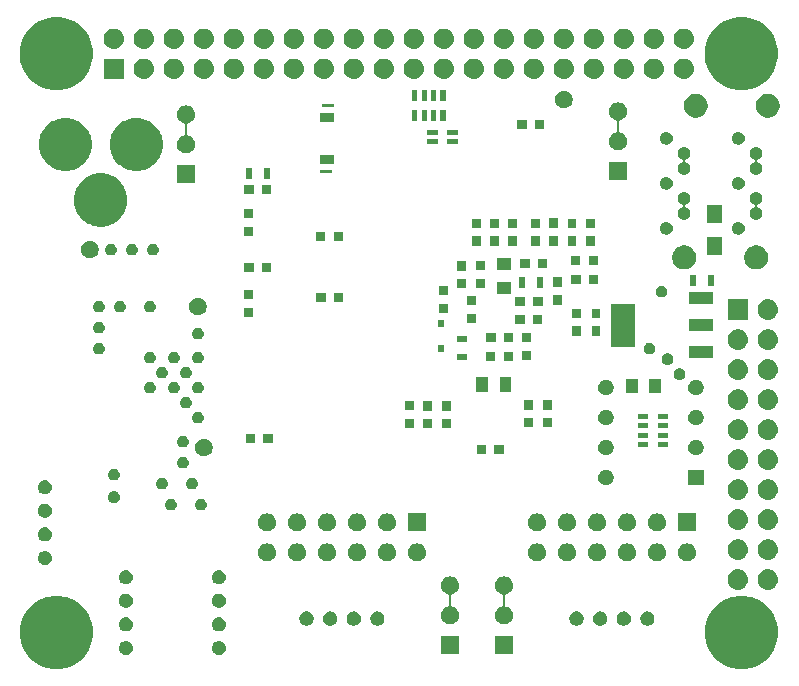
<source format=gbs>
G04 #@! TF.GenerationSoftware,KiCad,Pcbnew,5.0.2+dfsg1-1*
G04 #@! TF.CreationDate,2019-07-13T11:11:04-06:00*
G04 #@! TF.ProjectId,CAT,4341542e-6b69-4636-9164-5f7063625858,0.1*
G04 #@! TF.SameCoordinates,Original*
G04 #@! TF.FileFunction,Soldermask,Bot*
G04 #@! TF.FilePolarity,Negative*
%FSLAX46Y46*%
G04 Gerber Fmt 4.6, Leading zero omitted, Abs format (unit mm)*
G04 Created by KiCad (PCBNEW 5.0.2+dfsg1-1) date Sat 13 Jul 2019 11:11:04 AM MDT*
%MOMM*%
%LPD*%
G01*
G04 APERTURE LIST*
%ADD10C,0.150000*%
%ADD11C,0.100000*%
G04 APERTURE END LIST*
D10*
G04 #@! TO.C,JP5*
X26466800Y-9144000D02*
X26466800Y-9652000D01*
X26466800Y-9652000D02*
X26365200Y-9652000D01*
X26365200Y-9652000D02*
X26365200Y-9144000D01*
X26619200Y-9144000D02*
X26212800Y-9144000D01*
X26212800Y-9144000D02*
X26212800Y-9652000D01*
X26212800Y-9652000D02*
X26619200Y-9652000D01*
X26619200Y-9652000D02*
X26619200Y-9144000D01*
G04 #@! TO.C,JP1*
X26365200Y-13208000D02*
X26365200Y-12700000D01*
X26365200Y-12700000D02*
X26466800Y-12700000D01*
X26466800Y-12700000D02*
X26466800Y-13208000D01*
X26212800Y-13208000D02*
X26619200Y-13208000D01*
X26619200Y-13208000D02*
X26619200Y-12700000D01*
X26619200Y-12700000D02*
X26212800Y-12700000D01*
X26212800Y-12700000D02*
X26212800Y-13208000D01*
D11*
G36*
X62204599Y-49979421D02*
X62404237Y-50019131D01*
X62968401Y-50252815D01*
X63476135Y-50592072D01*
X63907928Y-51023865D01*
X64247185Y-51531599D01*
X64480869Y-52095763D01*
X64492430Y-52153884D01*
X64600000Y-52694675D01*
X64600000Y-53305325D01*
X64520579Y-53704599D01*
X64480869Y-53904237D01*
X64247185Y-54468401D01*
X63907928Y-54976135D01*
X63476135Y-55407928D01*
X62968401Y-55747185D01*
X62404237Y-55980869D01*
X62204599Y-56020579D01*
X61805325Y-56100000D01*
X61194675Y-56100000D01*
X60795401Y-56020579D01*
X60595763Y-55980869D01*
X60031599Y-55747185D01*
X59523865Y-55407928D01*
X59092072Y-54976135D01*
X58752815Y-54468401D01*
X58519131Y-53904237D01*
X58479421Y-53704599D01*
X58400000Y-53305325D01*
X58400000Y-52694675D01*
X58507570Y-52153884D01*
X58519131Y-52095763D01*
X58752815Y-51531599D01*
X59092072Y-51023865D01*
X59523865Y-50592072D01*
X60031599Y-50252815D01*
X60595763Y-50019131D01*
X60795401Y-49979421D01*
X61194675Y-49900000D01*
X61805325Y-49900000D01*
X62204599Y-49979421D01*
X62204599Y-49979421D01*
G37*
G36*
X4204599Y-49979421D02*
X4404237Y-50019131D01*
X4968401Y-50252815D01*
X5476135Y-50592072D01*
X5907928Y-51023865D01*
X6247185Y-51531599D01*
X6480869Y-52095763D01*
X6492430Y-52153884D01*
X6600000Y-52694675D01*
X6600000Y-53305325D01*
X6520579Y-53704599D01*
X6480869Y-53904237D01*
X6247185Y-54468401D01*
X5907928Y-54976135D01*
X5476135Y-55407928D01*
X4968401Y-55747185D01*
X4404237Y-55980869D01*
X4204599Y-56020579D01*
X3805325Y-56100000D01*
X3194675Y-56100000D01*
X2795401Y-56020579D01*
X2595763Y-55980869D01*
X2031599Y-55747185D01*
X1523865Y-55407928D01*
X1092072Y-54976135D01*
X752815Y-54468401D01*
X519131Y-53904237D01*
X479421Y-53704599D01*
X400000Y-53305325D01*
X400000Y-52694675D01*
X507570Y-52153884D01*
X519131Y-52095763D01*
X752815Y-51531599D01*
X1092072Y-51023865D01*
X1523865Y-50592072D01*
X2031599Y-50252815D01*
X2595763Y-50019131D01*
X2795401Y-49979421D01*
X3194675Y-49900000D01*
X3805325Y-49900000D01*
X4204599Y-49979421D01*
X4204599Y-49979421D01*
G37*
G36*
X17447012Y-53730797D02*
X17556207Y-53776027D01*
X17654481Y-53841692D01*
X17738048Y-53925259D01*
X17803713Y-54023533D01*
X17848943Y-54132728D01*
X17872000Y-54248644D01*
X17872000Y-54366836D01*
X17848943Y-54482752D01*
X17803713Y-54591947D01*
X17738048Y-54690221D01*
X17654481Y-54773788D01*
X17556207Y-54839453D01*
X17447012Y-54884683D01*
X17331096Y-54907740D01*
X17212904Y-54907740D01*
X17096988Y-54884683D01*
X16987793Y-54839453D01*
X16889519Y-54773788D01*
X16805952Y-54690221D01*
X16740287Y-54591947D01*
X16695057Y-54482752D01*
X16672000Y-54366836D01*
X16672000Y-54248644D01*
X16695057Y-54132728D01*
X16740287Y-54023533D01*
X16805952Y-53925259D01*
X16889519Y-53841692D01*
X16987793Y-53776027D01*
X17096988Y-53730797D01*
X17212904Y-53707740D01*
X17331096Y-53707740D01*
X17447012Y-53730797D01*
X17447012Y-53730797D01*
G37*
G36*
X9573012Y-53730797D02*
X9682207Y-53776027D01*
X9780481Y-53841692D01*
X9864048Y-53925259D01*
X9929713Y-54023533D01*
X9974943Y-54132728D01*
X9998000Y-54248644D01*
X9998000Y-54366836D01*
X9974943Y-54482752D01*
X9929713Y-54591947D01*
X9864048Y-54690221D01*
X9780481Y-54773788D01*
X9682207Y-54839453D01*
X9573012Y-54884683D01*
X9457096Y-54907740D01*
X9338904Y-54907740D01*
X9222988Y-54884683D01*
X9113793Y-54839453D01*
X9015519Y-54773788D01*
X8931952Y-54690221D01*
X8866287Y-54591947D01*
X8821057Y-54482752D01*
X8798000Y-54366836D01*
X8798000Y-54248644D01*
X8821057Y-54132728D01*
X8866287Y-54023533D01*
X8931952Y-53925259D01*
X9015519Y-53841692D01*
X9113793Y-53776027D01*
X9222988Y-53730797D01*
X9338904Y-53707740D01*
X9457096Y-53707740D01*
X9573012Y-53730797D01*
X9573012Y-53730797D01*
G37*
G36*
X42164000Y-54864000D02*
X40640000Y-54864000D01*
X40640000Y-53340000D01*
X42164000Y-53340000D01*
X42164000Y-54864000D01*
X42164000Y-54864000D01*
G37*
G36*
X37592000Y-54864000D02*
X36068000Y-54864000D01*
X36068000Y-53340000D01*
X37592000Y-53340000D01*
X37592000Y-54864000D01*
X37592000Y-54864000D01*
G37*
G36*
X9573012Y-51731817D02*
X9682207Y-51777047D01*
X9780481Y-51842712D01*
X9864048Y-51926279D01*
X9929713Y-52024553D01*
X9974943Y-52133748D01*
X9998000Y-52249664D01*
X9998000Y-52367856D01*
X9974943Y-52483772D01*
X9929713Y-52592967D01*
X9864048Y-52691241D01*
X9780481Y-52774808D01*
X9682207Y-52840473D01*
X9573012Y-52885703D01*
X9457096Y-52908760D01*
X9338904Y-52908760D01*
X9222988Y-52885703D01*
X9113793Y-52840473D01*
X9015519Y-52774808D01*
X8931952Y-52691241D01*
X8866287Y-52592967D01*
X8821057Y-52483772D01*
X8798000Y-52367856D01*
X8798000Y-52249664D01*
X8821057Y-52133748D01*
X8866287Y-52024553D01*
X8931952Y-51926279D01*
X9015519Y-51842712D01*
X9113793Y-51777047D01*
X9222988Y-51731817D01*
X9338904Y-51708760D01*
X9457096Y-51708760D01*
X9573012Y-51731817D01*
X9573012Y-51731817D01*
G37*
G36*
X17447012Y-51731817D02*
X17556207Y-51777047D01*
X17654481Y-51842712D01*
X17738048Y-51926279D01*
X17803713Y-52024553D01*
X17848943Y-52133748D01*
X17872000Y-52249664D01*
X17872000Y-52367856D01*
X17848943Y-52483772D01*
X17803713Y-52592967D01*
X17738048Y-52691241D01*
X17654481Y-52774808D01*
X17556207Y-52840473D01*
X17447012Y-52885703D01*
X17331096Y-52908760D01*
X17212904Y-52908760D01*
X17096988Y-52885703D01*
X16987793Y-52840473D01*
X16889519Y-52774808D01*
X16805952Y-52691241D01*
X16740287Y-52592967D01*
X16695057Y-52483772D01*
X16672000Y-52367856D01*
X16672000Y-52249664D01*
X16695057Y-52133748D01*
X16740287Y-52024553D01*
X16805952Y-51926279D01*
X16889519Y-51842712D01*
X16987793Y-51777047D01*
X17096988Y-51731817D01*
X17212904Y-51708760D01*
X17331096Y-51708760D01*
X17447012Y-51731817D01*
X17447012Y-51731817D01*
G37*
G36*
X53720752Y-51239057D02*
X53829947Y-51284287D01*
X53928221Y-51349952D01*
X54011788Y-51433519D01*
X54077453Y-51531793D01*
X54122683Y-51640988D01*
X54145740Y-51756904D01*
X54145740Y-51875096D01*
X54122683Y-51991012D01*
X54077453Y-52100207D01*
X54011788Y-52198481D01*
X53928221Y-52282048D01*
X53829947Y-52347713D01*
X53720752Y-52392943D01*
X53604836Y-52416000D01*
X53486644Y-52416000D01*
X53370728Y-52392943D01*
X53261533Y-52347713D01*
X53163259Y-52282048D01*
X53079692Y-52198481D01*
X53014027Y-52100207D01*
X52968797Y-51991012D01*
X52945740Y-51875096D01*
X52945740Y-51756904D01*
X52968797Y-51640988D01*
X53014027Y-51531793D01*
X53079692Y-51433519D01*
X53163259Y-51349952D01*
X53261533Y-51284287D01*
X53370728Y-51239057D01*
X53486644Y-51216000D01*
X53604836Y-51216000D01*
X53720752Y-51239057D01*
X53720752Y-51239057D01*
G37*
G36*
X26860252Y-51239057D02*
X26969447Y-51284287D01*
X27067721Y-51349952D01*
X27151288Y-51433519D01*
X27216953Y-51531793D01*
X27262183Y-51640988D01*
X27285240Y-51756904D01*
X27285240Y-51875096D01*
X27262183Y-51991012D01*
X27216953Y-52100207D01*
X27151288Y-52198481D01*
X27067721Y-52282048D01*
X26969447Y-52347713D01*
X26860252Y-52392943D01*
X26744336Y-52416000D01*
X26626144Y-52416000D01*
X26510228Y-52392943D01*
X26401033Y-52347713D01*
X26302759Y-52282048D01*
X26219192Y-52198481D01*
X26153527Y-52100207D01*
X26108297Y-51991012D01*
X26085240Y-51875096D01*
X26085240Y-51756904D01*
X26108297Y-51640988D01*
X26153527Y-51531793D01*
X26219192Y-51433519D01*
X26302759Y-51349952D01*
X26401033Y-51284287D01*
X26510228Y-51239057D01*
X26626144Y-51216000D01*
X26744336Y-51216000D01*
X26860252Y-51239057D01*
X26860252Y-51239057D01*
G37*
G36*
X28861772Y-51239057D02*
X28970967Y-51284287D01*
X29069241Y-51349952D01*
X29152808Y-51433519D01*
X29218473Y-51531793D01*
X29263703Y-51640988D01*
X29286760Y-51756904D01*
X29286760Y-51875096D01*
X29263703Y-51991012D01*
X29218473Y-52100207D01*
X29152808Y-52198481D01*
X29069241Y-52282048D01*
X28970967Y-52347713D01*
X28861772Y-52392943D01*
X28745856Y-52416000D01*
X28627664Y-52416000D01*
X28511748Y-52392943D01*
X28402553Y-52347713D01*
X28304279Y-52282048D01*
X28220712Y-52198481D01*
X28155047Y-52100207D01*
X28109817Y-51991012D01*
X28086760Y-51875096D01*
X28086760Y-51756904D01*
X28109817Y-51640988D01*
X28155047Y-51531793D01*
X28220712Y-51433519D01*
X28304279Y-51349952D01*
X28402553Y-51284287D01*
X28511748Y-51239057D01*
X28627664Y-51216000D01*
X28745856Y-51216000D01*
X28861772Y-51239057D01*
X28861772Y-51239057D01*
G37*
G36*
X24861272Y-51239057D02*
X24970467Y-51284287D01*
X25068741Y-51349952D01*
X25152308Y-51433519D01*
X25217973Y-51531793D01*
X25263203Y-51640988D01*
X25286260Y-51756904D01*
X25286260Y-51875096D01*
X25263203Y-51991012D01*
X25217973Y-52100207D01*
X25152308Y-52198481D01*
X25068741Y-52282048D01*
X24970467Y-52347713D01*
X24861272Y-52392943D01*
X24745356Y-52416000D01*
X24627164Y-52416000D01*
X24511248Y-52392943D01*
X24402053Y-52347713D01*
X24303779Y-52282048D01*
X24220212Y-52198481D01*
X24154547Y-52100207D01*
X24109317Y-51991012D01*
X24086260Y-51875096D01*
X24086260Y-51756904D01*
X24109317Y-51640988D01*
X24154547Y-51531793D01*
X24220212Y-51433519D01*
X24303779Y-51349952D01*
X24402053Y-51284287D01*
X24511248Y-51239057D01*
X24627164Y-51216000D01*
X24745356Y-51216000D01*
X24861272Y-51239057D01*
X24861272Y-51239057D01*
G37*
G36*
X30860752Y-51239057D02*
X30969947Y-51284287D01*
X31068221Y-51349952D01*
X31151788Y-51433519D01*
X31217453Y-51531793D01*
X31262683Y-51640988D01*
X31285740Y-51756904D01*
X31285740Y-51875096D01*
X31262683Y-51991012D01*
X31217453Y-52100207D01*
X31151788Y-52198481D01*
X31068221Y-52282048D01*
X30969947Y-52347713D01*
X30860752Y-52392943D01*
X30744836Y-52416000D01*
X30626644Y-52416000D01*
X30510728Y-52392943D01*
X30401533Y-52347713D01*
X30303259Y-52282048D01*
X30219692Y-52198481D01*
X30154027Y-52100207D01*
X30108797Y-51991012D01*
X30085740Y-51875096D01*
X30085740Y-51756904D01*
X30108797Y-51640988D01*
X30154027Y-51531793D01*
X30219692Y-51433519D01*
X30303259Y-51349952D01*
X30401533Y-51284287D01*
X30510728Y-51239057D01*
X30626644Y-51216000D01*
X30744836Y-51216000D01*
X30860752Y-51239057D01*
X30860752Y-51239057D01*
G37*
G36*
X49720252Y-51239057D02*
X49829447Y-51284287D01*
X49927721Y-51349952D01*
X50011288Y-51433519D01*
X50076953Y-51531793D01*
X50122183Y-51640988D01*
X50145240Y-51756904D01*
X50145240Y-51875096D01*
X50122183Y-51991012D01*
X50076953Y-52100207D01*
X50011288Y-52198481D01*
X49927721Y-52282048D01*
X49829447Y-52347713D01*
X49720252Y-52392943D01*
X49604336Y-52416000D01*
X49486144Y-52416000D01*
X49370228Y-52392943D01*
X49261033Y-52347713D01*
X49162759Y-52282048D01*
X49079192Y-52198481D01*
X49013527Y-52100207D01*
X48968297Y-51991012D01*
X48945240Y-51875096D01*
X48945240Y-51756904D01*
X48968297Y-51640988D01*
X49013527Y-51531793D01*
X49079192Y-51433519D01*
X49162759Y-51349952D01*
X49261033Y-51284287D01*
X49370228Y-51239057D01*
X49486144Y-51216000D01*
X49604336Y-51216000D01*
X49720252Y-51239057D01*
X49720252Y-51239057D01*
G37*
G36*
X51721772Y-51239057D02*
X51830967Y-51284287D01*
X51929241Y-51349952D01*
X52012808Y-51433519D01*
X52078473Y-51531793D01*
X52123703Y-51640988D01*
X52146760Y-51756904D01*
X52146760Y-51875096D01*
X52123703Y-51991012D01*
X52078473Y-52100207D01*
X52012808Y-52198481D01*
X51929241Y-52282048D01*
X51830967Y-52347713D01*
X51721772Y-52392943D01*
X51605856Y-52416000D01*
X51487664Y-52416000D01*
X51371748Y-52392943D01*
X51262553Y-52347713D01*
X51164279Y-52282048D01*
X51080712Y-52198481D01*
X51015047Y-52100207D01*
X50969817Y-51991012D01*
X50946760Y-51875096D01*
X50946760Y-51756904D01*
X50969817Y-51640988D01*
X51015047Y-51531793D01*
X51080712Y-51433519D01*
X51164279Y-51349952D01*
X51262553Y-51284287D01*
X51371748Y-51239057D01*
X51487664Y-51216000D01*
X51605856Y-51216000D01*
X51721772Y-51239057D01*
X51721772Y-51239057D01*
G37*
G36*
X47721272Y-51239057D02*
X47830467Y-51284287D01*
X47928741Y-51349952D01*
X48012308Y-51433519D01*
X48077973Y-51531793D01*
X48123203Y-51640988D01*
X48146260Y-51756904D01*
X48146260Y-51875096D01*
X48123203Y-51991012D01*
X48077973Y-52100207D01*
X48012308Y-52198481D01*
X47928741Y-52282048D01*
X47830467Y-52347713D01*
X47721272Y-52392943D01*
X47605356Y-52416000D01*
X47487164Y-52416000D01*
X47371248Y-52392943D01*
X47262053Y-52347713D01*
X47163779Y-52282048D01*
X47080212Y-52198481D01*
X47014547Y-52100207D01*
X46969317Y-51991012D01*
X46946260Y-51875096D01*
X46946260Y-51756904D01*
X46969317Y-51640988D01*
X47014547Y-51531793D01*
X47080212Y-51433519D01*
X47163779Y-51349952D01*
X47262053Y-51284287D01*
X47371248Y-51239057D01*
X47487164Y-51216000D01*
X47605356Y-51216000D01*
X47721272Y-51239057D01*
X47721272Y-51239057D01*
G37*
G36*
X41575195Y-48279522D02*
X41624267Y-48289283D01*
X41762942Y-48346724D01*
X41887750Y-48430118D01*
X41993882Y-48536250D01*
X41993884Y-48536253D01*
X42077276Y-48661058D01*
X42124186Y-48774308D01*
X42134717Y-48799734D01*
X42164000Y-48946948D01*
X42164000Y-49097052D01*
X42134717Y-49244266D01*
X42077276Y-49382942D01*
X41993882Y-49507750D01*
X41887750Y-49613882D01*
X41762942Y-49697276D01*
X41624267Y-49754717D01*
X41592213Y-49761093D01*
X41568764Y-49768206D01*
X41547153Y-49779758D01*
X41528211Y-49795303D01*
X41512666Y-49814246D01*
X41501115Y-49835857D01*
X41494002Y-49859306D01*
X41491600Y-49883691D01*
X41491600Y-50700309D01*
X41494002Y-50724695D01*
X41501115Y-50748144D01*
X41512666Y-50769755D01*
X41528212Y-50788697D01*
X41547154Y-50804243D01*
X41568765Y-50815794D01*
X41592213Y-50822907D01*
X41624267Y-50829283D01*
X41762942Y-50886724D01*
X41887750Y-50970118D01*
X41993882Y-51076250D01*
X41993884Y-51076253D01*
X42077276Y-51201058D01*
X42134717Y-51339733D01*
X42164000Y-51486950D01*
X42164000Y-51637050D01*
X42140160Y-51756905D01*
X42134717Y-51784266D01*
X42077276Y-51922942D01*
X41993882Y-52047750D01*
X41887750Y-52153882D01*
X41887747Y-52153884D01*
X41762942Y-52237276D01*
X41624267Y-52294717D01*
X41575195Y-52304478D01*
X41477052Y-52324000D01*
X41326948Y-52324000D01*
X41228805Y-52304478D01*
X41179733Y-52294717D01*
X41041058Y-52237276D01*
X40916253Y-52153884D01*
X40916250Y-52153882D01*
X40810118Y-52047750D01*
X40726724Y-51922942D01*
X40669283Y-51784266D01*
X40663841Y-51756905D01*
X40640000Y-51637050D01*
X40640000Y-51486950D01*
X40669283Y-51339733D01*
X40726724Y-51201058D01*
X40810116Y-51076253D01*
X40810118Y-51076250D01*
X40916250Y-50970118D01*
X41041058Y-50886724D01*
X41179733Y-50829283D01*
X41187790Y-50827680D01*
X41211237Y-50820567D01*
X41232848Y-50809016D01*
X41251790Y-50793470D01*
X41267335Y-50774528D01*
X41278886Y-50752917D01*
X41285999Y-50729468D01*
X41288400Y-50705083D01*
X41288400Y-49878917D01*
X41285998Y-49854531D01*
X41278885Y-49831082D01*
X41267334Y-49809471D01*
X41251788Y-49790529D01*
X41232846Y-49774983D01*
X41211235Y-49763432D01*
X41187790Y-49756320D01*
X41179733Y-49754717D01*
X41041058Y-49697276D01*
X40916253Y-49613884D01*
X40916250Y-49613882D01*
X40810118Y-49507750D01*
X40726724Y-49382942D01*
X40669283Y-49244266D01*
X40640000Y-49097052D01*
X40640000Y-48946948D01*
X40669283Y-48799734D01*
X40679815Y-48774308D01*
X40726724Y-48661058D01*
X40810116Y-48536253D01*
X40810118Y-48536250D01*
X40916250Y-48430118D01*
X41041058Y-48346724D01*
X41179733Y-48289283D01*
X41228805Y-48279522D01*
X41326948Y-48260000D01*
X41477052Y-48260000D01*
X41575195Y-48279522D01*
X41575195Y-48279522D01*
G37*
G36*
X37003195Y-48279522D02*
X37052267Y-48289283D01*
X37190942Y-48346724D01*
X37315750Y-48430118D01*
X37421882Y-48536250D01*
X37421884Y-48536253D01*
X37505276Y-48661058D01*
X37552186Y-48774308D01*
X37562717Y-48799734D01*
X37592000Y-48946948D01*
X37592000Y-49097052D01*
X37562717Y-49244266D01*
X37505276Y-49382942D01*
X37421882Y-49507750D01*
X37315750Y-49613882D01*
X37315747Y-49613884D01*
X37190942Y-49697276D01*
X37052267Y-49754717D01*
X37032211Y-49758706D01*
X37008763Y-49765820D01*
X36987153Y-49777371D01*
X36968211Y-49792917D01*
X36952666Y-49811859D01*
X36941115Y-49833470D01*
X36934002Y-49856919D01*
X36931600Y-49881304D01*
X36931600Y-50702696D01*
X36934002Y-50727082D01*
X36941115Y-50750531D01*
X36952666Y-50772142D01*
X36968212Y-50791084D01*
X36987154Y-50806630D01*
X37008765Y-50818181D01*
X37032211Y-50825294D01*
X37052267Y-50829283D01*
X37184805Y-50884182D01*
X37190942Y-50886724D01*
X37315750Y-50970118D01*
X37421882Y-51076250D01*
X37421884Y-51076253D01*
X37505276Y-51201058D01*
X37562717Y-51339733D01*
X37592000Y-51486950D01*
X37592000Y-51637050D01*
X37568160Y-51756905D01*
X37562717Y-51784266D01*
X37505276Y-51922942D01*
X37421882Y-52047750D01*
X37315750Y-52153882D01*
X37315747Y-52153884D01*
X37190942Y-52237276D01*
X37052267Y-52294717D01*
X37003195Y-52304478D01*
X36905052Y-52324000D01*
X36754948Y-52324000D01*
X36656805Y-52304478D01*
X36607733Y-52294717D01*
X36469058Y-52237276D01*
X36344253Y-52153884D01*
X36344250Y-52153882D01*
X36238118Y-52047750D01*
X36154724Y-51922942D01*
X36097283Y-51784266D01*
X36091841Y-51756905D01*
X36068000Y-51637050D01*
X36068000Y-51486950D01*
X36097283Y-51339733D01*
X36154724Y-51201058D01*
X36238116Y-51076253D01*
X36238118Y-51076250D01*
X36344250Y-50970118D01*
X36469058Y-50886724D01*
X36475195Y-50884182D01*
X36607733Y-50829283D01*
X36627789Y-50825294D01*
X36651237Y-50818180D01*
X36672847Y-50806629D01*
X36691789Y-50791083D01*
X36707334Y-50772141D01*
X36718885Y-50750530D01*
X36725998Y-50727081D01*
X36728400Y-50702696D01*
X36728400Y-49881304D01*
X36725998Y-49856918D01*
X36718885Y-49833469D01*
X36707334Y-49811858D01*
X36691788Y-49792916D01*
X36672846Y-49777370D01*
X36651235Y-49765819D01*
X36627789Y-49758706D01*
X36607733Y-49754717D01*
X36469058Y-49697276D01*
X36344253Y-49613884D01*
X36344250Y-49613882D01*
X36238118Y-49507750D01*
X36154724Y-49382942D01*
X36097283Y-49244266D01*
X36068000Y-49097052D01*
X36068000Y-48946948D01*
X36097283Y-48799734D01*
X36107815Y-48774308D01*
X36154724Y-48661058D01*
X36238116Y-48536253D01*
X36238118Y-48536250D01*
X36344250Y-48430118D01*
X36469058Y-48346724D01*
X36607733Y-48289283D01*
X36656805Y-48279522D01*
X36754948Y-48260000D01*
X36905052Y-48260000D01*
X37003195Y-48279522D01*
X37003195Y-48279522D01*
G37*
G36*
X17447012Y-49730297D02*
X17556207Y-49775527D01*
X17654481Y-49841192D01*
X17738048Y-49924759D01*
X17803713Y-50023033D01*
X17848943Y-50132228D01*
X17872000Y-50248144D01*
X17872000Y-50366336D01*
X17848943Y-50482252D01*
X17803713Y-50591447D01*
X17738048Y-50689721D01*
X17654481Y-50773288D01*
X17556207Y-50838953D01*
X17447012Y-50884183D01*
X17331096Y-50907240D01*
X17212904Y-50907240D01*
X17096988Y-50884183D01*
X16987793Y-50838953D01*
X16889519Y-50773288D01*
X16805952Y-50689721D01*
X16740287Y-50591447D01*
X16695057Y-50482252D01*
X16672000Y-50366336D01*
X16672000Y-50248144D01*
X16695057Y-50132228D01*
X16740287Y-50023033D01*
X16805952Y-49924759D01*
X16889519Y-49841192D01*
X16987793Y-49775527D01*
X17096988Y-49730297D01*
X17212904Y-49707240D01*
X17331096Y-49707240D01*
X17447012Y-49730297D01*
X17447012Y-49730297D01*
G37*
G36*
X9573012Y-49730297D02*
X9682207Y-49775527D01*
X9780481Y-49841192D01*
X9864048Y-49924759D01*
X9929713Y-50023033D01*
X9974943Y-50132228D01*
X9998000Y-50248144D01*
X9998000Y-50366336D01*
X9974943Y-50482252D01*
X9929713Y-50591447D01*
X9864048Y-50689721D01*
X9780481Y-50773288D01*
X9682207Y-50838953D01*
X9573012Y-50884183D01*
X9457096Y-50907240D01*
X9338904Y-50907240D01*
X9222988Y-50884183D01*
X9113793Y-50838953D01*
X9015519Y-50773288D01*
X8931952Y-50689721D01*
X8866287Y-50591447D01*
X8821057Y-50482252D01*
X8798000Y-50366336D01*
X8798000Y-50248144D01*
X8821057Y-50132228D01*
X8866287Y-50023033D01*
X8931952Y-49924759D01*
X9015519Y-49841192D01*
X9113793Y-49775527D01*
X9222988Y-49730297D01*
X9338904Y-49707240D01*
X9457096Y-49707240D01*
X9573012Y-49730297D01*
X9573012Y-49730297D01*
G37*
G36*
X61298712Y-47654565D02*
X61383295Y-47662896D01*
X61503727Y-47699429D01*
X61546088Y-47712279D01*
X61696112Y-47792468D01*
X61827612Y-47900388D01*
X61935532Y-48031888D01*
X62015721Y-48181912D01*
X62015722Y-48181916D01*
X62065104Y-48344705D01*
X62081778Y-48514000D01*
X62065104Y-48683295D01*
X62029783Y-48799733D01*
X62015721Y-48846088D01*
X61935532Y-48996112D01*
X61827612Y-49127612D01*
X61696112Y-49235532D01*
X61546088Y-49315721D01*
X61503727Y-49328571D01*
X61383295Y-49365104D01*
X61298712Y-49373435D01*
X61256421Y-49377600D01*
X61171579Y-49377600D01*
X61129288Y-49373435D01*
X61044705Y-49365104D01*
X60924273Y-49328571D01*
X60881912Y-49315721D01*
X60731888Y-49235532D01*
X60600388Y-49127612D01*
X60492468Y-48996112D01*
X60412279Y-48846088D01*
X60398217Y-48799733D01*
X60362896Y-48683295D01*
X60346222Y-48514000D01*
X60362896Y-48344705D01*
X60412278Y-48181916D01*
X60412279Y-48181912D01*
X60492468Y-48031888D01*
X60600388Y-47900388D01*
X60731888Y-47792468D01*
X60881912Y-47712279D01*
X60924273Y-47699429D01*
X61044705Y-47662896D01*
X61129288Y-47654565D01*
X61171579Y-47650400D01*
X61256421Y-47650400D01*
X61298712Y-47654565D01*
X61298712Y-47654565D01*
G37*
G36*
X63838712Y-47654565D02*
X63923295Y-47662896D01*
X64043727Y-47699429D01*
X64086088Y-47712279D01*
X64236112Y-47792468D01*
X64367612Y-47900388D01*
X64475532Y-48031888D01*
X64555721Y-48181912D01*
X64555722Y-48181916D01*
X64605104Y-48344705D01*
X64621778Y-48514000D01*
X64605104Y-48683295D01*
X64569783Y-48799733D01*
X64555721Y-48846088D01*
X64475532Y-48996112D01*
X64367612Y-49127612D01*
X64236112Y-49235532D01*
X64086088Y-49315721D01*
X64043727Y-49328571D01*
X63923295Y-49365104D01*
X63838712Y-49373435D01*
X63796421Y-49377600D01*
X63711579Y-49377600D01*
X63669288Y-49373435D01*
X63584705Y-49365104D01*
X63464273Y-49328571D01*
X63421912Y-49315721D01*
X63271888Y-49235532D01*
X63140388Y-49127612D01*
X63032468Y-48996112D01*
X62952279Y-48846088D01*
X62938217Y-48799733D01*
X62902896Y-48683295D01*
X62886222Y-48514000D01*
X62902896Y-48344705D01*
X62952278Y-48181916D01*
X62952279Y-48181912D01*
X63032468Y-48031888D01*
X63140388Y-47900388D01*
X63271888Y-47792468D01*
X63421912Y-47712279D01*
X63464273Y-47699429D01*
X63584705Y-47662896D01*
X63669288Y-47654565D01*
X63711579Y-47650400D01*
X63796421Y-47650400D01*
X63838712Y-47654565D01*
X63838712Y-47654565D01*
G37*
G36*
X9573012Y-47731317D02*
X9682207Y-47776547D01*
X9780481Y-47842212D01*
X9864048Y-47925779D01*
X9929713Y-48024053D01*
X9974943Y-48133248D01*
X9998000Y-48249164D01*
X9998000Y-48367356D01*
X9974943Y-48483272D01*
X9929713Y-48592467D01*
X9864048Y-48690741D01*
X9780481Y-48774308D01*
X9682207Y-48839973D01*
X9573012Y-48885203D01*
X9457096Y-48908260D01*
X9338904Y-48908260D01*
X9222988Y-48885203D01*
X9113793Y-48839973D01*
X9015519Y-48774308D01*
X8931952Y-48690741D01*
X8866287Y-48592467D01*
X8821057Y-48483272D01*
X8798000Y-48367356D01*
X8798000Y-48249164D01*
X8821057Y-48133248D01*
X8866287Y-48024053D01*
X8931952Y-47925779D01*
X9015519Y-47842212D01*
X9113793Y-47776547D01*
X9222988Y-47731317D01*
X9338904Y-47708260D01*
X9457096Y-47708260D01*
X9573012Y-47731317D01*
X9573012Y-47731317D01*
G37*
G36*
X17447012Y-47731317D02*
X17556207Y-47776547D01*
X17654481Y-47842212D01*
X17738048Y-47925779D01*
X17803713Y-48024053D01*
X17848943Y-48133248D01*
X17872000Y-48249164D01*
X17872000Y-48367356D01*
X17848943Y-48483272D01*
X17803713Y-48592467D01*
X17738048Y-48690741D01*
X17654481Y-48774308D01*
X17556207Y-48839973D01*
X17447012Y-48885203D01*
X17331096Y-48908260D01*
X17212904Y-48908260D01*
X17096988Y-48885203D01*
X16987793Y-48839973D01*
X16889519Y-48774308D01*
X16805952Y-48690741D01*
X16740287Y-48592467D01*
X16695057Y-48483272D01*
X16672000Y-48367356D01*
X16672000Y-48249164D01*
X16695057Y-48133248D01*
X16740287Y-48024053D01*
X16805952Y-47925779D01*
X16889519Y-47842212D01*
X16987793Y-47776547D01*
X17096988Y-47731317D01*
X17212904Y-47708260D01*
X17331096Y-47708260D01*
X17447012Y-47731317D01*
X17447012Y-47731317D01*
G37*
G36*
X2715012Y-46110797D02*
X2824207Y-46156027D01*
X2922481Y-46221692D01*
X3006048Y-46305259D01*
X3071713Y-46403533D01*
X3116943Y-46512728D01*
X3140000Y-46628644D01*
X3140000Y-46746836D01*
X3116943Y-46862752D01*
X3071713Y-46971947D01*
X3006048Y-47070221D01*
X2922481Y-47153788D01*
X2824207Y-47219453D01*
X2715012Y-47264683D01*
X2599096Y-47287740D01*
X2480904Y-47287740D01*
X2364988Y-47264683D01*
X2255793Y-47219453D01*
X2157519Y-47153788D01*
X2073952Y-47070221D01*
X2008287Y-46971947D01*
X1963057Y-46862752D01*
X1940000Y-46746836D01*
X1940000Y-46628644D01*
X1963057Y-46512728D01*
X2008287Y-46403533D01*
X2073952Y-46305259D01*
X2157519Y-46221692D01*
X2255793Y-46156027D01*
X2364988Y-46110797D01*
X2480904Y-46087740D01*
X2599096Y-46087740D01*
X2715012Y-46110797D01*
X2715012Y-46110797D01*
G37*
G36*
X29129195Y-45485522D02*
X29178267Y-45495283D01*
X29316942Y-45552724D01*
X29441750Y-45636118D01*
X29547882Y-45742250D01*
X29547884Y-45742253D01*
X29631276Y-45867058D01*
X29675573Y-45974000D01*
X29688717Y-46005734D01*
X29709616Y-46110797D01*
X29718000Y-46152950D01*
X29718000Y-46303050D01*
X29688717Y-46450267D01*
X29662845Y-46512728D01*
X29631276Y-46588942D01*
X29547882Y-46713750D01*
X29441750Y-46819882D01*
X29441747Y-46819884D01*
X29316942Y-46903276D01*
X29178267Y-46960717D01*
X29129195Y-46970478D01*
X29031052Y-46990000D01*
X28880948Y-46990000D01*
X28782805Y-46970478D01*
X28733733Y-46960717D01*
X28595058Y-46903276D01*
X28470253Y-46819884D01*
X28470250Y-46819882D01*
X28364118Y-46713750D01*
X28280724Y-46588942D01*
X28249155Y-46512728D01*
X28223283Y-46450267D01*
X28194000Y-46303050D01*
X28194000Y-46152950D01*
X28202385Y-46110797D01*
X28223283Y-46005734D01*
X28236428Y-45974000D01*
X28280724Y-45867058D01*
X28364116Y-45742253D01*
X28364118Y-45742250D01*
X28470250Y-45636118D01*
X28595058Y-45552724D01*
X28733733Y-45495283D01*
X28782805Y-45485522D01*
X28880948Y-45466000D01*
X29031052Y-45466000D01*
X29129195Y-45485522D01*
X29129195Y-45485522D01*
G37*
G36*
X21509195Y-45485522D02*
X21558267Y-45495283D01*
X21696942Y-45552724D01*
X21821750Y-45636118D01*
X21927882Y-45742250D01*
X21927884Y-45742253D01*
X22011276Y-45867058D01*
X22055573Y-45974000D01*
X22068717Y-46005734D01*
X22089616Y-46110797D01*
X22098000Y-46152950D01*
X22098000Y-46303050D01*
X22068717Y-46450267D01*
X22042845Y-46512728D01*
X22011276Y-46588942D01*
X21927882Y-46713750D01*
X21821750Y-46819882D01*
X21821747Y-46819884D01*
X21696942Y-46903276D01*
X21558267Y-46960717D01*
X21509195Y-46970478D01*
X21411052Y-46990000D01*
X21260948Y-46990000D01*
X21162805Y-46970478D01*
X21113733Y-46960717D01*
X20975058Y-46903276D01*
X20850253Y-46819884D01*
X20850250Y-46819882D01*
X20744118Y-46713750D01*
X20660724Y-46588942D01*
X20629155Y-46512728D01*
X20603283Y-46450267D01*
X20574000Y-46303050D01*
X20574000Y-46152950D01*
X20582385Y-46110797D01*
X20603283Y-46005734D01*
X20616428Y-45974000D01*
X20660724Y-45867058D01*
X20744116Y-45742253D01*
X20744118Y-45742250D01*
X20850250Y-45636118D01*
X20975058Y-45552724D01*
X21113733Y-45495283D01*
X21162805Y-45485522D01*
X21260948Y-45466000D01*
X21411052Y-45466000D01*
X21509195Y-45485522D01*
X21509195Y-45485522D01*
G37*
G36*
X31669195Y-45485522D02*
X31718267Y-45495283D01*
X31856942Y-45552724D01*
X31981750Y-45636118D01*
X32087882Y-45742250D01*
X32087884Y-45742253D01*
X32171276Y-45867058D01*
X32215573Y-45974000D01*
X32228717Y-46005734D01*
X32249616Y-46110797D01*
X32258000Y-46152950D01*
X32258000Y-46303050D01*
X32228717Y-46450267D01*
X32202845Y-46512728D01*
X32171276Y-46588942D01*
X32087882Y-46713750D01*
X31981750Y-46819882D01*
X31981747Y-46819884D01*
X31856942Y-46903276D01*
X31718267Y-46960717D01*
X31669195Y-46970478D01*
X31571052Y-46990000D01*
X31420948Y-46990000D01*
X31322805Y-46970478D01*
X31273733Y-46960717D01*
X31135058Y-46903276D01*
X31010253Y-46819884D01*
X31010250Y-46819882D01*
X30904118Y-46713750D01*
X30820724Y-46588942D01*
X30789155Y-46512728D01*
X30763283Y-46450267D01*
X30734000Y-46303050D01*
X30734000Y-46152950D01*
X30742385Y-46110797D01*
X30763283Y-46005734D01*
X30776428Y-45974000D01*
X30820724Y-45867058D01*
X30904116Y-45742253D01*
X30904118Y-45742250D01*
X31010250Y-45636118D01*
X31135058Y-45552724D01*
X31273733Y-45495283D01*
X31322805Y-45485522D01*
X31420948Y-45466000D01*
X31571052Y-45466000D01*
X31669195Y-45485522D01*
X31669195Y-45485522D01*
G37*
G36*
X26589195Y-45485522D02*
X26638267Y-45495283D01*
X26776942Y-45552724D01*
X26901750Y-45636118D01*
X27007882Y-45742250D01*
X27007884Y-45742253D01*
X27091276Y-45867058D01*
X27135573Y-45974000D01*
X27148717Y-46005734D01*
X27169616Y-46110797D01*
X27178000Y-46152950D01*
X27178000Y-46303050D01*
X27148717Y-46450267D01*
X27122845Y-46512728D01*
X27091276Y-46588942D01*
X27007882Y-46713750D01*
X26901750Y-46819882D01*
X26901747Y-46819884D01*
X26776942Y-46903276D01*
X26638267Y-46960717D01*
X26589195Y-46970478D01*
X26491052Y-46990000D01*
X26340948Y-46990000D01*
X26242805Y-46970478D01*
X26193733Y-46960717D01*
X26055058Y-46903276D01*
X25930253Y-46819884D01*
X25930250Y-46819882D01*
X25824118Y-46713750D01*
X25740724Y-46588942D01*
X25709155Y-46512728D01*
X25683283Y-46450267D01*
X25654000Y-46303050D01*
X25654000Y-46152950D01*
X25662385Y-46110797D01*
X25683283Y-46005734D01*
X25696428Y-45974000D01*
X25740724Y-45867058D01*
X25824116Y-45742253D01*
X25824118Y-45742250D01*
X25930250Y-45636118D01*
X26055058Y-45552724D01*
X26193733Y-45495283D01*
X26242805Y-45485522D01*
X26340948Y-45466000D01*
X26491052Y-45466000D01*
X26589195Y-45485522D01*
X26589195Y-45485522D01*
G37*
G36*
X24049195Y-45485522D02*
X24098267Y-45495283D01*
X24236942Y-45552724D01*
X24361750Y-45636118D01*
X24467882Y-45742250D01*
X24467884Y-45742253D01*
X24551276Y-45867058D01*
X24595573Y-45974000D01*
X24608717Y-46005734D01*
X24629616Y-46110797D01*
X24638000Y-46152950D01*
X24638000Y-46303050D01*
X24608717Y-46450267D01*
X24582845Y-46512728D01*
X24551276Y-46588942D01*
X24467882Y-46713750D01*
X24361750Y-46819882D01*
X24361747Y-46819884D01*
X24236942Y-46903276D01*
X24098267Y-46960717D01*
X24049195Y-46970478D01*
X23951052Y-46990000D01*
X23800948Y-46990000D01*
X23702805Y-46970478D01*
X23653733Y-46960717D01*
X23515058Y-46903276D01*
X23390253Y-46819884D01*
X23390250Y-46819882D01*
X23284118Y-46713750D01*
X23200724Y-46588942D01*
X23169155Y-46512728D01*
X23143283Y-46450267D01*
X23114000Y-46303050D01*
X23114000Y-46152950D01*
X23122385Y-46110797D01*
X23143283Y-46005734D01*
X23156428Y-45974000D01*
X23200724Y-45867058D01*
X23284116Y-45742253D01*
X23284118Y-45742250D01*
X23390250Y-45636118D01*
X23515058Y-45552724D01*
X23653733Y-45495283D01*
X23702805Y-45485522D01*
X23800948Y-45466000D01*
X23951052Y-45466000D01*
X24049195Y-45485522D01*
X24049195Y-45485522D01*
G37*
G36*
X34209195Y-45485522D02*
X34258267Y-45495283D01*
X34396942Y-45552724D01*
X34521750Y-45636118D01*
X34627882Y-45742250D01*
X34627884Y-45742253D01*
X34711276Y-45867058D01*
X34755573Y-45974000D01*
X34768717Y-46005734D01*
X34789616Y-46110797D01*
X34798000Y-46152950D01*
X34798000Y-46303050D01*
X34768717Y-46450267D01*
X34742845Y-46512728D01*
X34711276Y-46588942D01*
X34627882Y-46713750D01*
X34521750Y-46819882D01*
X34521747Y-46819884D01*
X34396942Y-46903276D01*
X34258267Y-46960717D01*
X34209195Y-46970478D01*
X34111052Y-46990000D01*
X33960948Y-46990000D01*
X33862805Y-46970478D01*
X33813733Y-46960717D01*
X33675058Y-46903276D01*
X33550253Y-46819884D01*
X33550250Y-46819882D01*
X33444118Y-46713750D01*
X33360724Y-46588942D01*
X33329155Y-46512728D01*
X33303283Y-46450267D01*
X33274000Y-46303050D01*
X33274000Y-46152950D01*
X33282385Y-46110797D01*
X33303283Y-46005734D01*
X33316428Y-45974000D01*
X33360724Y-45867058D01*
X33444116Y-45742253D01*
X33444118Y-45742250D01*
X33550250Y-45636118D01*
X33675058Y-45552724D01*
X33813733Y-45495283D01*
X33862805Y-45485522D01*
X33960948Y-45466000D01*
X34111052Y-45466000D01*
X34209195Y-45485522D01*
X34209195Y-45485522D01*
G37*
G36*
X44369195Y-45485522D02*
X44418267Y-45495283D01*
X44556942Y-45552724D01*
X44681750Y-45636118D01*
X44787882Y-45742250D01*
X44787884Y-45742253D01*
X44871276Y-45867058D01*
X44915573Y-45974000D01*
X44928717Y-46005734D01*
X44949616Y-46110797D01*
X44958000Y-46152950D01*
X44958000Y-46303050D01*
X44928717Y-46450267D01*
X44902845Y-46512728D01*
X44871276Y-46588942D01*
X44787882Y-46713750D01*
X44681750Y-46819882D01*
X44681747Y-46819884D01*
X44556942Y-46903276D01*
X44418267Y-46960717D01*
X44369195Y-46970478D01*
X44271052Y-46990000D01*
X44120948Y-46990000D01*
X44022805Y-46970478D01*
X43973733Y-46960717D01*
X43835058Y-46903276D01*
X43710253Y-46819884D01*
X43710250Y-46819882D01*
X43604118Y-46713750D01*
X43520724Y-46588942D01*
X43489155Y-46512728D01*
X43463283Y-46450267D01*
X43434000Y-46303050D01*
X43434000Y-46152950D01*
X43442385Y-46110797D01*
X43463283Y-46005734D01*
X43476428Y-45974000D01*
X43520724Y-45867058D01*
X43604116Y-45742253D01*
X43604118Y-45742250D01*
X43710250Y-45636118D01*
X43835058Y-45552724D01*
X43973733Y-45495283D01*
X44022805Y-45485522D01*
X44120948Y-45466000D01*
X44271052Y-45466000D01*
X44369195Y-45485522D01*
X44369195Y-45485522D01*
G37*
G36*
X54529195Y-45485522D02*
X54578267Y-45495283D01*
X54716942Y-45552724D01*
X54841750Y-45636118D01*
X54947882Y-45742250D01*
X54947884Y-45742253D01*
X55031276Y-45867058D01*
X55075573Y-45974000D01*
X55088717Y-46005734D01*
X55109616Y-46110797D01*
X55118000Y-46152950D01*
X55118000Y-46303050D01*
X55088717Y-46450267D01*
X55062845Y-46512728D01*
X55031276Y-46588942D01*
X54947882Y-46713750D01*
X54841750Y-46819882D01*
X54841747Y-46819884D01*
X54716942Y-46903276D01*
X54578267Y-46960717D01*
X54529195Y-46970478D01*
X54431052Y-46990000D01*
X54280948Y-46990000D01*
X54182805Y-46970478D01*
X54133733Y-46960717D01*
X53995058Y-46903276D01*
X53870253Y-46819884D01*
X53870250Y-46819882D01*
X53764118Y-46713750D01*
X53680724Y-46588942D01*
X53649155Y-46512728D01*
X53623283Y-46450267D01*
X53594000Y-46303050D01*
X53594000Y-46152950D01*
X53602385Y-46110797D01*
X53623283Y-46005734D01*
X53636428Y-45974000D01*
X53680724Y-45867058D01*
X53764116Y-45742253D01*
X53764118Y-45742250D01*
X53870250Y-45636118D01*
X53995058Y-45552724D01*
X54133733Y-45495283D01*
X54182805Y-45485522D01*
X54280948Y-45466000D01*
X54431052Y-45466000D01*
X54529195Y-45485522D01*
X54529195Y-45485522D01*
G37*
G36*
X49449195Y-45485522D02*
X49498267Y-45495283D01*
X49636942Y-45552724D01*
X49761750Y-45636118D01*
X49867882Y-45742250D01*
X49867884Y-45742253D01*
X49951276Y-45867058D01*
X49995573Y-45974000D01*
X50008717Y-46005734D01*
X50029616Y-46110797D01*
X50038000Y-46152950D01*
X50038000Y-46303050D01*
X50008717Y-46450267D01*
X49982845Y-46512728D01*
X49951276Y-46588942D01*
X49867882Y-46713750D01*
X49761750Y-46819882D01*
X49761747Y-46819884D01*
X49636942Y-46903276D01*
X49498267Y-46960717D01*
X49449195Y-46970478D01*
X49351052Y-46990000D01*
X49200948Y-46990000D01*
X49102805Y-46970478D01*
X49053733Y-46960717D01*
X48915058Y-46903276D01*
X48790253Y-46819884D01*
X48790250Y-46819882D01*
X48684118Y-46713750D01*
X48600724Y-46588942D01*
X48569155Y-46512728D01*
X48543283Y-46450267D01*
X48514000Y-46303050D01*
X48514000Y-46152950D01*
X48522385Y-46110797D01*
X48543283Y-46005734D01*
X48556428Y-45974000D01*
X48600724Y-45867058D01*
X48684116Y-45742253D01*
X48684118Y-45742250D01*
X48790250Y-45636118D01*
X48915058Y-45552724D01*
X49053733Y-45495283D01*
X49102805Y-45485522D01*
X49200948Y-45466000D01*
X49351052Y-45466000D01*
X49449195Y-45485522D01*
X49449195Y-45485522D01*
G37*
G36*
X46909195Y-45485522D02*
X46958267Y-45495283D01*
X47096942Y-45552724D01*
X47221750Y-45636118D01*
X47327882Y-45742250D01*
X47327884Y-45742253D01*
X47411276Y-45867058D01*
X47455573Y-45974000D01*
X47468717Y-46005734D01*
X47489616Y-46110797D01*
X47498000Y-46152950D01*
X47498000Y-46303050D01*
X47468717Y-46450267D01*
X47442845Y-46512728D01*
X47411276Y-46588942D01*
X47327882Y-46713750D01*
X47221750Y-46819882D01*
X47221747Y-46819884D01*
X47096942Y-46903276D01*
X46958267Y-46960717D01*
X46909195Y-46970478D01*
X46811052Y-46990000D01*
X46660948Y-46990000D01*
X46562805Y-46970478D01*
X46513733Y-46960717D01*
X46375058Y-46903276D01*
X46250253Y-46819884D01*
X46250250Y-46819882D01*
X46144118Y-46713750D01*
X46060724Y-46588942D01*
X46029155Y-46512728D01*
X46003283Y-46450267D01*
X45974000Y-46303050D01*
X45974000Y-46152950D01*
X45982385Y-46110797D01*
X46003283Y-46005734D01*
X46016428Y-45974000D01*
X46060724Y-45867058D01*
X46144116Y-45742253D01*
X46144118Y-45742250D01*
X46250250Y-45636118D01*
X46375058Y-45552724D01*
X46513733Y-45495283D01*
X46562805Y-45485522D01*
X46660948Y-45466000D01*
X46811052Y-45466000D01*
X46909195Y-45485522D01*
X46909195Y-45485522D01*
G37*
G36*
X57069195Y-45485522D02*
X57118267Y-45495283D01*
X57256942Y-45552724D01*
X57381750Y-45636118D01*
X57487882Y-45742250D01*
X57487884Y-45742253D01*
X57571276Y-45867058D01*
X57615573Y-45974000D01*
X57628717Y-46005734D01*
X57649616Y-46110797D01*
X57658000Y-46152950D01*
X57658000Y-46303050D01*
X57628717Y-46450267D01*
X57602845Y-46512728D01*
X57571276Y-46588942D01*
X57487882Y-46713750D01*
X57381750Y-46819882D01*
X57381747Y-46819884D01*
X57256942Y-46903276D01*
X57118267Y-46960717D01*
X57069195Y-46970478D01*
X56971052Y-46990000D01*
X56820948Y-46990000D01*
X56722805Y-46970478D01*
X56673733Y-46960717D01*
X56535058Y-46903276D01*
X56410253Y-46819884D01*
X56410250Y-46819882D01*
X56304118Y-46713750D01*
X56220724Y-46588942D01*
X56189155Y-46512728D01*
X56163283Y-46450267D01*
X56134000Y-46303050D01*
X56134000Y-46152950D01*
X56142385Y-46110797D01*
X56163283Y-46005734D01*
X56176428Y-45974000D01*
X56220724Y-45867058D01*
X56304116Y-45742253D01*
X56304118Y-45742250D01*
X56410250Y-45636118D01*
X56535058Y-45552724D01*
X56673733Y-45495283D01*
X56722805Y-45485522D01*
X56820948Y-45466000D01*
X56971052Y-45466000D01*
X57069195Y-45485522D01*
X57069195Y-45485522D01*
G37*
G36*
X51989195Y-45485522D02*
X52038267Y-45495283D01*
X52176942Y-45552724D01*
X52301750Y-45636118D01*
X52407882Y-45742250D01*
X52407884Y-45742253D01*
X52491276Y-45867058D01*
X52535573Y-45974000D01*
X52548717Y-46005734D01*
X52569616Y-46110797D01*
X52578000Y-46152950D01*
X52578000Y-46303050D01*
X52548717Y-46450267D01*
X52522845Y-46512728D01*
X52491276Y-46588942D01*
X52407882Y-46713750D01*
X52301750Y-46819882D01*
X52301747Y-46819884D01*
X52176942Y-46903276D01*
X52038267Y-46960717D01*
X51989195Y-46970478D01*
X51891052Y-46990000D01*
X51740948Y-46990000D01*
X51642805Y-46970478D01*
X51593733Y-46960717D01*
X51455058Y-46903276D01*
X51330253Y-46819884D01*
X51330250Y-46819882D01*
X51224118Y-46713750D01*
X51140724Y-46588942D01*
X51109155Y-46512728D01*
X51083283Y-46450267D01*
X51054000Y-46303050D01*
X51054000Y-46152950D01*
X51062385Y-46110797D01*
X51083283Y-46005734D01*
X51096428Y-45974000D01*
X51140724Y-45867058D01*
X51224116Y-45742253D01*
X51224118Y-45742250D01*
X51330250Y-45636118D01*
X51455058Y-45552724D01*
X51593733Y-45495283D01*
X51642805Y-45485522D01*
X51740948Y-45466000D01*
X51891052Y-45466000D01*
X51989195Y-45485522D01*
X51989195Y-45485522D01*
G37*
G36*
X61298712Y-45114565D02*
X61383295Y-45122896D01*
X61488500Y-45154810D01*
X61546088Y-45172279D01*
X61696112Y-45252468D01*
X61827612Y-45360388D01*
X61935532Y-45491888D01*
X62015721Y-45641912D01*
X62015722Y-45641916D01*
X62065104Y-45804705D01*
X62081778Y-45974000D01*
X62065104Y-46143295D01*
X62041323Y-46221690D01*
X62015721Y-46306088D01*
X61935532Y-46456112D01*
X61827612Y-46587612D01*
X61696112Y-46695532D01*
X61546088Y-46775721D01*
X61503727Y-46788571D01*
X61383295Y-46825104D01*
X61298712Y-46833435D01*
X61256421Y-46837600D01*
X61171579Y-46837600D01*
X61129288Y-46833435D01*
X61044705Y-46825104D01*
X60924273Y-46788571D01*
X60881912Y-46775721D01*
X60731888Y-46695532D01*
X60600388Y-46587612D01*
X60492468Y-46456112D01*
X60412279Y-46306088D01*
X60386677Y-46221690D01*
X60362896Y-46143295D01*
X60346222Y-45974000D01*
X60362896Y-45804705D01*
X60412278Y-45641916D01*
X60412279Y-45641912D01*
X60492468Y-45491888D01*
X60600388Y-45360388D01*
X60731888Y-45252468D01*
X60881912Y-45172279D01*
X60939500Y-45154810D01*
X61044705Y-45122896D01*
X61129288Y-45114565D01*
X61171579Y-45110400D01*
X61256421Y-45110400D01*
X61298712Y-45114565D01*
X61298712Y-45114565D01*
G37*
G36*
X63838712Y-45114565D02*
X63923295Y-45122896D01*
X64028500Y-45154810D01*
X64086088Y-45172279D01*
X64236112Y-45252468D01*
X64367612Y-45360388D01*
X64475532Y-45491888D01*
X64555721Y-45641912D01*
X64555722Y-45641916D01*
X64605104Y-45804705D01*
X64621778Y-45974000D01*
X64605104Y-46143295D01*
X64581323Y-46221690D01*
X64555721Y-46306088D01*
X64475532Y-46456112D01*
X64367612Y-46587612D01*
X64236112Y-46695532D01*
X64086088Y-46775721D01*
X64043727Y-46788571D01*
X63923295Y-46825104D01*
X63838712Y-46833435D01*
X63796421Y-46837600D01*
X63711579Y-46837600D01*
X63669288Y-46833435D01*
X63584705Y-46825104D01*
X63464273Y-46788571D01*
X63421912Y-46775721D01*
X63271888Y-46695532D01*
X63140388Y-46587612D01*
X63032468Y-46456112D01*
X62952279Y-46306088D01*
X62926677Y-46221690D01*
X62902896Y-46143295D01*
X62886222Y-45974000D01*
X62902896Y-45804705D01*
X62952278Y-45641916D01*
X62952279Y-45641912D01*
X63032468Y-45491888D01*
X63140388Y-45360388D01*
X63271888Y-45252468D01*
X63421912Y-45172279D01*
X63479500Y-45154810D01*
X63584705Y-45122896D01*
X63669288Y-45114565D01*
X63711579Y-45110400D01*
X63796421Y-45110400D01*
X63838712Y-45114565D01*
X63838712Y-45114565D01*
G37*
G36*
X2715012Y-44111817D02*
X2824207Y-44157047D01*
X2922481Y-44222712D01*
X3006048Y-44306279D01*
X3071713Y-44404553D01*
X3116943Y-44513748D01*
X3140000Y-44629664D01*
X3140000Y-44747856D01*
X3116943Y-44863772D01*
X3071713Y-44972967D01*
X3006048Y-45071241D01*
X2922481Y-45154808D01*
X2824207Y-45220473D01*
X2715012Y-45265703D01*
X2599096Y-45288760D01*
X2480904Y-45288760D01*
X2364988Y-45265703D01*
X2255793Y-45220473D01*
X2157519Y-45154808D01*
X2073952Y-45071241D01*
X2008287Y-44972967D01*
X1963057Y-44863772D01*
X1940000Y-44747856D01*
X1940000Y-44629664D01*
X1963057Y-44513748D01*
X2008287Y-44404553D01*
X2073952Y-44306279D01*
X2157519Y-44222712D01*
X2255793Y-44157047D01*
X2364988Y-44111817D01*
X2480904Y-44088760D01*
X2599096Y-44088760D01*
X2715012Y-44111817D01*
X2715012Y-44111817D01*
G37*
G36*
X29129195Y-42945522D02*
X29178267Y-42955283D01*
X29217290Y-42971447D01*
X29316942Y-43012724D01*
X29441750Y-43096118D01*
X29547882Y-43202250D01*
X29547884Y-43202253D01*
X29631276Y-43327058D01*
X29675573Y-43434000D01*
X29688717Y-43465734D01*
X29718000Y-43612948D01*
X29718000Y-43763052D01*
X29688717Y-43910266D01*
X29631276Y-44048942D01*
X29547882Y-44173750D01*
X29441750Y-44279882D01*
X29441747Y-44279884D01*
X29316942Y-44363276D01*
X29178267Y-44420717D01*
X29129195Y-44430478D01*
X29031052Y-44450000D01*
X28880948Y-44450000D01*
X28782805Y-44430478D01*
X28733733Y-44420717D01*
X28595058Y-44363276D01*
X28470253Y-44279884D01*
X28470250Y-44279882D01*
X28364118Y-44173750D01*
X28280724Y-44048942D01*
X28223283Y-43910266D01*
X28194000Y-43763052D01*
X28194000Y-43612948D01*
X28223283Y-43465734D01*
X28236428Y-43434000D01*
X28280724Y-43327058D01*
X28364116Y-43202253D01*
X28364118Y-43202250D01*
X28470250Y-43096118D01*
X28595058Y-43012724D01*
X28694710Y-42971447D01*
X28733733Y-42955283D01*
X28782805Y-42945522D01*
X28880948Y-42926000D01*
X29031052Y-42926000D01*
X29129195Y-42945522D01*
X29129195Y-42945522D01*
G37*
G36*
X24049195Y-42945522D02*
X24098267Y-42955283D01*
X24137290Y-42971447D01*
X24236942Y-43012724D01*
X24361750Y-43096118D01*
X24467882Y-43202250D01*
X24467884Y-43202253D01*
X24551276Y-43327058D01*
X24595573Y-43434000D01*
X24608717Y-43465734D01*
X24638000Y-43612948D01*
X24638000Y-43763052D01*
X24608717Y-43910266D01*
X24551276Y-44048942D01*
X24467882Y-44173750D01*
X24361750Y-44279882D01*
X24361747Y-44279884D01*
X24236942Y-44363276D01*
X24098267Y-44420717D01*
X24049195Y-44430478D01*
X23951052Y-44450000D01*
X23800948Y-44450000D01*
X23702805Y-44430478D01*
X23653733Y-44420717D01*
X23515058Y-44363276D01*
X23390253Y-44279884D01*
X23390250Y-44279882D01*
X23284118Y-44173750D01*
X23200724Y-44048942D01*
X23143283Y-43910266D01*
X23114000Y-43763052D01*
X23114000Y-43612948D01*
X23143283Y-43465734D01*
X23156428Y-43434000D01*
X23200724Y-43327058D01*
X23284116Y-43202253D01*
X23284118Y-43202250D01*
X23390250Y-43096118D01*
X23515058Y-43012724D01*
X23614710Y-42971447D01*
X23653733Y-42955283D01*
X23702805Y-42945522D01*
X23800948Y-42926000D01*
X23951052Y-42926000D01*
X24049195Y-42945522D01*
X24049195Y-42945522D01*
G37*
G36*
X31669195Y-42945522D02*
X31718267Y-42955283D01*
X31757290Y-42971447D01*
X31856942Y-43012724D01*
X31981750Y-43096118D01*
X32087882Y-43202250D01*
X32087884Y-43202253D01*
X32171276Y-43327058D01*
X32215573Y-43434000D01*
X32228717Y-43465734D01*
X32258000Y-43612948D01*
X32258000Y-43763052D01*
X32228717Y-43910266D01*
X32171276Y-44048942D01*
X32087882Y-44173750D01*
X31981750Y-44279882D01*
X31981747Y-44279884D01*
X31856942Y-44363276D01*
X31718267Y-44420717D01*
X31669195Y-44430478D01*
X31571052Y-44450000D01*
X31420948Y-44450000D01*
X31322805Y-44430478D01*
X31273733Y-44420717D01*
X31135058Y-44363276D01*
X31010253Y-44279884D01*
X31010250Y-44279882D01*
X30904118Y-44173750D01*
X30820724Y-44048942D01*
X30763283Y-43910266D01*
X30734000Y-43763052D01*
X30734000Y-43612948D01*
X30763283Y-43465734D01*
X30776428Y-43434000D01*
X30820724Y-43327058D01*
X30904116Y-43202253D01*
X30904118Y-43202250D01*
X31010250Y-43096118D01*
X31135058Y-43012724D01*
X31234710Y-42971447D01*
X31273733Y-42955283D01*
X31322805Y-42945522D01*
X31420948Y-42926000D01*
X31571052Y-42926000D01*
X31669195Y-42945522D01*
X31669195Y-42945522D01*
G37*
G36*
X34798000Y-44450000D02*
X33274000Y-44450000D01*
X33274000Y-42926000D01*
X34798000Y-42926000D01*
X34798000Y-44450000D01*
X34798000Y-44450000D01*
G37*
G36*
X26589195Y-42945522D02*
X26638267Y-42955283D01*
X26677290Y-42971447D01*
X26776942Y-43012724D01*
X26901750Y-43096118D01*
X27007882Y-43202250D01*
X27007884Y-43202253D01*
X27091276Y-43327058D01*
X27135573Y-43434000D01*
X27148717Y-43465734D01*
X27178000Y-43612948D01*
X27178000Y-43763052D01*
X27148717Y-43910266D01*
X27091276Y-44048942D01*
X27007882Y-44173750D01*
X26901750Y-44279882D01*
X26901747Y-44279884D01*
X26776942Y-44363276D01*
X26638267Y-44420717D01*
X26589195Y-44430478D01*
X26491052Y-44450000D01*
X26340948Y-44450000D01*
X26242805Y-44430478D01*
X26193733Y-44420717D01*
X26055058Y-44363276D01*
X25930253Y-44279884D01*
X25930250Y-44279882D01*
X25824118Y-44173750D01*
X25740724Y-44048942D01*
X25683283Y-43910266D01*
X25654000Y-43763052D01*
X25654000Y-43612948D01*
X25683283Y-43465734D01*
X25696428Y-43434000D01*
X25740724Y-43327058D01*
X25824116Y-43202253D01*
X25824118Y-43202250D01*
X25930250Y-43096118D01*
X26055058Y-43012724D01*
X26154710Y-42971447D01*
X26193733Y-42955283D01*
X26242805Y-42945522D01*
X26340948Y-42926000D01*
X26491052Y-42926000D01*
X26589195Y-42945522D01*
X26589195Y-42945522D01*
G37*
G36*
X44369195Y-42945522D02*
X44418267Y-42955283D01*
X44457290Y-42971447D01*
X44556942Y-43012724D01*
X44681750Y-43096118D01*
X44787882Y-43202250D01*
X44787884Y-43202253D01*
X44871276Y-43327058D01*
X44915573Y-43434000D01*
X44928717Y-43465734D01*
X44958000Y-43612948D01*
X44958000Y-43763052D01*
X44928717Y-43910266D01*
X44871276Y-44048942D01*
X44787882Y-44173750D01*
X44681750Y-44279882D01*
X44681747Y-44279884D01*
X44556942Y-44363276D01*
X44418267Y-44420717D01*
X44369195Y-44430478D01*
X44271052Y-44450000D01*
X44120948Y-44450000D01*
X44022805Y-44430478D01*
X43973733Y-44420717D01*
X43835058Y-44363276D01*
X43710253Y-44279884D01*
X43710250Y-44279882D01*
X43604118Y-44173750D01*
X43520724Y-44048942D01*
X43463283Y-43910266D01*
X43434000Y-43763052D01*
X43434000Y-43612948D01*
X43463283Y-43465734D01*
X43476428Y-43434000D01*
X43520724Y-43327058D01*
X43604116Y-43202253D01*
X43604118Y-43202250D01*
X43710250Y-43096118D01*
X43835058Y-43012724D01*
X43934710Y-42971447D01*
X43973733Y-42955283D01*
X44022805Y-42945522D01*
X44120948Y-42926000D01*
X44271052Y-42926000D01*
X44369195Y-42945522D01*
X44369195Y-42945522D01*
G37*
G36*
X49449195Y-42945522D02*
X49498267Y-42955283D01*
X49537290Y-42971447D01*
X49636942Y-43012724D01*
X49761750Y-43096118D01*
X49867882Y-43202250D01*
X49867884Y-43202253D01*
X49951276Y-43327058D01*
X49995573Y-43434000D01*
X50008717Y-43465734D01*
X50038000Y-43612948D01*
X50038000Y-43763052D01*
X50008717Y-43910266D01*
X49951276Y-44048942D01*
X49867882Y-44173750D01*
X49761750Y-44279882D01*
X49761747Y-44279884D01*
X49636942Y-44363276D01*
X49498267Y-44420717D01*
X49449195Y-44430478D01*
X49351052Y-44450000D01*
X49200948Y-44450000D01*
X49102805Y-44430478D01*
X49053733Y-44420717D01*
X48915058Y-44363276D01*
X48790253Y-44279884D01*
X48790250Y-44279882D01*
X48684118Y-44173750D01*
X48600724Y-44048942D01*
X48543283Y-43910266D01*
X48514000Y-43763052D01*
X48514000Y-43612948D01*
X48543283Y-43465734D01*
X48556428Y-43434000D01*
X48600724Y-43327058D01*
X48684116Y-43202253D01*
X48684118Y-43202250D01*
X48790250Y-43096118D01*
X48915058Y-43012724D01*
X49014710Y-42971447D01*
X49053733Y-42955283D01*
X49102805Y-42945522D01*
X49200948Y-42926000D01*
X49351052Y-42926000D01*
X49449195Y-42945522D01*
X49449195Y-42945522D01*
G37*
G36*
X54529195Y-42945522D02*
X54578267Y-42955283D01*
X54617290Y-42971447D01*
X54716942Y-43012724D01*
X54841750Y-43096118D01*
X54947882Y-43202250D01*
X54947884Y-43202253D01*
X55031276Y-43327058D01*
X55075573Y-43434000D01*
X55088717Y-43465734D01*
X55118000Y-43612948D01*
X55118000Y-43763052D01*
X55088717Y-43910266D01*
X55031276Y-44048942D01*
X54947882Y-44173750D01*
X54841750Y-44279882D01*
X54841747Y-44279884D01*
X54716942Y-44363276D01*
X54578267Y-44420717D01*
X54529195Y-44430478D01*
X54431052Y-44450000D01*
X54280948Y-44450000D01*
X54182805Y-44430478D01*
X54133733Y-44420717D01*
X53995058Y-44363276D01*
X53870253Y-44279884D01*
X53870250Y-44279882D01*
X53764118Y-44173750D01*
X53680724Y-44048942D01*
X53623283Y-43910266D01*
X53594000Y-43763052D01*
X53594000Y-43612948D01*
X53623283Y-43465734D01*
X53636428Y-43434000D01*
X53680724Y-43327058D01*
X53764116Y-43202253D01*
X53764118Y-43202250D01*
X53870250Y-43096118D01*
X53995058Y-43012724D01*
X54094710Y-42971447D01*
X54133733Y-42955283D01*
X54182805Y-42945522D01*
X54280948Y-42926000D01*
X54431052Y-42926000D01*
X54529195Y-42945522D01*
X54529195Y-42945522D01*
G37*
G36*
X21509195Y-42945522D02*
X21558267Y-42955283D01*
X21597290Y-42971447D01*
X21696942Y-43012724D01*
X21821750Y-43096118D01*
X21927882Y-43202250D01*
X21927884Y-43202253D01*
X22011276Y-43327058D01*
X22055573Y-43434000D01*
X22068717Y-43465734D01*
X22098000Y-43612948D01*
X22098000Y-43763052D01*
X22068717Y-43910266D01*
X22011276Y-44048942D01*
X21927882Y-44173750D01*
X21821750Y-44279882D01*
X21821747Y-44279884D01*
X21696942Y-44363276D01*
X21558267Y-44420717D01*
X21509195Y-44430478D01*
X21411052Y-44450000D01*
X21260948Y-44450000D01*
X21162805Y-44430478D01*
X21113733Y-44420717D01*
X20975058Y-44363276D01*
X20850253Y-44279884D01*
X20850250Y-44279882D01*
X20744118Y-44173750D01*
X20660724Y-44048942D01*
X20603283Y-43910266D01*
X20574000Y-43763052D01*
X20574000Y-43612948D01*
X20603283Y-43465734D01*
X20616428Y-43434000D01*
X20660724Y-43327058D01*
X20744116Y-43202253D01*
X20744118Y-43202250D01*
X20850250Y-43096118D01*
X20975058Y-43012724D01*
X21074710Y-42971447D01*
X21113733Y-42955283D01*
X21162805Y-42945522D01*
X21260948Y-42926000D01*
X21411052Y-42926000D01*
X21509195Y-42945522D01*
X21509195Y-42945522D01*
G37*
G36*
X46909195Y-42945522D02*
X46958267Y-42955283D01*
X46997290Y-42971447D01*
X47096942Y-43012724D01*
X47221750Y-43096118D01*
X47327882Y-43202250D01*
X47327884Y-43202253D01*
X47411276Y-43327058D01*
X47455573Y-43434000D01*
X47468717Y-43465734D01*
X47498000Y-43612948D01*
X47498000Y-43763052D01*
X47468717Y-43910266D01*
X47411276Y-44048942D01*
X47327882Y-44173750D01*
X47221750Y-44279882D01*
X47221747Y-44279884D01*
X47096942Y-44363276D01*
X46958267Y-44420717D01*
X46909195Y-44430478D01*
X46811052Y-44450000D01*
X46660948Y-44450000D01*
X46562805Y-44430478D01*
X46513733Y-44420717D01*
X46375058Y-44363276D01*
X46250253Y-44279884D01*
X46250250Y-44279882D01*
X46144118Y-44173750D01*
X46060724Y-44048942D01*
X46003283Y-43910266D01*
X45974000Y-43763052D01*
X45974000Y-43612948D01*
X46003283Y-43465734D01*
X46016428Y-43434000D01*
X46060724Y-43327058D01*
X46144116Y-43202253D01*
X46144118Y-43202250D01*
X46250250Y-43096118D01*
X46375058Y-43012724D01*
X46474710Y-42971447D01*
X46513733Y-42955283D01*
X46562805Y-42945522D01*
X46660948Y-42926000D01*
X46811052Y-42926000D01*
X46909195Y-42945522D01*
X46909195Y-42945522D01*
G37*
G36*
X51989195Y-42945522D02*
X52038267Y-42955283D01*
X52077290Y-42971447D01*
X52176942Y-43012724D01*
X52301750Y-43096118D01*
X52407882Y-43202250D01*
X52407884Y-43202253D01*
X52491276Y-43327058D01*
X52535573Y-43434000D01*
X52548717Y-43465734D01*
X52578000Y-43612948D01*
X52578000Y-43763052D01*
X52548717Y-43910266D01*
X52491276Y-44048942D01*
X52407882Y-44173750D01*
X52301750Y-44279882D01*
X52301747Y-44279884D01*
X52176942Y-44363276D01*
X52038267Y-44420717D01*
X51989195Y-44430478D01*
X51891052Y-44450000D01*
X51740948Y-44450000D01*
X51642805Y-44430478D01*
X51593733Y-44420717D01*
X51455058Y-44363276D01*
X51330253Y-44279884D01*
X51330250Y-44279882D01*
X51224118Y-44173750D01*
X51140724Y-44048942D01*
X51083283Y-43910266D01*
X51054000Y-43763052D01*
X51054000Y-43612948D01*
X51083283Y-43465734D01*
X51096428Y-43434000D01*
X51140724Y-43327058D01*
X51224116Y-43202253D01*
X51224118Y-43202250D01*
X51330250Y-43096118D01*
X51455058Y-43012724D01*
X51554710Y-42971447D01*
X51593733Y-42955283D01*
X51642805Y-42945522D01*
X51740948Y-42926000D01*
X51891052Y-42926000D01*
X51989195Y-42945522D01*
X51989195Y-42945522D01*
G37*
G36*
X57658000Y-44450000D02*
X56134000Y-44450000D01*
X56134000Y-42926000D01*
X57658000Y-42926000D01*
X57658000Y-44450000D01*
X57658000Y-44450000D01*
G37*
G36*
X63838712Y-42574565D02*
X63923295Y-42582896D01*
X64043727Y-42619429D01*
X64086088Y-42632279D01*
X64236112Y-42712468D01*
X64367612Y-42820388D01*
X64475532Y-42951888D01*
X64555721Y-43101912D01*
X64555722Y-43101916D01*
X64605104Y-43264705D01*
X64621778Y-43434000D01*
X64605104Y-43603295D01*
X64602175Y-43612950D01*
X64555721Y-43766088D01*
X64475532Y-43916112D01*
X64367612Y-44047612D01*
X64236112Y-44155532D01*
X64086088Y-44235721D01*
X64043727Y-44248571D01*
X63923295Y-44285104D01*
X63838712Y-44293435D01*
X63796421Y-44297600D01*
X63711579Y-44297600D01*
X63669288Y-44293435D01*
X63584705Y-44285104D01*
X63464273Y-44248571D01*
X63421912Y-44235721D01*
X63271888Y-44155532D01*
X63140388Y-44047612D01*
X63032468Y-43916112D01*
X62952279Y-43766088D01*
X62905825Y-43612950D01*
X62902896Y-43603295D01*
X62886222Y-43434000D01*
X62902896Y-43264705D01*
X62952278Y-43101916D01*
X62952279Y-43101912D01*
X63032468Y-42951888D01*
X63140388Y-42820388D01*
X63271888Y-42712468D01*
X63421912Y-42632279D01*
X63464273Y-42619429D01*
X63584705Y-42582896D01*
X63669288Y-42574565D01*
X63711579Y-42570400D01*
X63796421Y-42570400D01*
X63838712Y-42574565D01*
X63838712Y-42574565D01*
G37*
G36*
X61298712Y-42574565D02*
X61383295Y-42582896D01*
X61503727Y-42619429D01*
X61546088Y-42632279D01*
X61696112Y-42712468D01*
X61827612Y-42820388D01*
X61935532Y-42951888D01*
X62015721Y-43101912D01*
X62015722Y-43101916D01*
X62065104Y-43264705D01*
X62081778Y-43434000D01*
X62065104Y-43603295D01*
X62062175Y-43612950D01*
X62015721Y-43766088D01*
X61935532Y-43916112D01*
X61827612Y-44047612D01*
X61696112Y-44155532D01*
X61546088Y-44235721D01*
X61503727Y-44248571D01*
X61383295Y-44285104D01*
X61298712Y-44293435D01*
X61256421Y-44297600D01*
X61171579Y-44297600D01*
X61129288Y-44293435D01*
X61044705Y-44285104D01*
X60924273Y-44248571D01*
X60881912Y-44235721D01*
X60731888Y-44155532D01*
X60600388Y-44047612D01*
X60492468Y-43916112D01*
X60412279Y-43766088D01*
X60365825Y-43612950D01*
X60362896Y-43603295D01*
X60346222Y-43434000D01*
X60362896Y-43264705D01*
X60412278Y-43101916D01*
X60412279Y-43101912D01*
X60492468Y-42951888D01*
X60600388Y-42820388D01*
X60731888Y-42712468D01*
X60881912Y-42632279D01*
X60924273Y-42619429D01*
X61044705Y-42582896D01*
X61129288Y-42574565D01*
X61171579Y-42570400D01*
X61256421Y-42570400D01*
X61298712Y-42574565D01*
X61298712Y-42574565D01*
G37*
G36*
X2715012Y-42110297D02*
X2824207Y-42155527D01*
X2922481Y-42221192D01*
X3006048Y-42304759D01*
X3071713Y-42403033D01*
X3116943Y-42512228D01*
X3140000Y-42628144D01*
X3140000Y-42746336D01*
X3116943Y-42862252D01*
X3071713Y-42971447D01*
X3006048Y-43069721D01*
X2922481Y-43153288D01*
X2824207Y-43218953D01*
X2715012Y-43264183D01*
X2599096Y-43287240D01*
X2480904Y-43287240D01*
X2364988Y-43264183D01*
X2255793Y-43218953D01*
X2157519Y-43153288D01*
X2073952Y-43069721D01*
X2008287Y-42971447D01*
X1963057Y-42862252D01*
X1940000Y-42746336D01*
X1940000Y-42628144D01*
X1963057Y-42512228D01*
X2008287Y-42403033D01*
X2073952Y-42304759D01*
X2157519Y-42221192D01*
X2255793Y-42155527D01*
X2364988Y-42110297D01*
X2480904Y-42087240D01*
X2599096Y-42087240D01*
X2715012Y-42110297D01*
X2715012Y-42110297D01*
G37*
G36*
X15893845Y-41683215D02*
X15984839Y-41720906D01*
X16039755Y-41757600D01*
X16066734Y-41775627D01*
X16136373Y-41845266D01*
X16136375Y-41845269D01*
X16191094Y-41927161D01*
X16228785Y-42018155D01*
X16247114Y-42110298D01*
X16248000Y-42114755D01*
X16248000Y-42213245D01*
X16228785Y-42309845D01*
X16191095Y-42400837D01*
X16136373Y-42482734D01*
X16066734Y-42552373D01*
X16066731Y-42552375D01*
X15984839Y-42607094D01*
X15984838Y-42607095D01*
X15984837Y-42607095D01*
X15924040Y-42632278D01*
X15893845Y-42644785D01*
X15797246Y-42664000D01*
X15698754Y-42664000D01*
X15602155Y-42644785D01*
X15571960Y-42632278D01*
X15511163Y-42607095D01*
X15511162Y-42607095D01*
X15511161Y-42607094D01*
X15429269Y-42552375D01*
X15429266Y-42552373D01*
X15359627Y-42482734D01*
X15304905Y-42400837D01*
X15267215Y-42309845D01*
X15248000Y-42213245D01*
X15248000Y-42114755D01*
X15248887Y-42110298D01*
X15267215Y-42018155D01*
X15304906Y-41927161D01*
X15359625Y-41845269D01*
X15359627Y-41845266D01*
X15429266Y-41775627D01*
X15456245Y-41757600D01*
X15511161Y-41720906D01*
X15602155Y-41683215D01*
X15698754Y-41664000D01*
X15797246Y-41664000D01*
X15893845Y-41683215D01*
X15893845Y-41683215D01*
G37*
G36*
X13353845Y-41683215D02*
X13444839Y-41720906D01*
X13499755Y-41757600D01*
X13526734Y-41775627D01*
X13596373Y-41845266D01*
X13596375Y-41845269D01*
X13651094Y-41927161D01*
X13688785Y-42018155D01*
X13707114Y-42110298D01*
X13708000Y-42114755D01*
X13708000Y-42213245D01*
X13688785Y-42309845D01*
X13651095Y-42400837D01*
X13596373Y-42482734D01*
X13526734Y-42552373D01*
X13526731Y-42552375D01*
X13444839Y-42607094D01*
X13444838Y-42607095D01*
X13444837Y-42607095D01*
X13384040Y-42632278D01*
X13353845Y-42644785D01*
X13257246Y-42664000D01*
X13158754Y-42664000D01*
X13062155Y-42644785D01*
X13031960Y-42632278D01*
X12971163Y-42607095D01*
X12971162Y-42607095D01*
X12971161Y-42607094D01*
X12889269Y-42552375D01*
X12889266Y-42552373D01*
X12819627Y-42482734D01*
X12764905Y-42400837D01*
X12727215Y-42309845D01*
X12708000Y-42213245D01*
X12708000Y-42114755D01*
X12708887Y-42110298D01*
X12727215Y-42018155D01*
X12764906Y-41927161D01*
X12819625Y-41845269D01*
X12819627Y-41845266D01*
X12889266Y-41775627D01*
X12916245Y-41757600D01*
X12971161Y-41720906D01*
X13062155Y-41683215D01*
X13158754Y-41664000D01*
X13257246Y-41664000D01*
X13353845Y-41683215D01*
X13353845Y-41683215D01*
G37*
G36*
X8527845Y-41048215D02*
X8582221Y-41070738D01*
X8618839Y-41085906D01*
X8699640Y-41139896D01*
X8700734Y-41140627D01*
X8770373Y-41210266D01*
X8825095Y-41292163D01*
X8862785Y-41383155D01*
X8882000Y-41479755D01*
X8882000Y-41578245D01*
X8862785Y-41674845D01*
X8825095Y-41765837D01*
X8770373Y-41847734D01*
X8700734Y-41917373D01*
X8700731Y-41917375D01*
X8618839Y-41972094D01*
X8527845Y-42009785D01*
X8431246Y-42029000D01*
X8332754Y-42029000D01*
X8236155Y-42009785D01*
X8145161Y-41972094D01*
X8063269Y-41917375D01*
X8063266Y-41917373D01*
X7993627Y-41847734D01*
X7938905Y-41765837D01*
X7901215Y-41674845D01*
X7882000Y-41578245D01*
X7882000Y-41479755D01*
X7901215Y-41383155D01*
X7938905Y-41292163D01*
X7993627Y-41210266D01*
X8063266Y-41140627D01*
X8064360Y-41139896D01*
X8145161Y-41085906D01*
X8181780Y-41070738D01*
X8236155Y-41048215D01*
X8332754Y-41029000D01*
X8431246Y-41029000D01*
X8527845Y-41048215D01*
X8527845Y-41048215D01*
G37*
G36*
X63838712Y-40034565D02*
X63923295Y-40042896D01*
X64014724Y-40070631D01*
X64086088Y-40092279D01*
X64236112Y-40172468D01*
X64367612Y-40280388D01*
X64475532Y-40411888D01*
X64555721Y-40561912D01*
X64555722Y-40561916D01*
X64605104Y-40724705D01*
X64621778Y-40894000D01*
X64605104Y-41063295D01*
X64568571Y-41183727D01*
X64555721Y-41226088D01*
X64475532Y-41376112D01*
X64367612Y-41507612D01*
X64236112Y-41615532D01*
X64086088Y-41695721D01*
X64043727Y-41708571D01*
X63923295Y-41745104D01*
X63838712Y-41753435D01*
X63796421Y-41757600D01*
X63711579Y-41757600D01*
X63669288Y-41753435D01*
X63584705Y-41745104D01*
X63464273Y-41708571D01*
X63421912Y-41695721D01*
X63271888Y-41615532D01*
X63140388Y-41507612D01*
X63032468Y-41376112D01*
X62952279Y-41226088D01*
X62939429Y-41183727D01*
X62902896Y-41063295D01*
X62886222Y-40894000D01*
X62902896Y-40724705D01*
X62952278Y-40561916D01*
X62952279Y-40561912D01*
X63032468Y-40411888D01*
X63140388Y-40280388D01*
X63271888Y-40172468D01*
X63421912Y-40092279D01*
X63493276Y-40070631D01*
X63584705Y-40042896D01*
X63669288Y-40034565D01*
X63711579Y-40030400D01*
X63796421Y-40030400D01*
X63838712Y-40034565D01*
X63838712Y-40034565D01*
G37*
G36*
X61298712Y-40034565D02*
X61383295Y-40042896D01*
X61474724Y-40070631D01*
X61546088Y-40092279D01*
X61696112Y-40172468D01*
X61827612Y-40280388D01*
X61935532Y-40411888D01*
X62015721Y-40561912D01*
X62015722Y-40561916D01*
X62065104Y-40724705D01*
X62081778Y-40894000D01*
X62065104Y-41063295D01*
X62028571Y-41183727D01*
X62015721Y-41226088D01*
X61935532Y-41376112D01*
X61827612Y-41507612D01*
X61696112Y-41615532D01*
X61546088Y-41695721D01*
X61503727Y-41708571D01*
X61383295Y-41745104D01*
X61298712Y-41753435D01*
X61256421Y-41757600D01*
X61171579Y-41757600D01*
X61129288Y-41753435D01*
X61044705Y-41745104D01*
X60924273Y-41708571D01*
X60881912Y-41695721D01*
X60731888Y-41615532D01*
X60600388Y-41507612D01*
X60492468Y-41376112D01*
X60412279Y-41226088D01*
X60399429Y-41183727D01*
X60362896Y-41063295D01*
X60346222Y-40894000D01*
X60362896Y-40724705D01*
X60412278Y-40561916D01*
X60412279Y-40561912D01*
X60492468Y-40411888D01*
X60600388Y-40280388D01*
X60731888Y-40172468D01*
X60881912Y-40092279D01*
X60953276Y-40070631D01*
X61044705Y-40042896D01*
X61129288Y-40034565D01*
X61171579Y-40030400D01*
X61256421Y-40030400D01*
X61298712Y-40034565D01*
X61298712Y-40034565D01*
G37*
G36*
X2715012Y-40111317D02*
X2824207Y-40156547D01*
X2922481Y-40222212D01*
X3006048Y-40305779D01*
X3071713Y-40404053D01*
X3116943Y-40513248D01*
X3140000Y-40629164D01*
X3140000Y-40747356D01*
X3116943Y-40863272D01*
X3071713Y-40972467D01*
X3006048Y-41070741D01*
X2922481Y-41154308D01*
X2824207Y-41219973D01*
X2715012Y-41265203D01*
X2599096Y-41288260D01*
X2480904Y-41288260D01*
X2364988Y-41265203D01*
X2255793Y-41219973D01*
X2157519Y-41154308D01*
X2073952Y-41070741D01*
X2008287Y-40972467D01*
X1963057Y-40863272D01*
X1940000Y-40747356D01*
X1940000Y-40629164D01*
X1963057Y-40513248D01*
X2008287Y-40404053D01*
X2073952Y-40305779D01*
X2157519Y-40222212D01*
X2255793Y-40156547D01*
X2364988Y-40111317D01*
X2480904Y-40088260D01*
X2599096Y-40088260D01*
X2715012Y-40111317D01*
X2715012Y-40111317D01*
G37*
G36*
X12591845Y-39905215D02*
X12682839Y-39942906D01*
X12763640Y-39996896D01*
X12764734Y-39997627D01*
X12834373Y-40067266D01*
X12834375Y-40067269D01*
X12859443Y-40104785D01*
X12889095Y-40149163D01*
X12898748Y-40172468D01*
X12926785Y-40240155D01*
X12946000Y-40336754D01*
X12946000Y-40435246D01*
X12926785Y-40531845D01*
X12889094Y-40622839D01*
X12884867Y-40629165D01*
X12834373Y-40704734D01*
X12764734Y-40774373D01*
X12764731Y-40774375D01*
X12682839Y-40829094D01*
X12591845Y-40866785D01*
X12495246Y-40886000D01*
X12396754Y-40886000D01*
X12300155Y-40866785D01*
X12209161Y-40829094D01*
X12127269Y-40774375D01*
X12127266Y-40774373D01*
X12057627Y-40704734D01*
X12007133Y-40629165D01*
X12002906Y-40622839D01*
X11965215Y-40531845D01*
X11946000Y-40435246D01*
X11946000Y-40336754D01*
X11965215Y-40240155D01*
X11993252Y-40172468D01*
X12002905Y-40149163D01*
X12032558Y-40104785D01*
X12057625Y-40067269D01*
X12057627Y-40067266D01*
X12127266Y-39997627D01*
X12128360Y-39996896D01*
X12209161Y-39942906D01*
X12300155Y-39905215D01*
X12396754Y-39886000D01*
X12495246Y-39886000D01*
X12591845Y-39905215D01*
X12591845Y-39905215D01*
G37*
G36*
X15131845Y-39905215D02*
X15222839Y-39942906D01*
X15303640Y-39996896D01*
X15304734Y-39997627D01*
X15374373Y-40067266D01*
X15374375Y-40067269D01*
X15399443Y-40104785D01*
X15429095Y-40149163D01*
X15438748Y-40172468D01*
X15466785Y-40240155D01*
X15486000Y-40336754D01*
X15486000Y-40435246D01*
X15466785Y-40531845D01*
X15429094Y-40622839D01*
X15424867Y-40629165D01*
X15374373Y-40704734D01*
X15304734Y-40774373D01*
X15304731Y-40774375D01*
X15222839Y-40829094D01*
X15131845Y-40866785D01*
X15035246Y-40886000D01*
X14936754Y-40886000D01*
X14840155Y-40866785D01*
X14749161Y-40829094D01*
X14667269Y-40774375D01*
X14667266Y-40774373D01*
X14597627Y-40704734D01*
X14547133Y-40629165D01*
X14542906Y-40622839D01*
X14505215Y-40531845D01*
X14486000Y-40435246D01*
X14486000Y-40336754D01*
X14505215Y-40240155D01*
X14533252Y-40172468D01*
X14542905Y-40149163D01*
X14572558Y-40104785D01*
X14597625Y-40067269D01*
X14597627Y-40067266D01*
X14667266Y-39997627D01*
X14668360Y-39996896D01*
X14749161Y-39942906D01*
X14840155Y-39905215D01*
X14936754Y-39886000D01*
X15035246Y-39886000D01*
X15131845Y-39905215D01*
X15131845Y-39905215D01*
G37*
G36*
X58318400Y-40538400D02*
X56997600Y-40538400D01*
X56997600Y-39217600D01*
X58318400Y-39217600D01*
X58318400Y-40538400D01*
X58318400Y-40538400D01*
G37*
G36*
X50230631Y-39242979D02*
X50350817Y-39292761D01*
X50458492Y-39364708D01*
X50458983Y-39365036D01*
X50550964Y-39457017D01*
X50550966Y-39457020D01*
X50623239Y-39565183D01*
X50673021Y-39685369D01*
X50698400Y-39812956D01*
X50698400Y-39943044D01*
X50673021Y-40070631D01*
X50623239Y-40190817D01*
X50563389Y-40280388D01*
X50550964Y-40298983D01*
X50458983Y-40390964D01*
X50458980Y-40390966D01*
X50350817Y-40463239D01*
X50230631Y-40513021D01*
X50103044Y-40538400D01*
X49972956Y-40538400D01*
X49845369Y-40513021D01*
X49725183Y-40463239D01*
X49617020Y-40390966D01*
X49617017Y-40390964D01*
X49525036Y-40298983D01*
X49512611Y-40280388D01*
X49452761Y-40190817D01*
X49402979Y-40070631D01*
X49377600Y-39943044D01*
X49377600Y-39812956D01*
X49402979Y-39685369D01*
X49452761Y-39565183D01*
X49525034Y-39457020D01*
X49525036Y-39457017D01*
X49617017Y-39365036D01*
X49617508Y-39364708D01*
X49725183Y-39292761D01*
X49845369Y-39242979D01*
X49972956Y-39217600D01*
X50103044Y-39217600D01*
X50230631Y-39242979D01*
X50230631Y-39242979D01*
G37*
G36*
X8527845Y-39143215D02*
X8618839Y-39180906D01*
X8673755Y-39217600D01*
X8700734Y-39235627D01*
X8770373Y-39305266D01*
X8770375Y-39305269D01*
X8825094Y-39387161D01*
X8862785Y-39478155D01*
X8882000Y-39574754D01*
X8882000Y-39673246D01*
X8862785Y-39769845D01*
X8825094Y-39860839D01*
X8771104Y-39941640D01*
X8770373Y-39942734D01*
X8700734Y-40012373D01*
X8700731Y-40012375D01*
X8618839Y-40067094D01*
X8618838Y-40067095D01*
X8618837Y-40067095D01*
X8610300Y-40070631D01*
X8527845Y-40104785D01*
X8431246Y-40124000D01*
X8332754Y-40124000D01*
X8236155Y-40104785D01*
X8153700Y-40070631D01*
X8145163Y-40067095D01*
X8145162Y-40067095D01*
X8145161Y-40067094D01*
X8063269Y-40012375D01*
X8063266Y-40012373D01*
X7993627Y-39942734D01*
X7992896Y-39941640D01*
X7938906Y-39860839D01*
X7901215Y-39769845D01*
X7882000Y-39673246D01*
X7882000Y-39574754D01*
X7901215Y-39478155D01*
X7938906Y-39387161D01*
X7993625Y-39305269D01*
X7993627Y-39305266D01*
X8063266Y-39235627D01*
X8090245Y-39217600D01*
X8145161Y-39180906D01*
X8236155Y-39143215D01*
X8332754Y-39124000D01*
X8431246Y-39124000D01*
X8527845Y-39143215D01*
X8527845Y-39143215D01*
G37*
G36*
X61298712Y-37494565D02*
X61383295Y-37502896D01*
X61474724Y-37530631D01*
X61546088Y-37552279D01*
X61696112Y-37632468D01*
X61827612Y-37740388D01*
X61935532Y-37871888D01*
X62015721Y-38021912D01*
X62015722Y-38021916D01*
X62065104Y-38184705D01*
X62081778Y-38354000D01*
X62065104Y-38523295D01*
X62054347Y-38558755D01*
X62015721Y-38686088D01*
X61935532Y-38836112D01*
X61827612Y-38967612D01*
X61696112Y-39075532D01*
X61546088Y-39155721D01*
X61503727Y-39168571D01*
X61383295Y-39205104D01*
X61298712Y-39213435D01*
X61256421Y-39217600D01*
X61171579Y-39217600D01*
X61129288Y-39213435D01*
X61044705Y-39205104D01*
X60924273Y-39168571D01*
X60881912Y-39155721D01*
X60731888Y-39075532D01*
X60600388Y-38967612D01*
X60492468Y-38836112D01*
X60412279Y-38686088D01*
X60373653Y-38558755D01*
X60362896Y-38523295D01*
X60346222Y-38354000D01*
X60362896Y-38184705D01*
X60412278Y-38021916D01*
X60412279Y-38021912D01*
X60492468Y-37871888D01*
X60600388Y-37740388D01*
X60731888Y-37632468D01*
X60881912Y-37552279D01*
X60953276Y-37530631D01*
X61044705Y-37502896D01*
X61129288Y-37494565D01*
X61171579Y-37490400D01*
X61256421Y-37490400D01*
X61298712Y-37494565D01*
X61298712Y-37494565D01*
G37*
G36*
X63838712Y-37494565D02*
X63923295Y-37502896D01*
X64014724Y-37530631D01*
X64086088Y-37552279D01*
X64236112Y-37632468D01*
X64367612Y-37740388D01*
X64475532Y-37871888D01*
X64555721Y-38021912D01*
X64555722Y-38021916D01*
X64605104Y-38184705D01*
X64621778Y-38354000D01*
X64605104Y-38523295D01*
X64594347Y-38558755D01*
X64555721Y-38686088D01*
X64475532Y-38836112D01*
X64367612Y-38967612D01*
X64236112Y-39075532D01*
X64086088Y-39155721D01*
X64043727Y-39168571D01*
X63923295Y-39205104D01*
X63838712Y-39213435D01*
X63796421Y-39217600D01*
X63711579Y-39217600D01*
X63669288Y-39213435D01*
X63584705Y-39205104D01*
X63464273Y-39168571D01*
X63421912Y-39155721D01*
X63271888Y-39075532D01*
X63140388Y-38967612D01*
X63032468Y-38836112D01*
X62952279Y-38686088D01*
X62913653Y-38558755D01*
X62902896Y-38523295D01*
X62886222Y-38354000D01*
X62902896Y-38184705D01*
X62952278Y-38021916D01*
X62952279Y-38021912D01*
X63032468Y-37871888D01*
X63140388Y-37740388D01*
X63271888Y-37632468D01*
X63421912Y-37552279D01*
X63493276Y-37530631D01*
X63584705Y-37502896D01*
X63669288Y-37494565D01*
X63711579Y-37490400D01*
X63796421Y-37490400D01*
X63838712Y-37494565D01*
X63838712Y-37494565D01*
G37*
G36*
X14369845Y-38127215D02*
X14460839Y-38164906D01*
X14490470Y-38184705D01*
X14542734Y-38219627D01*
X14612373Y-38289266D01*
X14667095Y-38371163D01*
X14704785Y-38462155D01*
X14724000Y-38558755D01*
X14724000Y-38657245D01*
X14704785Y-38753845D01*
X14667095Y-38844837D01*
X14612373Y-38926734D01*
X14542734Y-38996373D01*
X14542731Y-38996375D01*
X14460839Y-39051094D01*
X14369845Y-39088785D01*
X14273246Y-39108000D01*
X14174754Y-39108000D01*
X14078155Y-39088785D01*
X13987161Y-39051094D01*
X13905269Y-38996375D01*
X13905266Y-38996373D01*
X13835627Y-38926734D01*
X13780905Y-38844837D01*
X13743215Y-38753845D01*
X13724000Y-38657245D01*
X13724000Y-38558755D01*
X13743215Y-38462155D01*
X13780905Y-38371163D01*
X13835627Y-38289266D01*
X13905266Y-38219627D01*
X13957530Y-38184705D01*
X13987161Y-38164906D01*
X14078155Y-38127215D01*
X14174754Y-38108000D01*
X14273246Y-38108000D01*
X14369845Y-38127215D01*
X14369845Y-38127215D01*
G37*
G36*
X16220933Y-36616273D02*
X16357527Y-36672852D01*
X16480464Y-36754996D01*
X16585004Y-36859536D01*
X16667148Y-36982473D01*
X16723727Y-37119067D01*
X16752570Y-37264074D01*
X16752570Y-37411926D01*
X16723727Y-37556933D01*
X16667148Y-37693527D01*
X16585004Y-37816464D01*
X16480464Y-37921004D01*
X16357527Y-38003148D01*
X16220933Y-38059727D01*
X16075926Y-38088570D01*
X15928074Y-38088570D01*
X15783067Y-38059727D01*
X15646473Y-38003148D01*
X15523536Y-37921004D01*
X15418996Y-37816464D01*
X15336852Y-37693527D01*
X15280273Y-37556933D01*
X15251430Y-37411926D01*
X15251430Y-37264074D01*
X15280273Y-37119067D01*
X15336852Y-36982473D01*
X15418996Y-36859536D01*
X15523536Y-36754996D01*
X15646473Y-36672852D01*
X15783067Y-36616273D01*
X15928074Y-36587430D01*
X16075926Y-36587430D01*
X16220933Y-36616273D01*
X16220933Y-36616273D01*
G37*
G36*
X57850631Y-36702979D02*
X57970817Y-36752761D01*
X58078492Y-36824708D01*
X58078983Y-36825036D01*
X58170964Y-36917017D01*
X58170966Y-36917020D01*
X58243239Y-37025183D01*
X58293021Y-37145369D01*
X58318400Y-37272956D01*
X58318400Y-37403044D01*
X58293021Y-37530631D01*
X58243239Y-37650817D01*
X58214700Y-37693528D01*
X58170964Y-37758983D01*
X58078983Y-37850964D01*
X58078980Y-37850966D01*
X57970817Y-37923239D01*
X57850631Y-37973021D01*
X57723044Y-37998400D01*
X57592956Y-37998400D01*
X57465369Y-37973021D01*
X57345183Y-37923239D01*
X57237020Y-37850966D01*
X57237017Y-37850964D01*
X57145036Y-37758983D01*
X57101300Y-37693528D01*
X57072761Y-37650817D01*
X57022979Y-37530631D01*
X56997600Y-37403044D01*
X56997600Y-37272956D01*
X57022979Y-37145369D01*
X57072761Y-37025183D01*
X57145034Y-36917020D01*
X57145036Y-36917017D01*
X57237017Y-36825036D01*
X57237508Y-36824708D01*
X57345183Y-36752761D01*
X57465369Y-36702979D01*
X57592956Y-36677600D01*
X57723044Y-36677600D01*
X57850631Y-36702979D01*
X57850631Y-36702979D01*
G37*
G36*
X50230631Y-36702979D02*
X50350817Y-36752761D01*
X50458492Y-36824708D01*
X50458983Y-36825036D01*
X50550964Y-36917017D01*
X50550966Y-36917020D01*
X50623239Y-37025183D01*
X50673021Y-37145369D01*
X50698400Y-37272956D01*
X50698400Y-37403044D01*
X50673021Y-37530631D01*
X50623239Y-37650817D01*
X50594700Y-37693528D01*
X50550964Y-37758983D01*
X50458983Y-37850964D01*
X50458980Y-37850966D01*
X50350817Y-37923239D01*
X50230631Y-37973021D01*
X50103044Y-37998400D01*
X49972956Y-37998400D01*
X49845369Y-37973021D01*
X49725183Y-37923239D01*
X49617020Y-37850966D01*
X49617017Y-37850964D01*
X49525036Y-37758983D01*
X49481300Y-37693528D01*
X49452761Y-37650817D01*
X49402979Y-37530631D01*
X49377600Y-37403044D01*
X49377600Y-37272956D01*
X49402979Y-37145369D01*
X49452761Y-37025183D01*
X49525034Y-36917020D01*
X49525036Y-36917017D01*
X49617017Y-36825036D01*
X49617508Y-36824708D01*
X49725183Y-36752761D01*
X49845369Y-36702979D01*
X49972956Y-36677600D01*
X50103044Y-36677600D01*
X50230631Y-36702979D01*
X50230631Y-36702979D01*
G37*
G36*
X41383600Y-37865400D02*
X40583600Y-37865400D01*
X40583600Y-37115400D01*
X41383600Y-37115400D01*
X41383600Y-37865400D01*
X41383600Y-37865400D01*
G37*
G36*
X39883600Y-37865400D02*
X39083600Y-37865400D01*
X39083600Y-37115400D01*
X39883600Y-37115400D01*
X39883600Y-37865400D01*
X39883600Y-37865400D01*
G37*
G36*
X55330880Y-37330440D02*
X54430880Y-37330440D01*
X54430880Y-36880440D01*
X55330880Y-36880440D01*
X55330880Y-37330440D01*
X55330880Y-37330440D01*
G37*
G36*
X53630880Y-37330440D02*
X52730880Y-37330440D01*
X52730880Y-36880440D01*
X53630880Y-36880440D01*
X53630880Y-37330440D01*
X53630880Y-37330440D01*
G37*
G36*
X14369845Y-36349215D02*
X14460839Y-36386906D01*
X14521759Y-36427612D01*
X14542734Y-36441627D01*
X14612373Y-36511266D01*
X14612375Y-36511269D01*
X14663265Y-36587430D01*
X14667095Y-36593163D01*
X14704785Y-36684155D01*
X14724000Y-36780755D01*
X14724000Y-36879245D01*
X14704785Y-36975845D01*
X14667095Y-37066837D01*
X14612373Y-37148734D01*
X14542734Y-37218373D01*
X14542731Y-37218375D01*
X14460839Y-37273094D01*
X14369845Y-37310785D01*
X14273246Y-37330000D01*
X14174754Y-37330000D01*
X14078155Y-37310785D01*
X13987161Y-37273094D01*
X13905269Y-37218375D01*
X13905266Y-37218373D01*
X13835627Y-37148734D01*
X13780905Y-37066837D01*
X13743215Y-36975845D01*
X13724000Y-36879245D01*
X13724000Y-36780755D01*
X13743215Y-36684155D01*
X13780905Y-36593163D01*
X13784736Y-36587430D01*
X13835625Y-36511269D01*
X13835627Y-36511266D01*
X13905266Y-36441627D01*
X13926241Y-36427612D01*
X13987161Y-36386906D01*
X14078155Y-36349215D01*
X14174754Y-36330000D01*
X14273246Y-36330000D01*
X14369845Y-36349215D01*
X14369845Y-36349215D01*
G37*
G36*
X20330680Y-36928140D02*
X19530680Y-36928140D01*
X19530680Y-36178140D01*
X20330680Y-36178140D01*
X20330680Y-36928140D01*
X20330680Y-36928140D01*
G37*
G36*
X21830680Y-36928140D02*
X21030680Y-36928140D01*
X21030680Y-36178140D01*
X21830680Y-36178140D01*
X21830680Y-36928140D01*
X21830680Y-36928140D01*
G37*
G36*
X63838712Y-34954565D02*
X63923295Y-34962896D01*
X64014724Y-34990631D01*
X64086088Y-35012279D01*
X64236112Y-35092468D01*
X64367612Y-35200388D01*
X64475532Y-35331888D01*
X64555721Y-35481912D01*
X64555722Y-35481916D01*
X64605104Y-35644705D01*
X64621778Y-35814000D01*
X64605104Y-35983295D01*
X64575635Y-36080440D01*
X64555721Y-36146088D01*
X64475532Y-36296112D01*
X64367612Y-36427612D01*
X64236112Y-36535532D01*
X64086088Y-36615721D01*
X64043727Y-36628571D01*
X63923295Y-36665104D01*
X63844617Y-36672853D01*
X63796421Y-36677600D01*
X63711579Y-36677600D01*
X63663383Y-36672853D01*
X63584705Y-36665104D01*
X63464273Y-36628571D01*
X63421912Y-36615721D01*
X63271888Y-36535532D01*
X63140388Y-36427612D01*
X63032468Y-36296112D01*
X62952279Y-36146088D01*
X62932365Y-36080440D01*
X62902896Y-35983295D01*
X62886222Y-35814000D01*
X62902896Y-35644705D01*
X62952278Y-35481916D01*
X62952279Y-35481912D01*
X63032468Y-35331888D01*
X63140388Y-35200388D01*
X63271888Y-35092468D01*
X63421912Y-35012279D01*
X63493276Y-34990631D01*
X63584705Y-34962896D01*
X63669288Y-34954565D01*
X63711579Y-34950400D01*
X63796421Y-34950400D01*
X63838712Y-34954565D01*
X63838712Y-34954565D01*
G37*
G36*
X61298712Y-34954565D02*
X61383295Y-34962896D01*
X61474724Y-34990631D01*
X61546088Y-35012279D01*
X61696112Y-35092468D01*
X61827612Y-35200388D01*
X61935532Y-35331888D01*
X62015721Y-35481912D01*
X62015722Y-35481916D01*
X62065104Y-35644705D01*
X62081778Y-35814000D01*
X62065104Y-35983295D01*
X62035635Y-36080440D01*
X62015721Y-36146088D01*
X61935532Y-36296112D01*
X61827612Y-36427612D01*
X61696112Y-36535532D01*
X61546088Y-36615721D01*
X61503727Y-36628571D01*
X61383295Y-36665104D01*
X61304617Y-36672853D01*
X61256421Y-36677600D01*
X61171579Y-36677600D01*
X61123383Y-36672853D01*
X61044705Y-36665104D01*
X60924273Y-36628571D01*
X60881912Y-36615721D01*
X60731888Y-36535532D01*
X60600388Y-36427612D01*
X60492468Y-36296112D01*
X60412279Y-36146088D01*
X60392365Y-36080440D01*
X60362896Y-35983295D01*
X60346222Y-35814000D01*
X60362896Y-35644705D01*
X60412278Y-35481916D01*
X60412279Y-35481912D01*
X60492468Y-35331888D01*
X60600388Y-35200388D01*
X60731888Y-35092468D01*
X60881912Y-35012279D01*
X60953276Y-34990631D01*
X61044705Y-34962896D01*
X61129288Y-34954565D01*
X61171579Y-34950400D01*
X61256421Y-34950400D01*
X61298712Y-34954565D01*
X61298712Y-34954565D01*
G37*
G36*
X55330880Y-36530440D02*
X54430880Y-36530440D01*
X54430880Y-36080440D01*
X55330880Y-36080440D01*
X55330880Y-36530440D01*
X55330880Y-36530440D01*
G37*
G36*
X53630880Y-36530440D02*
X52730880Y-36530440D01*
X52730880Y-36080440D01*
X53630880Y-36080440D01*
X53630880Y-36530440D01*
X53630880Y-36530440D01*
G37*
G36*
X55330880Y-35730440D02*
X54430880Y-35730440D01*
X54430880Y-35280440D01*
X55330880Y-35280440D01*
X55330880Y-35730440D01*
X55330880Y-35730440D01*
G37*
G36*
X53630880Y-35730440D02*
X52730880Y-35730440D01*
X52730880Y-35280440D01*
X53630880Y-35280440D01*
X53630880Y-35730440D01*
X53630880Y-35730440D01*
G37*
G36*
X35343180Y-35722640D02*
X34593180Y-35722640D01*
X34593180Y-34922640D01*
X35343180Y-34922640D01*
X35343180Y-35722640D01*
X35343180Y-35722640D01*
G37*
G36*
X36897660Y-35721940D02*
X36147660Y-35721940D01*
X36147660Y-34921940D01*
X36897660Y-34921940D01*
X36897660Y-35721940D01*
X36897660Y-35721940D01*
G37*
G36*
X33786160Y-35706700D02*
X33036160Y-35706700D01*
X33036160Y-34906700D01*
X33786160Y-34906700D01*
X33786160Y-35706700D01*
X33786160Y-35706700D01*
G37*
G36*
X45434600Y-35631200D02*
X44684600Y-35631200D01*
X44684600Y-34831200D01*
X45434600Y-34831200D01*
X45434600Y-35631200D01*
X45434600Y-35631200D01*
G37*
G36*
X43859800Y-35631200D02*
X43109800Y-35631200D01*
X43109800Y-34831200D01*
X43859800Y-34831200D01*
X43859800Y-35631200D01*
X43859800Y-35631200D01*
G37*
G36*
X57850631Y-34162979D02*
X57970817Y-34212761D01*
X58078492Y-34284708D01*
X58078983Y-34285036D01*
X58170964Y-34377017D01*
X58170966Y-34377020D01*
X58243239Y-34485183D01*
X58293021Y-34605369D01*
X58318400Y-34732956D01*
X58318400Y-34863044D01*
X58293021Y-34990631D01*
X58243239Y-35110817D01*
X58192752Y-35186375D01*
X58170964Y-35218983D01*
X58078983Y-35310964D01*
X58078980Y-35310966D01*
X57970817Y-35383239D01*
X57850631Y-35433021D01*
X57723044Y-35458400D01*
X57592956Y-35458400D01*
X57465369Y-35433021D01*
X57345183Y-35383239D01*
X57237020Y-35310966D01*
X57237017Y-35310964D01*
X57145036Y-35218983D01*
X57123248Y-35186375D01*
X57072761Y-35110817D01*
X57022979Y-34990631D01*
X56997600Y-34863044D01*
X56997600Y-34732956D01*
X57022979Y-34605369D01*
X57072761Y-34485183D01*
X57145034Y-34377020D01*
X57145036Y-34377017D01*
X57237017Y-34285036D01*
X57237508Y-34284708D01*
X57345183Y-34212761D01*
X57465369Y-34162979D01*
X57592956Y-34137600D01*
X57723044Y-34137600D01*
X57850631Y-34162979D01*
X57850631Y-34162979D01*
G37*
G36*
X50230631Y-34162979D02*
X50350817Y-34212761D01*
X50458492Y-34284708D01*
X50458983Y-34285036D01*
X50550964Y-34377017D01*
X50550966Y-34377020D01*
X50623239Y-34485183D01*
X50673021Y-34605369D01*
X50698400Y-34732956D01*
X50698400Y-34863044D01*
X50673021Y-34990631D01*
X50623239Y-35110817D01*
X50572752Y-35186375D01*
X50550964Y-35218983D01*
X50458983Y-35310964D01*
X50458980Y-35310966D01*
X50350817Y-35383239D01*
X50230631Y-35433021D01*
X50103044Y-35458400D01*
X49972956Y-35458400D01*
X49845369Y-35433021D01*
X49725183Y-35383239D01*
X49617020Y-35310966D01*
X49617017Y-35310964D01*
X49525036Y-35218983D01*
X49503248Y-35186375D01*
X49452761Y-35110817D01*
X49402979Y-34990631D01*
X49377600Y-34863044D01*
X49377600Y-34732956D01*
X49402979Y-34605369D01*
X49452761Y-34485183D01*
X49525034Y-34377020D01*
X49525036Y-34377017D01*
X49617017Y-34285036D01*
X49617508Y-34284708D01*
X49725183Y-34212761D01*
X49845369Y-34162979D01*
X49972956Y-34137600D01*
X50103044Y-34137600D01*
X50230631Y-34162979D01*
X50230631Y-34162979D01*
G37*
G36*
X15639845Y-34317215D02*
X15730839Y-34354906D01*
X15811640Y-34408896D01*
X15812734Y-34409627D01*
X15882373Y-34479266D01*
X15882375Y-34479269D01*
X15937094Y-34561161D01*
X15974785Y-34652155D01*
X15994000Y-34748754D01*
X15994000Y-34847246D01*
X15974785Y-34943845D01*
X15937094Y-35034839D01*
X15886327Y-35110817D01*
X15882373Y-35116734D01*
X15812734Y-35186373D01*
X15812731Y-35186375D01*
X15730839Y-35241094D01*
X15639845Y-35278785D01*
X15543246Y-35298000D01*
X15444754Y-35298000D01*
X15348155Y-35278785D01*
X15257161Y-35241094D01*
X15175269Y-35186375D01*
X15175266Y-35186373D01*
X15105627Y-35116734D01*
X15101673Y-35110817D01*
X15050906Y-35034839D01*
X15013215Y-34943845D01*
X14994000Y-34847246D01*
X14994000Y-34748754D01*
X15013215Y-34652155D01*
X15050906Y-34561161D01*
X15105625Y-34479269D01*
X15105627Y-34479266D01*
X15175266Y-34409627D01*
X15176360Y-34408896D01*
X15257161Y-34354906D01*
X15348155Y-34317215D01*
X15444754Y-34298000D01*
X15543246Y-34298000D01*
X15639845Y-34317215D01*
X15639845Y-34317215D01*
G37*
G36*
X53630880Y-34930440D02*
X52730880Y-34930440D01*
X52730880Y-34480440D01*
X53630880Y-34480440D01*
X53630880Y-34930440D01*
X53630880Y-34930440D01*
G37*
G36*
X55330880Y-34930440D02*
X54430880Y-34930440D01*
X54430880Y-34480440D01*
X55330880Y-34480440D01*
X55330880Y-34930440D01*
X55330880Y-34930440D01*
G37*
G36*
X35343180Y-34222640D02*
X34593180Y-34222640D01*
X34593180Y-33422640D01*
X35343180Y-33422640D01*
X35343180Y-34222640D01*
X35343180Y-34222640D01*
G37*
G36*
X36897660Y-34221940D02*
X36147660Y-34221940D01*
X36147660Y-33421940D01*
X36897660Y-33421940D01*
X36897660Y-34221940D01*
X36897660Y-34221940D01*
G37*
G36*
X33786160Y-34206700D02*
X33036160Y-34206700D01*
X33036160Y-33406700D01*
X33786160Y-33406700D01*
X33786160Y-34206700D01*
X33786160Y-34206700D01*
G37*
G36*
X61298712Y-32414565D02*
X61383295Y-32422896D01*
X61474724Y-32450631D01*
X61546088Y-32472279D01*
X61696112Y-32552468D01*
X61827612Y-32660388D01*
X61935532Y-32791888D01*
X62015721Y-32941912D01*
X62015722Y-32941916D01*
X62065104Y-33104705D01*
X62081778Y-33274000D01*
X62065104Y-33443295D01*
X62054347Y-33478755D01*
X62015721Y-33606088D01*
X61935532Y-33756112D01*
X61827612Y-33887612D01*
X61696112Y-33995532D01*
X61546088Y-34075721D01*
X61503727Y-34088571D01*
X61383295Y-34125104D01*
X61298712Y-34133435D01*
X61256421Y-34137600D01*
X61171579Y-34137600D01*
X61129288Y-34133435D01*
X61044705Y-34125104D01*
X60924273Y-34088571D01*
X60881912Y-34075721D01*
X60731888Y-33995532D01*
X60600388Y-33887612D01*
X60492468Y-33756112D01*
X60412279Y-33606088D01*
X60373653Y-33478755D01*
X60362896Y-33443295D01*
X60346222Y-33274000D01*
X60362896Y-33104705D01*
X60412278Y-32941916D01*
X60412279Y-32941912D01*
X60492468Y-32791888D01*
X60600388Y-32660388D01*
X60731888Y-32552468D01*
X60881912Y-32472279D01*
X60953276Y-32450631D01*
X61044705Y-32422896D01*
X61129288Y-32414565D01*
X61171579Y-32410400D01*
X61256421Y-32410400D01*
X61298712Y-32414565D01*
X61298712Y-32414565D01*
G37*
G36*
X63838712Y-32414565D02*
X63923295Y-32422896D01*
X64014724Y-32450631D01*
X64086088Y-32472279D01*
X64236112Y-32552468D01*
X64367612Y-32660388D01*
X64475532Y-32791888D01*
X64555721Y-32941912D01*
X64555722Y-32941916D01*
X64605104Y-33104705D01*
X64621778Y-33274000D01*
X64605104Y-33443295D01*
X64594347Y-33478755D01*
X64555721Y-33606088D01*
X64475532Y-33756112D01*
X64367612Y-33887612D01*
X64236112Y-33995532D01*
X64086088Y-34075721D01*
X64043727Y-34088571D01*
X63923295Y-34125104D01*
X63838712Y-34133435D01*
X63796421Y-34137600D01*
X63711579Y-34137600D01*
X63669288Y-34133435D01*
X63584705Y-34125104D01*
X63464273Y-34088571D01*
X63421912Y-34075721D01*
X63271888Y-33995532D01*
X63140388Y-33887612D01*
X63032468Y-33756112D01*
X62952279Y-33606088D01*
X62913653Y-33478755D01*
X62902896Y-33443295D01*
X62886222Y-33274000D01*
X62902896Y-33104705D01*
X62952278Y-32941916D01*
X62952279Y-32941912D01*
X63032468Y-32791888D01*
X63140388Y-32660388D01*
X63271888Y-32552468D01*
X63421912Y-32472279D01*
X63493276Y-32450631D01*
X63584705Y-32422896D01*
X63669288Y-32414565D01*
X63711579Y-32410400D01*
X63796421Y-32410400D01*
X63838712Y-32414565D01*
X63838712Y-32414565D01*
G37*
G36*
X45434600Y-34131200D02*
X44684600Y-34131200D01*
X44684600Y-33331200D01*
X45434600Y-33331200D01*
X45434600Y-34131200D01*
X45434600Y-34131200D01*
G37*
G36*
X43859800Y-34131200D02*
X43109800Y-34131200D01*
X43109800Y-33331200D01*
X43859800Y-33331200D01*
X43859800Y-34131200D01*
X43859800Y-34131200D01*
G37*
G36*
X14623845Y-33047215D02*
X14714839Y-33084906D01*
X14744470Y-33104705D01*
X14796734Y-33139627D01*
X14866373Y-33209266D01*
X14921095Y-33291163D01*
X14958785Y-33382155D01*
X14978000Y-33478755D01*
X14978000Y-33577245D01*
X14958785Y-33673845D01*
X14921095Y-33764837D01*
X14866373Y-33846734D01*
X14796734Y-33916373D01*
X14796731Y-33916375D01*
X14714839Y-33971094D01*
X14623845Y-34008785D01*
X14527246Y-34028000D01*
X14428754Y-34028000D01*
X14332155Y-34008785D01*
X14241161Y-33971094D01*
X14159269Y-33916375D01*
X14159266Y-33916373D01*
X14089627Y-33846734D01*
X14034905Y-33764837D01*
X13997215Y-33673845D01*
X13978000Y-33577245D01*
X13978000Y-33478755D01*
X13997215Y-33382155D01*
X14034905Y-33291163D01*
X14089627Y-33209266D01*
X14159266Y-33139627D01*
X14211530Y-33104705D01*
X14241161Y-33084906D01*
X14332155Y-33047215D01*
X14428754Y-33028000D01*
X14527246Y-33028000D01*
X14623845Y-33047215D01*
X14623845Y-33047215D01*
G37*
G36*
X50230631Y-31622979D02*
X50350817Y-31672761D01*
X50458492Y-31744708D01*
X50458983Y-31745036D01*
X50550964Y-31837017D01*
X50550966Y-31837020D01*
X50623239Y-31945183D01*
X50673021Y-32065369D01*
X50698400Y-32192956D01*
X50698400Y-32323044D01*
X50673021Y-32450631D01*
X50623239Y-32570817D01*
X50572752Y-32646375D01*
X50550964Y-32678983D01*
X50458983Y-32770964D01*
X50458980Y-32770966D01*
X50350817Y-32843239D01*
X50230631Y-32893021D01*
X50103044Y-32918400D01*
X49972956Y-32918400D01*
X49845369Y-32893021D01*
X49725183Y-32843239D01*
X49617020Y-32770966D01*
X49617017Y-32770964D01*
X49525036Y-32678983D01*
X49503248Y-32646375D01*
X49452761Y-32570817D01*
X49402979Y-32450631D01*
X49377600Y-32323044D01*
X49377600Y-32192956D01*
X49402979Y-32065369D01*
X49452761Y-31945183D01*
X49525034Y-31837020D01*
X49525036Y-31837017D01*
X49617017Y-31745036D01*
X49617508Y-31744708D01*
X49725183Y-31672761D01*
X49845369Y-31622979D01*
X49972956Y-31597600D01*
X50103044Y-31597600D01*
X50230631Y-31622979D01*
X50230631Y-31622979D01*
G37*
G36*
X57850631Y-31622979D02*
X57970817Y-31672761D01*
X58078492Y-31744708D01*
X58078983Y-31745036D01*
X58170964Y-31837017D01*
X58170966Y-31837020D01*
X58243239Y-31945183D01*
X58293021Y-32065369D01*
X58318400Y-32192956D01*
X58318400Y-32323044D01*
X58293021Y-32450631D01*
X58243239Y-32570817D01*
X58192752Y-32646375D01*
X58170964Y-32678983D01*
X58078983Y-32770964D01*
X58078980Y-32770966D01*
X57970817Y-32843239D01*
X57850631Y-32893021D01*
X57723044Y-32918400D01*
X57592956Y-32918400D01*
X57465369Y-32893021D01*
X57345183Y-32843239D01*
X57237020Y-32770966D01*
X57237017Y-32770964D01*
X57145036Y-32678983D01*
X57123248Y-32646375D01*
X57072761Y-32570817D01*
X57022979Y-32450631D01*
X56997600Y-32323044D01*
X56997600Y-32192956D01*
X57022979Y-32065369D01*
X57072761Y-31945183D01*
X57145034Y-31837020D01*
X57145036Y-31837017D01*
X57237017Y-31745036D01*
X57237508Y-31744708D01*
X57345183Y-31672761D01*
X57465369Y-31622979D01*
X57592956Y-31597600D01*
X57723044Y-31597600D01*
X57850631Y-31622979D01*
X57850631Y-31622979D01*
G37*
G36*
X11575845Y-31777215D02*
X11666839Y-31814906D01*
X11747640Y-31868896D01*
X11748734Y-31869627D01*
X11818373Y-31939266D01*
X11818375Y-31939269D01*
X11873094Y-32021161D01*
X11910785Y-32112155D01*
X11930000Y-32208754D01*
X11930000Y-32307246D01*
X11910785Y-32403845D01*
X11873094Y-32494839D01*
X11822327Y-32570817D01*
X11818373Y-32576734D01*
X11748734Y-32646373D01*
X11748731Y-32646375D01*
X11666839Y-32701094D01*
X11575845Y-32738785D01*
X11479246Y-32758000D01*
X11380754Y-32758000D01*
X11284155Y-32738785D01*
X11193161Y-32701094D01*
X11111269Y-32646375D01*
X11111266Y-32646373D01*
X11041627Y-32576734D01*
X11037673Y-32570817D01*
X10986906Y-32494839D01*
X10949215Y-32403845D01*
X10930000Y-32307246D01*
X10930000Y-32208754D01*
X10949215Y-32112155D01*
X10986906Y-32021161D01*
X11041625Y-31939269D01*
X11041627Y-31939266D01*
X11111266Y-31869627D01*
X11112360Y-31868896D01*
X11193161Y-31814906D01*
X11284155Y-31777215D01*
X11380754Y-31758000D01*
X11479246Y-31758000D01*
X11575845Y-31777215D01*
X11575845Y-31777215D01*
G37*
G36*
X15639845Y-31777215D02*
X15730839Y-31814906D01*
X15811640Y-31868896D01*
X15812734Y-31869627D01*
X15882373Y-31939266D01*
X15882375Y-31939269D01*
X15937094Y-32021161D01*
X15974785Y-32112155D01*
X15994000Y-32208754D01*
X15994000Y-32307246D01*
X15974785Y-32403845D01*
X15937094Y-32494839D01*
X15886327Y-32570817D01*
X15882373Y-32576734D01*
X15812734Y-32646373D01*
X15812731Y-32646375D01*
X15730839Y-32701094D01*
X15639845Y-32738785D01*
X15543246Y-32758000D01*
X15444754Y-32758000D01*
X15348155Y-32738785D01*
X15257161Y-32701094D01*
X15175269Y-32646375D01*
X15175266Y-32646373D01*
X15105627Y-32576734D01*
X15101673Y-32570817D01*
X15050906Y-32494839D01*
X15013215Y-32403845D01*
X14994000Y-32307246D01*
X14994000Y-32208754D01*
X15013215Y-32112155D01*
X15050906Y-32021161D01*
X15105625Y-31939269D01*
X15105627Y-31939266D01*
X15175266Y-31869627D01*
X15176360Y-31868896D01*
X15257161Y-31814906D01*
X15348155Y-31777215D01*
X15444754Y-31758000D01*
X15543246Y-31758000D01*
X15639845Y-31777215D01*
X15639845Y-31777215D01*
G37*
G36*
X13607845Y-31777215D02*
X13698839Y-31814906D01*
X13779640Y-31868896D01*
X13780734Y-31869627D01*
X13850373Y-31939266D01*
X13850375Y-31939269D01*
X13905094Y-32021161D01*
X13942785Y-32112155D01*
X13962000Y-32208754D01*
X13962000Y-32307246D01*
X13942785Y-32403845D01*
X13905094Y-32494839D01*
X13854327Y-32570817D01*
X13850373Y-32576734D01*
X13780734Y-32646373D01*
X13780731Y-32646375D01*
X13698839Y-32701094D01*
X13607845Y-32738785D01*
X13511246Y-32758000D01*
X13412754Y-32758000D01*
X13316155Y-32738785D01*
X13225161Y-32701094D01*
X13143269Y-32646375D01*
X13143266Y-32646373D01*
X13073627Y-32576734D01*
X13069673Y-32570817D01*
X13018906Y-32494839D01*
X12981215Y-32403845D01*
X12962000Y-32307246D01*
X12962000Y-32208754D01*
X12981215Y-32112155D01*
X13018906Y-32021161D01*
X13073625Y-31939269D01*
X13073627Y-31939266D01*
X13143266Y-31869627D01*
X13144360Y-31868896D01*
X13225161Y-31814906D01*
X13316155Y-31777215D01*
X13412754Y-31758000D01*
X13511246Y-31758000D01*
X13607845Y-31777215D01*
X13607845Y-31777215D01*
G37*
G36*
X54713000Y-32756000D02*
X53713000Y-32756000D01*
X53713000Y-31506000D01*
X54713000Y-31506000D01*
X54713000Y-32756000D01*
X54713000Y-32756000D01*
G37*
G36*
X52713000Y-32756000D02*
X51713000Y-32756000D01*
X51713000Y-31506000D01*
X52713000Y-31506000D01*
X52713000Y-32756000D01*
X52713000Y-32756000D01*
G37*
G36*
X42038400Y-32629000D02*
X41038400Y-32629000D01*
X41038400Y-31379000D01*
X42038400Y-31379000D01*
X42038400Y-32629000D01*
X42038400Y-32629000D01*
G37*
G36*
X40038400Y-32629000D02*
X39038400Y-32629000D01*
X39038400Y-31379000D01*
X40038400Y-31379000D01*
X40038400Y-32629000D01*
X40038400Y-32629000D01*
G37*
G36*
X56406845Y-30634215D02*
X56491466Y-30669266D01*
X56497839Y-30671906D01*
X56578640Y-30725896D01*
X56579734Y-30726627D01*
X56649373Y-30796266D01*
X56704095Y-30878163D01*
X56729193Y-30938755D01*
X56741785Y-30969155D01*
X56761000Y-31065754D01*
X56761000Y-31164246D01*
X56748947Y-31224839D01*
X56741785Y-31260845D01*
X56704095Y-31351837D01*
X56649373Y-31433734D01*
X56579734Y-31503373D01*
X56579731Y-31503375D01*
X56497839Y-31558094D01*
X56406845Y-31595785D01*
X56310246Y-31615000D01*
X56211754Y-31615000D01*
X56115155Y-31595785D01*
X56024161Y-31558094D01*
X55942269Y-31503375D01*
X55942266Y-31503373D01*
X55872627Y-31433734D01*
X55817905Y-31351837D01*
X55780215Y-31260845D01*
X55773053Y-31224839D01*
X55761000Y-31164246D01*
X55761000Y-31065754D01*
X55780215Y-30969155D01*
X55792807Y-30938755D01*
X55817905Y-30878163D01*
X55872627Y-30796266D01*
X55942266Y-30726627D01*
X55943360Y-30725896D01*
X56024161Y-30671906D01*
X56030535Y-30669266D01*
X56115155Y-30634215D01*
X56211754Y-30615000D01*
X56310246Y-30615000D01*
X56406845Y-30634215D01*
X56406845Y-30634215D01*
G37*
G36*
X63838712Y-29874565D02*
X63923295Y-29882896D01*
X64043727Y-29919429D01*
X64086088Y-29932279D01*
X64236112Y-30012468D01*
X64367612Y-30120388D01*
X64475532Y-30251888D01*
X64555721Y-30401912D01*
X64555722Y-30401916D01*
X64605104Y-30564705D01*
X64621778Y-30734000D01*
X64605104Y-30903295D01*
X64594347Y-30938755D01*
X64555721Y-31066088D01*
X64475532Y-31216112D01*
X64367612Y-31347612D01*
X64236112Y-31455532D01*
X64086088Y-31535721D01*
X64043727Y-31548571D01*
X63923295Y-31585104D01*
X63838712Y-31593435D01*
X63796421Y-31597600D01*
X63711579Y-31597600D01*
X63669288Y-31593435D01*
X63584705Y-31585104D01*
X63464273Y-31548571D01*
X63421912Y-31535721D01*
X63271888Y-31455532D01*
X63140388Y-31347612D01*
X63032468Y-31216112D01*
X62952279Y-31066088D01*
X62913653Y-30938755D01*
X62902896Y-30903295D01*
X62886222Y-30734000D01*
X62902896Y-30564705D01*
X62952278Y-30401916D01*
X62952279Y-30401912D01*
X63032468Y-30251888D01*
X63140388Y-30120388D01*
X63271888Y-30012468D01*
X63421912Y-29932279D01*
X63464273Y-29919429D01*
X63584705Y-29882896D01*
X63669288Y-29874565D01*
X63711579Y-29870400D01*
X63796421Y-29870400D01*
X63838712Y-29874565D01*
X63838712Y-29874565D01*
G37*
G36*
X61298712Y-29874565D02*
X61383295Y-29882896D01*
X61503727Y-29919429D01*
X61546088Y-29932279D01*
X61696112Y-30012468D01*
X61827612Y-30120388D01*
X61935532Y-30251888D01*
X62015721Y-30401912D01*
X62015722Y-30401916D01*
X62065104Y-30564705D01*
X62081778Y-30734000D01*
X62065104Y-30903295D01*
X62054347Y-30938755D01*
X62015721Y-31066088D01*
X61935532Y-31216112D01*
X61827612Y-31347612D01*
X61696112Y-31455532D01*
X61546088Y-31535721D01*
X61503727Y-31548571D01*
X61383295Y-31585104D01*
X61298712Y-31593435D01*
X61256421Y-31597600D01*
X61171579Y-31597600D01*
X61129288Y-31593435D01*
X61044705Y-31585104D01*
X60924273Y-31548571D01*
X60881912Y-31535721D01*
X60731888Y-31455532D01*
X60600388Y-31347612D01*
X60492468Y-31216112D01*
X60412279Y-31066088D01*
X60373653Y-30938755D01*
X60362896Y-30903295D01*
X60346222Y-30734000D01*
X60362896Y-30564705D01*
X60412278Y-30401916D01*
X60412279Y-30401912D01*
X60492468Y-30251888D01*
X60600388Y-30120388D01*
X60731888Y-30012468D01*
X60881912Y-29932279D01*
X60924273Y-29919429D01*
X61044705Y-29882896D01*
X61129288Y-29874565D01*
X61171579Y-29870400D01*
X61256421Y-29870400D01*
X61298712Y-29874565D01*
X61298712Y-29874565D01*
G37*
G36*
X12591845Y-30507215D02*
X12682839Y-30544906D01*
X12712470Y-30564705D01*
X12764734Y-30599627D01*
X12834373Y-30669266D01*
X12834375Y-30669269D01*
X12889094Y-30751161D01*
X12926785Y-30842155D01*
X12933948Y-30878163D01*
X12946000Y-30938755D01*
X12946000Y-31037245D01*
X12926785Y-31133845D01*
X12889095Y-31224837D01*
X12834373Y-31306734D01*
X12764734Y-31376373D01*
X12764731Y-31376375D01*
X12682839Y-31431094D01*
X12682838Y-31431095D01*
X12682837Y-31431095D01*
X12623843Y-31455531D01*
X12591845Y-31468785D01*
X12495246Y-31488000D01*
X12396754Y-31488000D01*
X12300155Y-31468785D01*
X12268157Y-31455531D01*
X12209163Y-31431095D01*
X12209162Y-31431095D01*
X12209161Y-31431094D01*
X12127269Y-31376375D01*
X12127266Y-31376373D01*
X12057627Y-31306734D01*
X12002905Y-31224837D01*
X11965215Y-31133845D01*
X11946000Y-31037245D01*
X11946000Y-30938755D01*
X11958053Y-30878163D01*
X11965215Y-30842155D01*
X12002906Y-30751161D01*
X12057625Y-30669269D01*
X12057627Y-30669266D01*
X12127266Y-30599627D01*
X12179530Y-30564705D01*
X12209161Y-30544906D01*
X12300155Y-30507215D01*
X12396754Y-30488000D01*
X12495246Y-30488000D01*
X12591845Y-30507215D01*
X12591845Y-30507215D01*
G37*
G36*
X14623845Y-30507215D02*
X14714839Y-30544906D01*
X14744470Y-30564705D01*
X14796734Y-30599627D01*
X14866373Y-30669266D01*
X14866375Y-30669269D01*
X14921094Y-30751161D01*
X14958785Y-30842155D01*
X14965948Y-30878163D01*
X14978000Y-30938755D01*
X14978000Y-31037245D01*
X14958785Y-31133845D01*
X14921095Y-31224837D01*
X14866373Y-31306734D01*
X14796734Y-31376373D01*
X14796731Y-31376375D01*
X14714839Y-31431094D01*
X14714838Y-31431095D01*
X14714837Y-31431095D01*
X14655843Y-31455531D01*
X14623845Y-31468785D01*
X14527246Y-31488000D01*
X14428754Y-31488000D01*
X14332155Y-31468785D01*
X14300157Y-31455531D01*
X14241163Y-31431095D01*
X14241162Y-31431095D01*
X14241161Y-31431094D01*
X14159269Y-31376375D01*
X14159266Y-31376373D01*
X14089627Y-31306734D01*
X14034905Y-31224837D01*
X13997215Y-31133845D01*
X13978000Y-31037245D01*
X13978000Y-30938755D01*
X13990053Y-30878163D01*
X13997215Y-30842155D01*
X14034906Y-30751161D01*
X14089625Y-30669269D01*
X14089627Y-30669266D01*
X14159266Y-30599627D01*
X14211530Y-30564705D01*
X14241161Y-30544906D01*
X14332155Y-30507215D01*
X14428754Y-30488000D01*
X14527246Y-30488000D01*
X14623845Y-30507215D01*
X14623845Y-30507215D01*
G37*
G36*
X55390845Y-29364215D02*
X55475466Y-29399266D01*
X55481839Y-29401906D01*
X55562640Y-29455896D01*
X55563734Y-29456627D01*
X55633373Y-29526266D01*
X55688095Y-29608163D01*
X55713193Y-29668755D01*
X55725785Y-29699155D01*
X55745000Y-29795754D01*
X55745000Y-29894246D01*
X55732947Y-29954839D01*
X55725785Y-29990845D01*
X55688095Y-30081837D01*
X55633373Y-30163734D01*
X55563734Y-30233373D01*
X55563731Y-30233375D01*
X55481839Y-30288094D01*
X55390845Y-30325785D01*
X55294246Y-30345000D01*
X55195754Y-30345000D01*
X55099155Y-30325785D01*
X55008161Y-30288094D01*
X54926269Y-30233375D01*
X54926266Y-30233373D01*
X54856627Y-30163734D01*
X54801905Y-30081837D01*
X54764215Y-29990845D01*
X54757053Y-29954839D01*
X54745000Y-29894246D01*
X54745000Y-29795754D01*
X54764215Y-29699155D01*
X54776807Y-29668755D01*
X54801905Y-29608163D01*
X54856627Y-29526266D01*
X54926266Y-29456627D01*
X54927360Y-29455896D01*
X55008161Y-29401906D01*
X55014535Y-29399266D01*
X55099155Y-29364215D01*
X55195754Y-29345000D01*
X55294246Y-29345000D01*
X55390845Y-29364215D01*
X55390845Y-29364215D01*
G37*
G36*
X15639845Y-29237215D02*
X15730839Y-29274906D01*
X15811640Y-29328896D01*
X15812734Y-29329627D01*
X15882373Y-29399266D01*
X15882375Y-29399269D01*
X15937094Y-29481161D01*
X15974785Y-29572155D01*
X15981948Y-29608163D01*
X15994000Y-29668755D01*
X15994000Y-29767245D01*
X15974785Y-29863845D01*
X15962193Y-29894246D01*
X15937094Y-29954839D01*
X15885509Y-30032040D01*
X15882373Y-30036734D01*
X15812734Y-30106373D01*
X15812731Y-30106375D01*
X15730839Y-30161094D01*
X15730838Y-30161095D01*
X15730837Y-30161095D01*
X15639845Y-30198785D01*
X15543246Y-30218000D01*
X15444754Y-30218000D01*
X15348155Y-30198785D01*
X15257163Y-30161095D01*
X15257162Y-30161095D01*
X15257161Y-30161094D01*
X15175269Y-30106375D01*
X15175266Y-30106373D01*
X15105627Y-30036734D01*
X15102491Y-30032040D01*
X15050906Y-29954839D01*
X15025808Y-29894246D01*
X15013215Y-29863845D01*
X14994000Y-29767245D01*
X14994000Y-29668755D01*
X15006053Y-29608163D01*
X15013215Y-29572155D01*
X15050906Y-29481161D01*
X15105625Y-29399269D01*
X15105627Y-29399266D01*
X15175266Y-29329627D01*
X15176360Y-29328896D01*
X15257161Y-29274906D01*
X15348155Y-29237215D01*
X15444754Y-29218000D01*
X15543246Y-29218000D01*
X15639845Y-29237215D01*
X15639845Y-29237215D01*
G37*
G36*
X13607845Y-29237215D02*
X13698839Y-29274906D01*
X13779640Y-29328896D01*
X13780734Y-29329627D01*
X13850373Y-29399266D01*
X13850375Y-29399269D01*
X13905094Y-29481161D01*
X13942785Y-29572155D01*
X13949948Y-29608163D01*
X13962000Y-29668755D01*
X13962000Y-29767245D01*
X13942785Y-29863845D01*
X13930193Y-29894246D01*
X13905094Y-29954839D01*
X13853509Y-30032040D01*
X13850373Y-30036734D01*
X13780734Y-30106373D01*
X13780731Y-30106375D01*
X13698839Y-30161094D01*
X13698838Y-30161095D01*
X13698837Y-30161095D01*
X13607845Y-30198785D01*
X13511246Y-30218000D01*
X13412754Y-30218000D01*
X13316155Y-30198785D01*
X13225163Y-30161095D01*
X13225162Y-30161095D01*
X13225161Y-30161094D01*
X13143269Y-30106375D01*
X13143266Y-30106373D01*
X13073627Y-30036734D01*
X13070491Y-30032040D01*
X13018906Y-29954839D01*
X12993808Y-29894246D01*
X12981215Y-29863845D01*
X12962000Y-29767245D01*
X12962000Y-29668755D01*
X12974053Y-29608163D01*
X12981215Y-29572155D01*
X13018906Y-29481161D01*
X13073625Y-29399269D01*
X13073627Y-29399266D01*
X13143266Y-29329627D01*
X13144360Y-29328896D01*
X13225161Y-29274906D01*
X13316155Y-29237215D01*
X13412754Y-29218000D01*
X13511246Y-29218000D01*
X13607845Y-29237215D01*
X13607845Y-29237215D01*
G37*
G36*
X11575845Y-29237215D02*
X11666839Y-29274906D01*
X11747640Y-29328896D01*
X11748734Y-29329627D01*
X11818373Y-29399266D01*
X11818375Y-29399269D01*
X11873094Y-29481161D01*
X11910785Y-29572155D01*
X11917948Y-29608163D01*
X11930000Y-29668755D01*
X11930000Y-29767245D01*
X11910785Y-29863845D01*
X11898193Y-29894246D01*
X11873094Y-29954839D01*
X11821509Y-30032040D01*
X11818373Y-30036734D01*
X11748734Y-30106373D01*
X11748731Y-30106375D01*
X11666839Y-30161094D01*
X11666838Y-30161095D01*
X11666837Y-30161095D01*
X11575845Y-30198785D01*
X11479246Y-30218000D01*
X11380754Y-30218000D01*
X11284155Y-30198785D01*
X11193163Y-30161095D01*
X11193162Y-30161095D01*
X11193161Y-30161094D01*
X11111269Y-30106375D01*
X11111266Y-30106373D01*
X11041627Y-30036734D01*
X11038491Y-30032040D01*
X10986906Y-29954839D01*
X10961808Y-29894246D01*
X10949215Y-29863845D01*
X10930000Y-29767245D01*
X10930000Y-29668755D01*
X10942053Y-29608163D01*
X10949215Y-29572155D01*
X10986906Y-29481161D01*
X11041625Y-29399269D01*
X11041627Y-29399266D01*
X11111266Y-29329627D01*
X11112360Y-29328896D01*
X11193161Y-29274906D01*
X11284155Y-29237215D01*
X11380754Y-29218000D01*
X11479246Y-29218000D01*
X11575845Y-29237215D01*
X11575845Y-29237215D01*
G37*
G36*
X40673540Y-30032040D02*
X39873540Y-30032040D01*
X39873540Y-29282040D01*
X40673540Y-29282040D01*
X40673540Y-30032040D01*
X40673540Y-30032040D01*
G37*
G36*
X42173540Y-30032040D02*
X41373540Y-30032040D01*
X41373540Y-29282040D01*
X42173540Y-29282040D01*
X42173540Y-30032040D01*
X42173540Y-30032040D01*
G37*
G36*
X38318860Y-29940760D02*
X37418860Y-29940760D01*
X37418860Y-29440760D01*
X38318860Y-29440760D01*
X38318860Y-29940760D01*
X38318860Y-29940760D01*
G37*
G36*
X43697240Y-29930740D02*
X42947240Y-29930740D01*
X42947240Y-29130740D01*
X43697240Y-29130740D01*
X43697240Y-29930740D01*
X43697240Y-29930740D01*
G37*
G36*
X59136280Y-29784040D02*
X57104280Y-29784040D01*
X57104280Y-28768040D01*
X59136280Y-28768040D01*
X59136280Y-29784040D01*
X59136280Y-29784040D01*
G37*
G36*
X7257845Y-28475215D02*
X7348839Y-28512906D01*
X7368561Y-28526084D01*
X7430734Y-28567627D01*
X7500373Y-28637266D01*
X7500375Y-28637269D01*
X7555094Y-28719161D01*
X7592785Y-28810155D01*
X7612000Y-28906754D01*
X7612000Y-29005246D01*
X7592785Y-29101845D01*
X7555094Y-29192839D01*
X7501104Y-29273640D01*
X7500373Y-29274734D01*
X7430734Y-29344373D01*
X7430731Y-29344375D01*
X7348839Y-29399094D01*
X7348838Y-29399095D01*
X7348837Y-29399095D01*
X7257845Y-29436785D01*
X7161246Y-29456000D01*
X7062754Y-29456000D01*
X6966155Y-29436785D01*
X6875163Y-29399095D01*
X6875162Y-29399095D01*
X6875161Y-29399094D01*
X6793269Y-29344375D01*
X6793266Y-29344373D01*
X6723627Y-29274734D01*
X6722896Y-29273640D01*
X6668906Y-29192839D01*
X6631215Y-29101845D01*
X6612000Y-29005246D01*
X6612000Y-28906754D01*
X6631215Y-28810155D01*
X6668906Y-28719161D01*
X6723625Y-28637269D01*
X6723627Y-28637266D01*
X6793266Y-28567627D01*
X6855439Y-28526084D01*
X6875161Y-28512906D01*
X6966155Y-28475215D01*
X7062754Y-28456000D01*
X7161246Y-28456000D01*
X7257845Y-28475215D01*
X7257845Y-28475215D01*
G37*
G36*
X53866845Y-28475215D02*
X53957839Y-28512906D01*
X53977561Y-28526084D01*
X54039734Y-28567627D01*
X54109373Y-28637266D01*
X54109375Y-28637269D01*
X54164094Y-28719161D01*
X54201785Y-28810155D01*
X54221000Y-28906754D01*
X54221000Y-29005246D01*
X54201785Y-29101845D01*
X54164094Y-29192839D01*
X54110104Y-29273640D01*
X54109373Y-29274734D01*
X54039734Y-29344373D01*
X54039731Y-29344375D01*
X53957839Y-29399094D01*
X53957838Y-29399095D01*
X53957837Y-29399095D01*
X53866845Y-29436785D01*
X53770246Y-29456000D01*
X53671754Y-29456000D01*
X53575155Y-29436785D01*
X53484163Y-29399095D01*
X53484162Y-29399095D01*
X53484161Y-29399094D01*
X53402269Y-29344375D01*
X53402266Y-29344373D01*
X53332627Y-29274734D01*
X53331896Y-29273640D01*
X53277906Y-29192839D01*
X53240215Y-29101845D01*
X53221000Y-29005246D01*
X53221000Y-28906754D01*
X53240215Y-28810155D01*
X53277906Y-28719161D01*
X53332625Y-28637269D01*
X53332627Y-28637266D01*
X53402266Y-28567627D01*
X53464439Y-28526084D01*
X53484161Y-28512906D01*
X53575155Y-28475215D01*
X53671754Y-28456000D01*
X53770246Y-28456000D01*
X53866845Y-28475215D01*
X53866845Y-28475215D01*
G37*
G36*
X36308240Y-29229040D02*
X35858240Y-29229040D01*
X35858240Y-28639040D01*
X36308240Y-28639040D01*
X36308240Y-29229040D01*
X36308240Y-29229040D01*
G37*
G36*
X63838712Y-27334565D02*
X63923295Y-27342896D01*
X64003631Y-27367266D01*
X64086088Y-27392279D01*
X64236112Y-27472468D01*
X64367612Y-27580388D01*
X64475532Y-27711888D01*
X64555721Y-27861912D01*
X64555722Y-27861916D01*
X64605104Y-28024705D01*
X64621778Y-28194000D01*
X64605104Y-28363295D01*
X64584311Y-28431840D01*
X64555721Y-28526088D01*
X64475532Y-28676112D01*
X64367612Y-28807612D01*
X64236112Y-28915532D01*
X64086088Y-28995721D01*
X64054691Y-29005245D01*
X63923295Y-29045104D01*
X63838712Y-29053435D01*
X63796421Y-29057600D01*
X63711579Y-29057600D01*
X63669288Y-29053435D01*
X63584705Y-29045104D01*
X63453309Y-29005245D01*
X63421912Y-28995721D01*
X63271888Y-28915532D01*
X63140388Y-28807612D01*
X63032468Y-28676112D01*
X62952279Y-28526088D01*
X62923689Y-28431840D01*
X62902896Y-28363295D01*
X62886222Y-28194000D01*
X62902896Y-28024705D01*
X62952278Y-27861916D01*
X62952279Y-27861912D01*
X63032468Y-27711888D01*
X63140388Y-27580388D01*
X63271888Y-27472468D01*
X63421912Y-27392279D01*
X63504369Y-27367266D01*
X63584705Y-27342896D01*
X63669288Y-27334565D01*
X63711579Y-27330400D01*
X63796421Y-27330400D01*
X63838712Y-27334565D01*
X63838712Y-27334565D01*
G37*
G36*
X61298712Y-27334565D02*
X61383295Y-27342896D01*
X61463631Y-27367266D01*
X61546088Y-27392279D01*
X61696112Y-27472468D01*
X61827612Y-27580388D01*
X61935532Y-27711888D01*
X62015721Y-27861912D01*
X62015722Y-27861916D01*
X62065104Y-28024705D01*
X62081778Y-28194000D01*
X62065104Y-28363295D01*
X62044311Y-28431840D01*
X62015721Y-28526088D01*
X61935532Y-28676112D01*
X61827612Y-28807612D01*
X61696112Y-28915532D01*
X61546088Y-28995721D01*
X61514691Y-29005245D01*
X61383295Y-29045104D01*
X61298712Y-29053435D01*
X61256421Y-29057600D01*
X61171579Y-29057600D01*
X61129288Y-29053435D01*
X61044705Y-29045104D01*
X60913309Y-29005245D01*
X60881912Y-28995721D01*
X60731888Y-28915532D01*
X60600388Y-28807612D01*
X60492468Y-28676112D01*
X60412279Y-28526088D01*
X60383689Y-28431840D01*
X60362896Y-28363295D01*
X60346222Y-28194000D01*
X60362896Y-28024705D01*
X60412278Y-27861916D01*
X60412279Y-27861912D01*
X60492468Y-27711888D01*
X60600388Y-27580388D01*
X60731888Y-27472468D01*
X60881912Y-27392279D01*
X60964369Y-27367266D01*
X61044705Y-27342896D01*
X61129288Y-27334565D01*
X61171579Y-27330400D01*
X61256421Y-27330400D01*
X61298712Y-27334565D01*
X61298712Y-27334565D01*
G37*
G36*
X52532280Y-28818840D02*
X50500280Y-28818840D01*
X50500280Y-25161240D01*
X52532280Y-25161240D01*
X52532280Y-28818840D01*
X52532280Y-28818840D01*
G37*
G36*
X38318860Y-28440760D02*
X37418860Y-28440760D01*
X37418860Y-27940760D01*
X38318860Y-27940760D01*
X38318860Y-28440760D01*
X38318860Y-28440760D01*
G37*
G36*
X40706560Y-28431840D02*
X39906560Y-28431840D01*
X39906560Y-27681840D01*
X40706560Y-27681840D01*
X40706560Y-28431840D01*
X40706560Y-28431840D01*
G37*
G36*
X42206560Y-28431840D02*
X41406560Y-28431840D01*
X41406560Y-27681840D01*
X42206560Y-27681840D01*
X42206560Y-28431840D01*
X42206560Y-28431840D01*
G37*
G36*
X43697240Y-28430740D02*
X42947240Y-28430740D01*
X42947240Y-27630740D01*
X43697240Y-27630740D01*
X43697240Y-28430740D01*
X43697240Y-28430740D01*
G37*
G36*
X15639845Y-27205215D02*
X15693033Y-27227246D01*
X15730839Y-27242906D01*
X15811640Y-27296896D01*
X15812734Y-27297627D01*
X15882373Y-27367266D01*
X15882375Y-27367269D01*
X15937094Y-27449161D01*
X15974785Y-27540155D01*
X15980001Y-27566375D01*
X15994000Y-27636755D01*
X15994000Y-27735245D01*
X15974785Y-27831845D01*
X15937095Y-27922837D01*
X15882373Y-28004734D01*
X15812734Y-28074373D01*
X15812731Y-28074375D01*
X15730839Y-28129094D01*
X15639845Y-28166785D01*
X15543246Y-28186000D01*
X15444754Y-28186000D01*
X15348155Y-28166785D01*
X15257161Y-28129094D01*
X15175269Y-28074375D01*
X15175266Y-28074373D01*
X15105627Y-28004734D01*
X15050905Y-27922837D01*
X15013215Y-27831845D01*
X14994000Y-27735245D01*
X14994000Y-27636755D01*
X15008000Y-27566375D01*
X15013215Y-27540155D01*
X15050906Y-27449161D01*
X15105625Y-27367269D01*
X15105627Y-27367266D01*
X15175266Y-27297627D01*
X15176360Y-27296896D01*
X15257161Y-27242906D01*
X15294968Y-27227246D01*
X15348155Y-27205215D01*
X15444754Y-27186000D01*
X15543246Y-27186000D01*
X15639845Y-27205215D01*
X15639845Y-27205215D01*
G37*
G36*
X47949200Y-27882800D02*
X47199200Y-27882800D01*
X47199200Y-27082800D01*
X47949200Y-27082800D01*
X47949200Y-27882800D01*
X47949200Y-27882800D01*
G37*
G36*
X49574800Y-27882800D02*
X48824800Y-27882800D01*
X48824800Y-27082800D01*
X49574800Y-27082800D01*
X49574800Y-27882800D01*
X49574800Y-27882800D01*
G37*
G36*
X7257845Y-26697215D02*
X7348839Y-26734906D01*
X7429640Y-26788896D01*
X7430734Y-26789627D01*
X7500373Y-26859266D01*
X7500375Y-26859269D01*
X7555094Y-26941161D01*
X7592785Y-27032155D01*
X7612000Y-27128754D01*
X7612000Y-27227246D01*
X7592785Y-27323845D01*
X7555094Y-27414839D01*
X7501104Y-27495640D01*
X7500373Y-27496734D01*
X7430734Y-27566373D01*
X7430731Y-27566375D01*
X7348839Y-27621094D01*
X7348838Y-27621095D01*
X7348837Y-27621095D01*
X7311030Y-27636755D01*
X7257845Y-27658785D01*
X7161246Y-27678000D01*
X7062754Y-27678000D01*
X6966155Y-27658785D01*
X6912970Y-27636755D01*
X6875163Y-27621095D01*
X6875162Y-27621095D01*
X6875161Y-27621094D01*
X6793269Y-27566375D01*
X6793266Y-27566373D01*
X6723627Y-27496734D01*
X6722896Y-27495640D01*
X6668906Y-27414839D01*
X6631215Y-27323845D01*
X6612000Y-27227246D01*
X6612000Y-27128754D01*
X6631215Y-27032155D01*
X6668906Y-26941161D01*
X6723625Y-26859269D01*
X6723627Y-26859266D01*
X6793266Y-26789627D01*
X6794360Y-26788896D01*
X6875161Y-26734906D01*
X6966155Y-26697215D01*
X7062754Y-26678000D01*
X7161246Y-26678000D01*
X7257845Y-26697215D01*
X7257845Y-26697215D01*
G37*
G36*
X59136280Y-27498040D02*
X57104280Y-27498040D01*
X57104280Y-26482040D01*
X59136280Y-26482040D01*
X59136280Y-27498040D01*
X59136280Y-27498040D01*
G37*
G36*
X36308240Y-27119040D02*
X35858240Y-27119040D01*
X35858240Y-26529040D01*
X36308240Y-26529040D01*
X36308240Y-27119040D01*
X36308240Y-27119040D01*
G37*
G36*
X44667820Y-26887520D02*
X43867820Y-26887520D01*
X43867820Y-26137520D01*
X44667820Y-26137520D01*
X44667820Y-26887520D01*
X44667820Y-26887520D01*
G37*
G36*
X43167820Y-26887520D02*
X42367820Y-26887520D01*
X42367820Y-26137520D01*
X43167820Y-26137520D01*
X43167820Y-26887520D01*
X43167820Y-26887520D01*
G37*
G36*
X39041420Y-26797080D02*
X38291420Y-26797080D01*
X38291420Y-25997080D01*
X39041420Y-25997080D01*
X39041420Y-26797080D01*
X39041420Y-26797080D01*
G37*
G36*
X63838712Y-24794565D02*
X63923295Y-24802896D01*
X64043727Y-24839429D01*
X64086088Y-24852279D01*
X64236112Y-24932468D01*
X64367612Y-25040388D01*
X64475532Y-25171888D01*
X64555721Y-25321912D01*
X64564470Y-25350754D01*
X64605104Y-25484705D01*
X64621778Y-25654000D01*
X64605104Y-25823295D01*
X64568571Y-25943727D01*
X64555721Y-25986088D01*
X64475532Y-26136112D01*
X64367612Y-26267612D01*
X64236112Y-26375532D01*
X64086088Y-26455721D01*
X64043727Y-26468571D01*
X63923295Y-26505104D01*
X63838712Y-26513435D01*
X63796421Y-26517600D01*
X63711579Y-26517600D01*
X63669288Y-26513435D01*
X63584705Y-26505104D01*
X63464273Y-26468571D01*
X63421912Y-26455721D01*
X63271888Y-26375532D01*
X63140388Y-26267612D01*
X63032468Y-26136112D01*
X62952279Y-25986088D01*
X62939429Y-25943727D01*
X62902896Y-25823295D01*
X62886222Y-25654000D01*
X62902896Y-25484705D01*
X62943530Y-25350754D01*
X62952279Y-25321912D01*
X63032468Y-25171888D01*
X63140388Y-25040388D01*
X63271888Y-24932468D01*
X63421912Y-24852279D01*
X63464273Y-24839429D01*
X63584705Y-24802896D01*
X63669288Y-24794565D01*
X63711579Y-24790400D01*
X63796421Y-24790400D01*
X63838712Y-24794565D01*
X63838712Y-24794565D01*
G37*
G36*
X62077600Y-26517600D02*
X60350400Y-26517600D01*
X60350400Y-24790400D01*
X62077600Y-24790400D01*
X62077600Y-26517600D01*
X62077600Y-26517600D01*
G37*
G36*
X49574800Y-26382800D02*
X48824800Y-26382800D01*
X48824800Y-25582800D01*
X49574800Y-25582800D01*
X49574800Y-26382800D01*
X49574800Y-26382800D01*
G37*
G36*
X47949200Y-26382800D02*
X47199200Y-26382800D01*
X47199200Y-25582800D01*
X47949200Y-25582800D01*
X47949200Y-26382800D01*
X47949200Y-26382800D01*
G37*
G36*
X20187000Y-26296000D02*
X19437000Y-26296000D01*
X19437000Y-25496000D01*
X20187000Y-25496000D01*
X20187000Y-26296000D01*
X20187000Y-26296000D01*
G37*
G36*
X15712933Y-24678273D02*
X15849527Y-24734852D01*
X15972464Y-24816996D01*
X16077004Y-24921536D01*
X16159148Y-25044473D01*
X16215727Y-25181067D01*
X16244570Y-25326074D01*
X16244570Y-25473926D01*
X16215727Y-25618933D01*
X16159148Y-25755527D01*
X16077004Y-25878464D01*
X15972464Y-25983004D01*
X15849527Y-26065148D01*
X15712933Y-26121727D01*
X15567926Y-26150570D01*
X15420074Y-26150570D01*
X15275067Y-26121727D01*
X15138473Y-26065148D01*
X15015536Y-25983004D01*
X14910996Y-25878464D01*
X14828852Y-25755527D01*
X14772273Y-25618933D01*
X14743430Y-25473926D01*
X14743430Y-25326074D01*
X14772273Y-25181067D01*
X14828852Y-25044473D01*
X14910996Y-24921536D01*
X15015536Y-24816996D01*
X15138473Y-24734852D01*
X15275067Y-24678273D01*
X15420074Y-24649430D01*
X15567926Y-24649430D01*
X15712933Y-24678273D01*
X15712933Y-24678273D01*
G37*
G36*
X36628420Y-25970180D02*
X35878420Y-25970180D01*
X35878420Y-25170180D01*
X36628420Y-25170180D01*
X36628420Y-25970180D01*
X36628420Y-25970180D01*
G37*
G36*
X11575845Y-24919215D02*
X11666839Y-24956906D01*
X11747640Y-25010896D01*
X11748734Y-25011627D01*
X11818373Y-25081266D01*
X11873095Y-25163163D01*
X11910785Y-25254155D01*
X11930000Y-25350755D01*
X11930000Y-25449245D01*
X11910785Y-25545845D01*
X11873095Y-25636837D01*
X11818373Y-25718734D01*
X11748734Y-25788373D01*
X11748731Y-25788375D01*
X11666839Y-25843094D01*
X11575845Y-25880785D01*
X11479246Y-25900000D01*
X11380754Y-25900000D01*
X11284155Y-25880785D01*
X11193161Y-25843094D01*
X11111269Y-25788375D01*
X11111266Y-25788373D01*
X11041627Y-25718734D01*
X10986905Y-25636837D01*
X10949215Y-25545845D01*
X10930000Y-25449245D01*
X10930000Y-25350755D01*
X10949215Y-25254155D01*
X10986905Y-25163163D01*
X11041627Y-25081266D01*
X11111266Y-25011627D01*
X11112360Y-25010896D01*
X11193161Y-24956906D01*
X11284155Y-24919215D01*
X11380754Y-24900000D01*
X11479246Y-24900000D01*
X11575845Y-24919215D01*
X11575845Y-24919215D01*
G37*
G36*
X9035845Y-24919215D02*
X9126839Y-24956906D01*
X9207640Y-25010896D01*
X9208734Y-25011627D01*
X9278373Y-25081266D01*
X9333095Y-25163163D01*
X9370785Y-25254155D01*
X9390000Y-25350755D01*
X9390000Y-25449245D01*
X9370785Y-25545845D01*
X9333095Y-25636837D01*
X9278373Y-25718734D01*
X9208734Y-25788373D01*
X9208731Y-25788375D01*
X9126839Y-25843094D01*
X9035845Y-25880785D01*
X8939246Y-25900000D01*
X8840754Y-25900000D01*
X8744155Y-25880785D01*
X8653161Y-25843094D01*
X8571269Y-25788375D01*
X8571266Y-25788373D01*
X8501627Y-25718734D01*
X8446905Y-25636837D01*
X8409215Y-25545845D01*
X8390000Y-25449245D01*
X8390000Y-25350755D01*
X8409215Y-25254155D01*
X8446905Y-25163163D01*
X8501627Y-25081266D01*
X8571266Y-25011627D01*
X8572360Y-25010896D01*
X8653161Y-24956906D01*
X8744155Y-24919215D01*
X8840754Y-24900000D01*
X8939246Y-24900000D01*
X9035845Y-24919215D01*
X9035845Y-24919215D01*
G37*
G36*
X7257845Y-24919215D02*
X7348839Y-24956906D01*
X7429640Y-25010896D01*
X7430734Y-25011627D01*
X7500373Y-25081266D01*
X7555095Y-25163163D01*
X7592785Y-25254155D01*
X7612000Y-25350755D01*
X7612000Y-25449245D01*
X7592785Y-25545845D01*
X7555095Y-25636837D01*
X7500373Y-25718734D01*
X7430734Y-25788373D01*
X7430731Y-25788375D01*
X7348839Y-25843094D01*
X7257845Y-25880785D01*
X7161246Y-25900000D01*
X7062754Y-25900000D01*
X6966155Y-25880785D01*
X6875161Y-25843094D01*
X6793269Y-25788375D01*
X6793266Y-25788373D01*
X6723627Y-25718734D01*
X6668905Y-25636837D01*
X6631215Y-25545845D01*
X6612000Y-25449245D01*
X6612000Y-25350755D01*
X6631215Y-25254155D01*
X6668905Y-25163163D01*
X6723627Y-25081266D01*
X6793266Y-25011627D01*
X6794360Y-25010896D01*
X6875161Y-24956906D01*
X6966155Y-24919215D01*
X7062754Y-24900000D01*
X7161246Y-24900000D01*
X7257845Y-24919215D01*
X7257845Y-24919215D01*
G37*
G36*
X43177280Y-25343200D02*
X42377280Y-25343200D01*
X42377280Y-24593200D01*
X43177280Y-24593200D01*
X43177280Y-25343200D01*
X43177280Y-25343200D01*
G37*
G36*
X44677280Y-25343200D02*
X43877280Y-25343200D01*
X43877280Y-24593200D01*
X44677280Y-24593200D01*
X44677280Y-25343200D01*
X44677280Y-25343200D01*
G37*
G36*
X39041420Y-25297080D02*
X38291420Y-25297080D01*
X38291420Y-24497080D01*
X39041420Y-24497080D01*
X39041420Y-25297080D01*
X39041420Y-25297080D01*
G37*
G36*
X46333760Y-25234980D02*
X45583760Y-25234980D01*
X45583760Y-24434980D01*
X46333760Y-24434980D01*
X46333760Y-25234980D01*
X46333760Y-25234980D01*
G37*
G36*
X59136280Y-25212040D02*
X57104280Y-25212040D01*
X57104280Y-24196040D01*
X59136280Y-24196040D01*
X59136280Y-25212040D01*
X59136280Y-25212040D01*
G37*
G36*
X27820000Y-25013000D02*
X27020000Y-25013000D01*
X27020000Y-24263000D01*
X27820000Y-24263000D01*
X27820000Y-25013000D01*
X27820000Y-25013000D01*
G37*
G36*
X26320000Y-25013000D02*
X25520000Y-25013000D01*
X25520000Y-24263000D01*
X26320000Y-24263000D01*
X26320000Y-25013000D01*
X26320000Y-25013000D01*
G37*
G36*
X20187000Y-24796000D02*
X19437000Y-24796000D01*
X19437000Y-23996000D01*
X20187000Y-23996000D01*
X20187000Y-24796000D01*
X20187000Y-24796000D01*
G37*
G36*
X54882845Y-23649215D02*
X54973839Y-23686906D01*
X55045786Y-23734980D01*
X55055734Y-23741627D01*
X55125373Y-23811266D01*
X55180095Y-23893163D01*
X55217785Y-23984155D01*
X55237000Y-24080755D01*
X55237000Y-24179245D01*
X55217785Y-24275845D01*
X55180095Y-24366837D01*
X55125373Y-24448734D01*
X55055734Y-24518373D01*
X55055731Y-24518375D01*
X54973839Y-24573094D01*
X54882845Y-24610785D01*
X54786246Y-24630000D01*
X54687754Y-24630000D01*
X54591155Y-24610785D01*
X54500161Y-24573094D01*
X54418269Y-24518375D01*
X54418266Y-24518373D01*
X54348627Y-24448734D01*
X54293905Y-24366837D01*
X54256215Y-24275845D01*
X54237000Y-24179245D01*
X54237000Y-24080755D01*
X54256215Y-23984155D01*
X54293905Y-23893163D01*
X54348627Y-23811266D01*
X54418266Y-23741627D01*
X54428214Y-23734980D01*
X54500161Y-23686906D01*
X54591155Y-23649215D01*
X54687754Y-23630000D01*
X54786246Y-23630000D01*
X54882845Y-23649215D01*
X54882845Y-23649215D01*
G37*
G36*
X36628420Y-24470180D02*
X35878420Y-24470180D01*
X35878420Y-23670180D01*
X36628420Y-23670180D01*
X36628420Y-24470180D01*
X36628420Y-24470180D01*
G37*
G36*
X42037160Y-24330280D02*
X40787160Y-24330280D01*
X40787160Y-23330280D01*
X42037160Y-23330280D01*
X42037160Y-24330280D01*
X42037160Y-24330280D01*
G37*
G36*
X38180360Y-23865920D02*
X37430360Y-23865920D01*
X37430360Y-23065920D01*
X38180360Y-23065920D01*
X38180360Y-23865920D01*
X38180360Y-23865920D01*
G37*
G36*
X39831360Y-23834740D02*
X39081360Y-23834740D01*
X39081360Y-23034740D01*
X39831360Y-23034740D01*
X39831360Y-23834740D01*
X39831360Y-23834740D01*
G37*
G36*
X44685460Y-23825620D02*
X44185460Y-23825620D01*
X44185460Y-22925620D01*
X44685460Y-22925620D01*
X44685460Y-23825620D01*
X44685460Y-23825620D01*
G37*
G36*
X43185460Y-23825620D02*
X42685460Y-23825620D01*
X42685460Y-22925620D01*
X43185460Y-22925620D01*
X43185460Y-23825620D01*
X43185460Y-23825620D01*
G37*
G36*
X46333760Y-23734980D02*
X45583760Y-23734980D01*
X45583760Y-22934980D01*
X46333760Y-22934980D01*
X46333760Y-23734980D01*
X46333760Y-23734980D01*
G37*
G36*
X59166000Y-23640200D02*
X58666000Y-23640200D01*
X58666000Y-22740200D01*
X59166000Y-22740200D01*
X59166000Y-23640200D01*
X59166000Y-23640200D01*
G37*
G36*
X57666000Y-23640200D02*
X57166000Y-23640200D01*
X57166000Y-22740200D01*
X57666000Y-22740200D01*
X57666000Y-23640200D01*
X57666000Y-23640200D01*
G37*
G36*
X49395460Y-23463600D02*
X48595460Y-23463600D01*
X48595460Y-22713600D01*
X49395460Y-22713600D01*
X49395460Y-23463600D01*
X49395460Y-23463600D01*
G37*
G36*
X47895460Y-23463600D02*
X47095460Y-23463600D01*
X47095460Y-22713600D01*
X47895460Y-22713600D01*
X47895460Y-23463600D01*
X47895460Y-23463600D01*
G37*
G36*
X21724000Y-22473000D02*
X20924000Y-22473000D01*
X20924000Y-21723000D01*
X21724000Y-21723000D01*
X21724000Y-22473000D01*
X21724000Y-22473000D01*
G37*
G36*
X20224000Y-22473000D02*
X19424000Y-22473000D01*
X19424000Y-21723000D01*
X20224000Y-21723000D01*
X20224000Y-22473000D01*
X20224000Y-22473000D01*
G37*
G36*
X38180360Y-22365920D02*
X37430360Y-22365920D01*
X37430360Y-21565920D01*
X38180360Y-21565920D01*
X38180360Y-22365920D01*
X38180360Y-22365920D01*
G37*
G36*
X39831360Y-22334740D02*
X39081360Y-22334740D01*
X39081360Y-21534740D01*
X39831360Y-21534740D01*
X39831360Y-22334740D01*
X39831360Y-22334740D01*
G37*
G36*
X42037160Y-22330280D02*
X40787160Y-22330280D01*
X40787160Y-21330280D01*
X42037160Y-21330280D01*
X42037160Y-22330280D01*
X42037160Y-22330280D01*
G37*
G36*
X62871355Y-20232119D02*
X63045245Y-20266707D01*
X63229452Y-20343008D01*
X63395234Y-20453780D01*
X63536220Y-20594766D01*
X63646992Y-20760548D01*
X63723293Y-20944755D01*
X63762190Y-21140308D01*
X63762190Y-21339692D01*
X63723293Y-21535245D01*
X63646992Y-21719452D01*
X63536220Y-21885234D01*
X63395234Y-22026220D01*
X63229452Y-22136992D01*
X63045245Y-22213293D01*
X62871355Y-22247881D01*
X62849693Y-22252190D01*
X62650307Y-22252190D01*
X62628645Y-22247881D01*
X62454755Y-22213293D01*
X62270548Y-22136992D01*
X62104766Y-22026220D01*
X61963780Y-21885234D01*
X61853008Y-21719452D01*
X61776707Y-21535245D01*
X61737810Y-21339692D01*
X61737810Y-21140308D01*
X61776707Y-20944755D01*
X61853008Y-20760548D01*
X61963780Y-20594766D01*
X62104766Y-20453780D01*
X62270548Y-20343008D01*
X62454755Y-20266707D01*
X62628645Y-20232119D01*
X62650307Y-20227810D01*
X62849693Y-20227810D01*
X62871355Y-20232119D01*
X62871355Y-20232119D01*
G37*
G36*
X56775355Y-20232119D02*
X56949245Y-20266707D01*
X57133452Y-20343008D01*
X57299234Y-20453780D01*
X57440220Y-20594766D01*
X57550992Y-20760548D01*
X57627293Y-20944755D01*
X57666190Y-21140308D01*
X57666190Y-21339692D01*
X57627293Y-21535245D01*
X57550992Y-21719452D01*
X57440220Y-21885234D01*
X57299234Y-22026220D01*
X57133452Y-22136992D01*
X56949245Y-22213293D01*
X56775355Y-22247881D01*
X56753693Y-22252190D01*
X56554307Y-22252190D01*
X56532645Y-22247881D01*
X56358755Y-22213293D01*
X56174548Y-22136992D01*
X56008766Y-22026220D01*
X55867780Y-21885234D01*
X55757008Y-21719452D01*
X55680707Y-21535245D01*
X55641810Y-21339692D01*
X55641810Y-21140308D01*
X55680707Y-20944755D01*
X55757008Y-20760548D01*
X55867780Y-20594766D01*
X56008766Y-20453780D01*
X56174548Y-20343008D01*
X56358755Y-20266707D01*
X56532645Y-20232119D01*
X56554307Y-20227810D01*
X56753693Y-20227810D01*
X56775355Y-20232119D01*
X56775355Y-20232119D01*
G37*
G36*
X43589460Y-22158040D02*
X42789460Y-22158040D01*
X42789460Y-21408040D01*
X43589460Y-21408040D01*
X43589460Y-22158040D01*
X43589460Y-22158040D01*
G37*
G36*
X45089460Y-22158040D02*
X44289460Y-22158040D01*
X44289460Y-21408040D01*
X45089460Y-21408040D01*
X45089460Y-22158040D01*
X45089460Y-22158040D01*
G37*
G36*
X47884600Y-21898960D02*
X47084600Y-21898960D01*
X47084600Y-21148960D01*
X47884600Y-21148960D01*
X47884600Y-21898960D01*
X47884600Y-21898960D01*
G37*
G36*
X49384600Y-21898960D02*
X48584600Y-21898960D01*
X48584600Y-21148960D01*
X49384600Y-21148960D01*
X49384600Y-21898960D01*
X49384600Y-21898960D01*
G37*
G36*
X6568933Y-19852273D02*
X6705527Y-19908852D01*
X6828464Y-19990996D01*
X6933004Y-20095536D01*
X7015148Y-20218473D01*
X7071727Y-20355067D01*
X7100570Y-20500074D01*
X7100570Y-20647926D01*
X7071727Y-20792933D01*
X7015148Y-20929527D01*
X6933004Y-21052464D01*
X6828464Y-21157004D01*
X6705527Y-21239148D01*
X6568933Y-21295727D01*
X6423926Y-21324570D01*
X6276074Y-21324570D01*
X6131067Y-21295727D01*
X5994473Y-21239148D01*
X5871536Y-21157004D01*
X5766996Y-21052464D01*
X5684852Y-20929527D01*
X5628273Y-20792933D01*
X5599430Y-20647926D01*
X5599430Y-20500074D01*
X5628273Y-20355067D01*
X5684852Y-20218473D01*
X5766996Y-20095536D01*
X5871536Y-19990996D01*
X5994473Y-19908852D01*
X6131067Y-19852273D01*
X6276074Y-19823430D01*
X6423926Y-19823430D01*
X6568933Y-19852273D01*
X6568933Y-19852273D01*
G37*
G36*
X10051845Y-20093215D02*
X10142839Y-20130906D01*
X10223640Y-20184896D01*
X10224734Y-20185627D01*
X10294373Y-20255266D01*
X10349095Y-20337163D01*
X10386785Y-20428155D01*
X10406000Y-20524755D01*
X10406000Y-20623245D01*
X10386785Y-20719845D01*
X10349095Y-20810837D01*
X10294373Y-20892734D01*
X10224734Y-20962373D01*
X10224731Y-20962375D01*
X10142839Y-21017094D01*
X10051845Y-21054785D01*
X9955246Y-21074000D01*
X9856754Y-21074000D01*
X9760155Y-21054785D01*
X9669161Y-21017094D01*
X9587269Y-20962375D01*
X9587266Y-20962373D01*
X9517627Y-20892734D01*
X9462905Y-20810837D01*
X9425215Y-20719845D01*
X9406000Y-20623245D01*
X9406000Y-20524755D01*
X9425215Y-20428155D01*
X9462905Y-20337163D01*
X9517627Y-20255266D01*
X9587266Y-20185627D01*
X9588360Y-20184896D01*
X9669161Y-20130906D01*
X9760155Y-20093215D01*
X9856754Y-20074000D01*
X9955246Y-20074000D01*
X10051845Y-20093215D01*
X10051845Y-20093215D01*
G37*
G36*
X11829845Y-20093215D02*
X11920839Y-20130906D01*
X12001640Y-20184896D01*
X12002734Y-20185627D01*
X12072373Y-20255266D01*
X12127095Y-20337163D01*
X12164785Y-20428155D01*
X12184000Y-20524755D01*
X12184000Y-20623245D01*
X12164785Y-20719845D01*
X12127095Y-20810837D01*
X12072373Y-20892734D01*
X12002734Y-20962373D01*
X12002731Y-20962375D01*
X11920839Y-21017094D01*
X11829845Y-21054785D01*
X11733246Y-21074000D01*
X11634754Y-21074000D01*
X11538155Y-21054785D01*
X11447161Y-21017094D01*
X11365269Y-20962375D01*
X11365266Y-20962373D01*
X11295627Y-20892734D01*
X11240905Y-20810837D01*
X11203215Y-20719845D01*
X11184000Y-20623245D01*
X11184000Y-20524755D01*
X11203215Y-20428155D01*
X11240905Y-20337163D01*
X11295627Y-20255266D01*
X11365266Y-20185627D01*
X11366360Y-20184896D01*
X11447161Y-20130906D01*
X11538155Y-20093215D01*
X11634754Y-20074000D01*
X11733246Y-20074000D01*
X11829845Y-20093215D01*
X11829845Y-20093215D01*
G37*
G36*
X8273845Y-20093215D02*
X8364839Y-20130906D01*
X8445640Y-20184896D01*
X8446734Y-20185627D01*
X8516373Y-20255266D01*
X8571095Y-20337163D01*
X8608785Y-20428155D01*
X8628000Y-20524755D01*
X8628000Y-20623245D01*
X8608785Y-20719845D01*
X8571095Y-20810837D01*
X8516373Y-20892734D01*
X8446734Y-20962373D01*
X8446731Y-20962375D01*
X8364839Y-21017094D01*
X8273845Y-21054785D01*
X8177246Y-21074000D01*
X8078754Y-21074000D01*
X7982155Y-21054785D01*
X7891161Y-21017094D01*
X7809269Y-20962375D01*
X7809266Y-20962373D01*
X7739627Y-20892734D01*
X7684905Y-20810837D01*
X7647215Y-20719845D01*
X7628000Y-20623245D01*
X7628000Y-20524755D01*
X7647215Y-20428155D01*
X7684905Y-20337163D01*
X7739627Y-20255266D01*
X7809266Y-20185627D01*
X7810360Y-20184896D01*
X7891161Y-20130906D01*
X7982155Y-20093215D01*
X8078754Y-20074000D01*
X8177246Y-20074000D01*
X8273845Y-20093215D01*
X8273845Y-20093215D01*
G37*
G36*
X59857400Y-21048400D02*
X58557400Y-21048400D01*
X58557400Y-19548400D01*
X59857400Y-19548400D01*
X59857400Y-21048400D01*
X59857400Y-21048400D01*
G37*
G36*
X39468140Y-20270420D02*
X38718140Y-20270420D01*
X38718140Y-19470420D01*
X39468140Y-19470420D01*
X39468140Y-20270420D01*
X39468140Y-20270420D01*
G37*
G36*
X41004840Y-20260260D02*
X40254840Y-20260260D01*
X40254840Y-19460260D01*
X41004840Y-19460260D01*
X41004840Y-20260260D01*
X41004840Y-20260260D01*
G37*
G36*
X42533920Y-20260260D02*
X41783920Y-20260260D01*
X41783920Y-19460260D01*
X42533920Y-19460260D01*
X42533920Y-20260260D01*
X42533920Y-20260260D01*
G37*
G36*
X44466860Y-20257720D02*
X43716860Y-20257720D01*
X43716860Y-19457720D01*
X44466860Y-19457720D01*
X44466860Y-20257720D01*
X44466860Y-20257720D01*
G37*
G36*
X49076960Y-20251500D02*
X48326960Y-20251500D01*
X48326960Y-19451500D01*
X49076960Y-19451500D01*
X49076960Y-20251500D01*
X49076960Y-20251500D01*
G37*
G36*
X47537720Y-20251500D02*
X46787720Y-20251500D01*
X46787720Y-19451500D01*
X47537720Y-19451500D01*
X47537720Y-20251500D01*
X47537720Y-20251500D01*
G37*
G36*
X46008640Y-20247560D02*
X45258640Y-20247560D01*
X45258640Y-19447560D01*
X46008640Y-19447560D01*
X46008640Y-20247560D01*
X46008640Y-20247560D01*
G37*
G36*
X27784440Y-19859340D02*
X26984440Y-19859340D01*
X26984440Y-19109340D01*
X27784440Y-19109340D01*
X27784440Y-19859340D01*
X27784440Y-19859340D01*
G37*
G36*
X26284440Y-19859340D02*
X25484440Y-19859340D01*
X25484440Y-19109340D01*
X26284440Y-19109340D01*
X26284440Y-19859340D01*
X26284440Y-19859340D01*
G37*
G36*
X20187000Y-19438000D02*
X19437000Y-19438000D01*
X19437000Y-18638000D01*
X20187000Y-18638000D01*
X20187000Y-19438000D01*
X20187000Y-19438000D01*
G37*
G36*
X55312921Y-18256107D02*
X55412072Y-18297177D01*
X55412074Y-18297178D01*
X55488733Y-18348400D01*
X55501312Y-18356805D01*
X55577195Y-18432688D01*
X55636823Y-18521928D01*
X55677893Y-18621079D01*
X55698830Y-18726338D01*
X55698830Y-18833662D01*
X55677893Y-18938921D01*
X55636823Y-19038072D01*
X55636822Y-19038074D01*
X55577989Y-19126124D01*
X55577195Y-19127312D01*
X55501312Y-19203195D01*
X55501309Y-19203197D01*
X55412074Y-19262822D01*
X55412073Y-19262823D01*
X55412072Y-19262823D01*
X55312921Y-19303893D01*
X55207662Y-19324830D01*
X55100338Y-19324830D01*
X54995079Y-19303893D01*
X54895928Y-19262823D01*
X54895927Y-19262823D01*
X54895926Y-19262822D01*
X54806691Y-19203197D01*
X54806688Y-19203195D01*
X54730805Y-19127312D01*
X54730011Y-19126124D01*
X54671178Y-19038074D01*
X54671177Y-19038072D01*
X54630107Y-18938921D01*
X54609170Y-18833662D01*
X54609170Y-18726338D01*
X54630107Y-18621079D01*
X54671177Y-18521928D01*
X54730805Y-18432688D01*
X54806688Y-18356805D01*
X54819267Y-18348400D01*
X54895926Y-18297178D01*
X54895928Y-18297177D01*
X54995079Y-18256107D01*
X55100338Y-18235170D01*
X55207662Y-18235170D01*
X55312921Y-18256107D01*
X55312921Y-18256107D01*
G37*
G36*
X61408921Y-18256107D02*
X61508072Y-18297177D01*
X61508074Y-18297178D01*
X61584733Y-18348400D01*
X61597312Y-18356805D01*
X61673195Y-18432688D01*
X61732823Y-18521928D01*
X61773893Y-18621079D01*
X61794830Y-18726338D01*
X61794830Y-18833662D01*
X61773893Y-18938921D01*
X61732823Y-19038072D01*
X61732822Y-19038074D01*
X61673989Y-19126124D01*
X61673195Y-19127312D01*
X61597312Y-19203195D01*
X61597309Y-19203197D01*
X61508074Y-19262822D01*
X61508073Y-19262823D01*
X61508072Y-19262823D01*
X61408921Y-19303893D01*
X61303662Y-19324830D01*
X61196338Y-19324830D01*
X61091079Y-19303893D01*
X60991928Y-19262823D01*
X60991927Y-19262823D01*
X60991926Y-19262822D01*
X60902691Y-19203197D01*
X60902688Y-19203195D01*
X60826805Y-19127312D01*
X60826011Y-19126124D01*
X60767178Y-19038074D01*
X60767177Y-19038072D01*
X60726107Y-18938921D01*
X60705170Y-18833662D01*
X60705170Y-18726338D01*
X60726107Y-18621079D01*
X60767177Y-18521928D01*
X60826805Y-18432688D01*
X60902688Y-18356805D01*
X60915267Y-18348400D01*
X60991926Y-18297178D01*
X60991928Y-18297177D01*
X61091079Y-18256107D01*
X61196338Y-18235170D01*
X61303662Y-18235170D01*
X61408921Y-18256107D01*
X61408921Y-18256107D01*
G37*
G36*
X39468140Y-18770420D02*
X38718140Y-18770420D01*
X38718140Y-17970420D01*
X39468140Y-17970420D01*
X39468140Y-18770420D01*
X39468140Y-18770420D01*
G37*
G36*
X41004840Y-18760260D02*
X40254840Y-18760260D01*
X40254840Y-17960260D01*
X41004840Y-17960260D01*
X41004840Y-18760260D01*
X41004840Y-18760260D01*
G37*
G36*
X42533920Y-18760260D02*
X41783920Y-18760260D01*
X41783920Y-17960260D01*
X42533920Y-17960260D01*
X42533920Y-18760260D01*
X42533920Y-18760260D01*
G37*
G36*
X44466860Y-18757720D02*
X43716860Y-18757720D01*
X43716860Y-17957720D01*
X44466860Y-17957720D01*
X44466860Y-18757720D01*
X44466860Y-18757720D01*
G37*
G36*
X49076960Y-18751500D02*
X48326960Y-18751500D01*
X48326960Y-17951500D01*
X49076960Y-17951500D01*
X49076960Y-18751500D01*
X49076960Y-18751500D01*
G37*
G36*
X47537720Y-18751500D02*
X46787720Y-18751500D01*
X46787720Y-17951500D01*
X47537720Y-17951500D01*
X47537720Y-18751500D01*
X47537720Y-18751500D01*
G37*
G36*
X46008640Y-18747560D02*
X45258640Y-18747560D01*
X45258640Y-17947560D01*
X46008640Y-17947560D01*
X46008640Y-18747560D01*
X46008640Y-18747560D01*
G37*
G36*
X7920701Y-14219466D02*
X8090310Y-14289720D01*
X8330174Y-14389075D01*
X8453014Y-14471154D01*
X8698692Y-14635311D01*
X9012089Y-14948708D01*
X9125874Y-15119000D01*
X9258325Y-15317226D01*
X9340175Y-15514830D01*
X9427934Y-15726699D01*
X9445857Y-15816803D01*
X9514400Y-16161393D01*
X9514400Y-16604607D01*
X9490885Y-16722823D01*
X9430346Y-17027177D01*
X9427934Y-17039300D01*
X9258325Y-17448774D01*
X9258324Y-17448775D01*
X9012089Y-17817292D01*
X8698692Y-18130689D01*
X8510989Y-18256108D01*
X8330174Y-18376925D01*
X8195542Y-18432691D01*
X7920701Y-18546534D01*
X7703353Y-18589767D01*
X7486007Y-18633000D01*
X7042793Y-18633000D01*
X6825447Y-18589767D01*
X6608099Y-18546534D01*
X6333258Y-18432691D01*
X6198626Y-18376925D01*
X6017811Y-18256108D01*
X5830108Y-18130689D01*
X5516711Y-17817292D01*
X5270476Y-17448775D01*
X5270475Y-17448774D01*
X5100866Y-17039300D01*
X5098455Y-17027177D01*
X5037915Y-16722823D01*
X5014400Y-16604607D01*
X5014400Y-16161393D01*
X5082943Y-15816803D01*
X5100866Y-15726699D01*
X5188625Y-15514830D01*
X5270475Y-15317226D01*
X5402926Y-15119000D01*
X5516711Y-14948708D01*
X5830108Y-14635311D01*
X6075786Y-14471154D01*
X6198626Y-14389075D01*
X6438490Y-14289720D01*
X6608099Y-14219466D01*
X7042793Y-14133000D01*
X7486007Y-14133000D01*
X7920701Y-14219466D01*
X7920701Y-14219466D01*
G37*
G36*
X59857400Y-18348400D02*
X58557400Y-18348400D01*
X58557400Y-16848400D01*
X59857400Y-16848400D01*
X59857400Y-18348400D01*
X59857400Y-18348400D01*
G37*
G36*
X56812921Y-15716107D02*
X56912072Y-15757177D01*
X56912074Y-15757178D01*
X57000124Y-15816011D01*
X57001312Y-15816805D01*
X57077195Y-15892688D01*
X57136823Y-15981928D01*
X57177893Y-16081079D01*
X57198830Y-16186338D01*
X57198830Y-16293662D01*
X57177893Y-16398921D01*
X57136823Y-16498072D01*
X57077195Y-16587312D01*
X57001312Y-16663195D01*
X57001309Y-16663197D01*
X56912074Y-16722822D01*
X56912073Y-16722823D01*
X56912072Y-16722823D01*
X56823490Y-16759515D01*
X56801879Y-16771066D01*
X56782937Y-16786612D01*
X56767391Y-16805554D01*
X56755840Y-16827165D01*
X56748727Y-16850614D01*
X56746325Y-16875000D01*
X56748727Y-16899386D01*
X56755840Y-16922835D01*
X56767391Y-16944446D01*
X56782937Y-16963388D01*
X56801879Y-16978934D01*
X56823490Y-16990485D01*
X56912072Y-17027177D01*
X56912074Y-17027178D01*
X56930217Y-17039301D01*
X57001312Y-17086805D01*
X57077195Y-17162688D01*
X57136823Y-17251928D01*
X57177893Y-17351079D01*
X57198830Y-17456338D01*
X57198830Y-17563662D01*
X57177893Y-17668921D01*
X57136823Y-17768072D01*
X57136822Y-17768074D01*
X57103934Y-17817294D01*
X57077195Y-17857312D01*
X57001312Y-17933195D01*
X57001309Y-17933197D01*
X56912074Y-17992822D01*
X56912073Y-17992823D01*
X56912072Y-17992823D01*
X56812921Y-18033893D01*
X56707662Y-18054830D01*
X56600338Y-18054830D01*
X56495079Y-18033893D01*
X56395928Y-17992823D01*
X56395927Y-17992823D01*
X56395926Y-17992822D01*
X56306691Y-17933197D01*
X56306688Y-17933195D01*
X56230805Y-17857312D01*
X56204066Y-17817294D01*
X56171178Y-17768074D01*
X56171177Y-17768072D01*
X56130107Y-17668921D01*
X56109170Y-17563662D01*
X56109170Y-17456338D01*
X56130107Y-17351079D01*
X56171177Y-17251928D01*
X56230805Y-17162688D01*
X56306688Y-17086805D01*
X56377783Y-17039301D01*
X56395926Y-17027178D01*
X56395928Y-17027177D01*
X56484510Y-16990485D01*
X56506121Y-16978934D01*
X56525063Y-16963388D01*
X56540609Y-16944446D01*
X56552160Y-16922835D01*
X56559273Y-16899386D01*
X56561675Y-16875000D01*
X56559273Y-16850614D01*
X56552160Y-16827165D01*
X56540609Y-16805554D01*
X56525063Y-16786612D01*
X56506121Y-16771066D01*
X56484510Y-16759515D01*
X56395928Y-16722823D01*
X56395927Y-16722823D01*
X56395926Y-16722822D01*
X56306691Y-16663197D01*
X56306688Y-16663195D01*
X56230805Y-16587312D01*
X56171177Y-16498072D01*
X56130107Y-16398921D01*
X56109170Y-16293662D01*
X56109170Y-16186338D01*
X56130107Y-16081079D01*
X56171177Y-15981928D01*
X56230805Y-15892688D01*
X56306688Y-15816805D01*
X56307876Y-15816011D01*
X56395926Y-15757178D01*
X56395928Y-15757177D01*
X56495079Y-15716107D01*
X56600338Y-15695170D01*
X56707662Y-15695170D01*
X56812921Y-15716107D01*
X56812921Y-15716107D01*
G37*
G36*
X62908921Y-15716107D02*
X63008072Y-15757177D01*
X63008074Y-15757178D01*
X63096124Y-15816011D01*
X63097312Y-15816805D01*
X63173195Y-15892688D01*
X63232823Y-15981928D01*
X63273893Y-16081079D01*
X63294830Y-16186338D01*
X63294830Y-16293662D01*
X63273893Y-16398921D01*
X63232823Y-16498072D01*
X63173195Y-16587312D01*
X63097312Y-16663195D01*
X63097309Y-16663197D01*
X63008074Y-16722822D01*
X63008073Y-16722823D01*
X63008072Y-16722823D01*
X62919490Y-16759515D01*
X62897879Y-16771066D01*
X62878937Y-16786612D01*
X62863391Y-16805554D01*
X62851840Y-16827165D01*
X62844727Y-16850614D01*
X62842325Y-16875000D01*
X62844727Y-16899386D01*
X62851840Y-16922835D01*
X62863391Y-16944446D01*
X62878937Y-16963388D01*
X62897879Y-16978934D01*
X62919490Y-16990485D01*
X63008072Y-17027177D01*
X63008074Y-17027178D01*
X63026217Y-17039301D01*
X63097312Y-17086805D01*
X63173195Y-17162688D01*
X63232823Y-17251928D01*
X63273893Y-17351079D01*
X63294830Y-17456338D01*
X63294830Y-17563662D01*
X63273893Y-17668921D01*
X63232823Y-17768072D01*
X63232822Y-17768074D01*
X63199934Y-17817294D01*
X63173195Y-17857312D01*
X63097312Y-17933195D01*
X63097309Y-17933197D01*
X63008074Y-17992822D01*
X63008073Y-17992823D01*
X63008072Y-17992823D01*
X62908921Y-18033893D01*
X62803662Y-18054830D01*
X62696338Y-18054830D01*
X62591079Y-18033893D01*
X62491928Y-17992823D01*
X62491927Y-17992823D01*
X62491926Y-17992822D01*
X62402691Y-17933197D01*
X62402688Y-17933195D01*
X62326805Y-17857312D01*
X62300066Y-17817294D01*
X62267178Y-17768074D01*
X62267177Y-17768072D01*
X62226107Y-17668921D01*
X62205170Y-17563662D01*
X62205170Y-17456338D01*
X62226107Y-17351079D01*
X62267177Y-17251928D01*
X62326805Y-17162688D01*
X62402688Y-17086805D01*
X62473783Y-17039301D01*
X62491926Y-17027178D01*
X62491928Y-17027177D01*
X62580510Y-16990485D01*
X62602121Y-16978934D01*
X62621063Y-16963388D01*
X62636609Y-16944446D01*
X62648160Y-16922835D01*
X62655273Y-16899386D01*
X62657675Y-16875000D01*
X62655273Y-16850614D01*
X62648160Y-16827165D01*
X62636609Y-16805554D01*
X62621063Y-16786612D01*
X62602121Y-16771066D01*
X62580510Y-16759515D01*
X62491928Y-16722823D01*
X62491927Y-16722823D01*
X62491926Y-16722822D01*
X62402691Y-16663197D01*
X62402688Y-16663195D01*
X62326805Y-16587312D01*
X62267177Y-16498072D01*
X62226107Y-16398921D01*
X62205170Y-16293662D01*
X62205170Y-16186338D01*
X62226107Y-16081079D01*
X62267177Y-15981928D01*
X62326805Y-15892688D01*
X62402688Y-15816805D01*
X62403876Y-15816011D01*
X62491926Y-15757178D01*
X62491928Y-15757177D01*
X62591079Y-15716107D01*
X62696338Y-15695170D01*
X62803662Y-15695170D01*
X62908921Y-15716107D01*
X62908921Y-15716107D01*
G37*
G36*
X20187000Y-17938000D02*
X19437000Y-17938000D01*
X19437000Y-17138000D01*
X20187000Y-17138000D01*
X20187000Y-17938000D01*
X20187000Y-17938000D01*
G37*
G36*
X21724000Y-15869000D02*
X20924000Y-15869000D01*
X20924000Y-15119000D01*
X21724000Y-15119000D01*
X21724000Y-15869000D01*
X21724000Y-15869000D01*
G37*
G36*
X20224000Y-15869000D02*
X19424000Y-15869000D01*
X19424000Y-15119000D01*
X20224000Y-15119000D01*
X20224000Y-15869000D01*
X20224000Y-15869000D01*
G37*
G36*
X55312921Y-14446107D02*
X55412072Y-14487177D01*
X55412074Y-14487178D01*
X55500124Y-14546011D01*
X55501312Y-14546805D01*
X55577195Y-14622688D01*
X55636823Y-14711928D01*
X55677893Y-14811079D01*
X55698830Y-14916338D01*
X55698830Y-15023662D01*
X55677893Y-15128921D01*
X55636823Y-15228072D01*
X55577195Y-15317312D01*
X55501312Y-15393195D01*
X55501309Y-15393197D01*
X55412074Y-15452822D01*
X55412073Y-15452823D01*
X55412072Y-15452823D01*
X55312921Y-15493893D01*
X55207662Y-15514830D01*
X55100338Y-15514830D01*
X54995079Y-15493893D01*
X54895928Y-15452823D01*
X54895927Y-15452823D01*
X54895926Y-15452822D01*
X54806691Y-15393197D01*
X54806688Y-15393195D01*
X54730805Y-15317312D01*
X54671177Y-15228072D01*
X54630107Y-15128921D01*
X54609170Y-15023662D01*
X54609170Y-14916338D01*
X54630107Y-14811079D01*
X54671177Y-14711928D01*
X54730805Y-14622688D01*
X54806688Y-14546805D01*
X54807876Y-14546011D01*
X54895926Y-14487178D01*
X54895928Y-14487177D01*
X54995079Y-14446107D01*
X55100338Y-14425170D01*
X55207662Y-14425170D01*
X55312921Y-14446107D01*
X55312921Y-14446107D01*
G37*
G36*
X61408921Y-14446107D02*
X61508072Y-14487177D01*
X61508074Y-14487178D01*
X61596124Y-14546011D01*
X61597312Y-14546805D01*
X61673195Y-14622688D01*
X61732823Y-14711928D01*
X61773893Y-14811079D01*
X61794830Y-14916338D01*
X61794830Y-15023662D01*
X61773893Y-15128921D01*
X61732823Y-15228072D01*
X61673195Y-15317312D01*
X61597312Y-15393195D01*
X61597309Y-15393197D01*
X61508074Y-15452822D01*
X61508073Y-15452823D01*
X61508072Y-15452823D01*
X61408921Y-15493893D01*
X61303662Y-15514830D01*
X61196338Y-15514830D01*
X61091079Y-15493893D01*
X60991928Y-15452823D01*
X60991927Y-15452823D01*
X60991926Y-15452822D01*
X60902691Y-15393197D01*
X60902688Y-15393195D01*
X60826805Y-15317312D01*
X60767177Y-15228072D01*
X60726107Y-15128921D01*
X60705170Y-15023662D01*
X60705170Y-14916338D01*
X60726107Y-14811079D01*
X60767177Y-14711928D01*
X60826805Y-14622688D01*
X60902688Y-14546805D01*
X60903876Y-14546011D01*
X60991926Y-14487178D01*
X60991928Y-14487177D01*
X61091079Y-14446107D01*
X61196338Y-14425170D01*
X61303662Y-14425170D01*
X61408921Y-14446107D01*
X61408921Y-14446107D01*
G37*
G36*
X15240000Y-14986000D02*
X13716000Y-14986000D01*
X13716000Y-13462000D01*
X15240000Y-13462000D01*
X15240000Y-14986000D01*
X15240000Y-14986000D01*
G37*
G36*
X51816000Y-14732000D02*
X50292000Y-14732000D01*
X50292000Y-13208000D01*
X51816000Y-13208000D01*
X51816000Y-14732000D01*
X51816000Y-14732000D01*
G37*
G36*
X21574000Y-14572400D02*
X21074000Y-14572400D01*
X21074000Y-13672400D01*
X21574000Y-13672400D01*
X21574000Y-14572400D01*
X21574000Y-14572400D01*
G37*
G36*
X20074000Y-14572400D02*
X19574000Y-14572400D01*
X19574000Y-13672400D01*
X20074000Y-13672400D01*
X20074000Y-14572400D01*
X20074000Y-14572400D01*
G37*
G36*
X62908921Y-11906107D02*
X63008072Y-11947177D01*
X63008074Y-11947178D01*
X63096124Y-12006011D01*
X63097312Y-12006805D01*
X63173195Y-12082688D01*
X63173197Y-12082691D01*
X63226669Y-12162717D01*
X63232823Y-12171928D01*
X63273893Y-12271079D01*
X63294830Y-12376338D01*
X63294830Y-12483662D01*
X63273893Y-12588921D01*
X63232823Y-12688072D01*
X63173195Y-12777312D01*
X63097312Y-12853195D01*
X63097309Y-12853197D01*
X63008074Y-12912822D01*
X63008073Y-12912823D01*
X63008072Y-12912823D01*
X62919490Y-12949515D01*
X62897879Y-12961066D01*
X62878937Y-12976612D01*
X62863391Y-12995554D01*
X62851840Y-13017165D01*
X62844727Y-13040614D01*
X62842325Y-13065000D01*
X62844727Y-13089386D01*
X62851840Y-13112835D01*
X62863391Y-13134446D01*
X62878937Y-13153388D01*
X62897879Y-13168934D01*
X62919490Y-13180485D01*
X63008072Y-13217177D01*
X63008074Y-13217178D01*
X63096124Y-13276011D01*
X63097312Y-13276805D01*
X63173195Y-13352688D01*
X63173197Y-13352691D01*
X63225981Y-13431687D01*
X63232823Y-13441928D01*
X63273893Y-13541079D01*
X63294830Y-13646338D01*
X63294830Y-13753662D01*
X63273893Y-13858921D01*
X63232823Y-13958072D01*
X63173195Y-14047312D01*
X63097312Y-14123195D01*
X63097309Y-14123197D01*
X63008074Y-14182822D01*
X63008073Y-14182823D01*
X63008072Y-14182823D01*
X62908921Y-14223893D01*
X62803662Y-14244830D01*
X62696338Y-14244830D01*
X62591079Y-14223893D01*
X62491928Y-14182823D01*
X62491927Y-14182823D01*
X62491926Y-14182822D01*
X62402691Y-14123197D01*
X62402688Y-14123195D01*
X62326805Y-14047312D01*
X62267177Y-13958072D01*
X62226107Y-13858921D01*
X62205170Y-13753662D01*
X62205170Y-13646338D01*
X62226107Y-13541079D01*
X62267177Y-13441928D01*
X62274020Y-13431687D01*
X62326803Y-13352691D01*
X62326805Y-13352688D01*
X62402688Y-13276805D01*
X62403876Y-13276011D01*
X62491926Y-13217178D01*
X62491928Y-13217177D01*
X62580510Y-13180485D01*
X62602121Y-13168934D01*
X62621063Y-13153388D01*
X62636609Y-13134446D01*
X62648160Y-13112835D01*
X62655273Y-13089386D01*
X62657675Y-13065000D01*
X62655273Y-13040614D01*
X62648160Y-13017165D01*
X62636609Y-12995554D01*
X62621063Y-12976612D01*
X62602121Y-12961066D01*
X62580510Y-12949515D01*
X62491928Y-12912823D01*
X62491927Y-12912823D01*
X62491926Y-12912822D01*
X62402691Y-12853197D01*
X62402688Y-12853195D01*
X62326805Y-12777312D01*
X62267177Y-12688072D01*
X62226107Y-12588921D01*
X62205170Y-12483662D01*
X62205170Y-12376338D01*
X62226107Y-12271079D01*
X62267177Y-12171928D01*
X62273332Y-12162717D01*
X62326803Y-12082691D01*
X62326805Y-12082688D01*
X62402688Y-12006805D01*
X62403876Y-12006011D01*
X62491926Y-11947178D01*
X62491928Y-11947177D01*
X62591079Y-11906107D01*
X62696338Y-11885170D01*
X62803662Y-11885170D01*
X62908921Y-11906107D01*
X62908921Y-11906107D01*
G37*
G36*
X56812921Y-11906107D02*
X56912072Y-11947177D01*
X56912074Y-11947178D01*
X57000124Y-12006011D01*
X57001312Y-12006805D01*
X57077195Y-12082688D01*
X57077197Y-12082691D01*
X57130669Y-12162717D01*
X57136823Y-12171928D01*
X57177893Y-12271079D01*
X57198830Y-12376338D01*
X57198830Y-12483662D01*
X57177893Y-12588921D01*
X57136823Y-12688072D01*
X57077195Y-12777312D01*
X57001312Y-12853195D01*
X57001309Y-12853197D01*
X56912074Y-12912822D01*
X56912073Y-12912823D01*
X56912072Y-12912823D01*
X56823490Y-12949515D01*
X56801879Y-12961066D01*
X56782937Y-12976612D01*
X56767391Y-12995554D01*
X56755840Y-13017165D01*
X56748727Y-13040614D01*
X56746325Y-13065000D01*
X56748727Y-13089386D01*
X56755840Y-13112835D01*
X56767391Y-13134446D01*
X56782937Y-13153388D01*
X56801879Y-13168934D01*
X56823490Y-13180485D01*
X56912072Y-13217177D01*
X56912074Y-13217178D01*
X57000124Y-13276011D01*
X57001312Y-13276805D01*
X57077195Y-13352688D01*
X57077197Y-13352691D01*
X57129981Y-13431687D01*
X57136823Y-13441928D01*
X57177893Y-13541079D01*
X57198830Y-13646338D01*
X57198830Y-13753662D01*
X57177893Y-13858921D01*
X57136823Y-13958072D01*
X57077195Y-14047312D01*
X57001312Y-14123195D01*
X57001309Y-14123197D01*
X56912074Y-14182822D01*
X56912073Y-14182823D01*
X56912072Y-14182823D01*
X56812921Y-14223893D01*
X56707662Y-14244830D01*
X56600338Y-14244830D01*
X56495079Y-14223893D01*
X56395928Y-14182823D01*
X56395927Y-14182823D01*
X56395926Y-14182822D01*
X56306691Y-14123197D01*
X56306688Y-14123195D01*
X56230805Y-14047312D01*
X56171177Y-13958072D01*
X56130107Y-13858921D01*
X56109170Y-13753662D01*
X56109170Y-13646338D01*
X56130107Y-13541079D01*
X56171177Y-13441928D01*
X56178020Y-13431687D01*
X56230803Y-13352691D01*
X56230805Y-13352688D01*
X56306688Y-13276805D01*
X56307876Y-13276011D01*
X56395926Y-13217178D01*
X56395928Y-13217177D01*
X56484510Y-13180485D01*
X56506121Y-13168934D01*
X56525063Y-13153388D01*
X56540609Y-13134446D01*
X56552160Y-13112835D01*
X56559273Y-13089386D01*
X56561675Y-13065000D01*
X56559273Y-13040614D01*
X56552160Y-13017165D01*
X56540609Y-12995554D01*
X56525063Y-12976612D01*
X56506121Y-12961066D01*
X56484510Y-12949515D01*
X56395928Y-12912823D01*
X56395927Y-12912823D01*
X56395926Y-12912822D01*
X56306691Y-12853197D01*
X56306688Y-12853195D01*
X56230805Y-12777312D01*
X56171177Y-12688072D01*
X56130107Y-12588921D01*
X56109170Y-12483662D01*
X56109170Y-12376338D01*
X56130107Y-12271079D01*
X56171177Y-12171928D01*
X56177332Y-12162717D01*
X56230803Y-12082691D01*
X56230805Y-12082688D01*
X56306688Y-12006805D01*
X56307876Y-12006011D01*
X56395926Y-11947178D01*
X56395928Y-11947177D01*
X56495079Y-11906107D01*
X56600338Y-11885170D01*
X56707662Y-11885170D01*
X56812921Y-11906107D01*
X56812921Y-11906107D01*
G37*
G36*
X26873200Y-14071600D02*
X25831800Y-14071600D01*
X25831800Y-13868400D01*
X26873200Y-13868400D01*
X26873200Y-14071600D01*
X26873200Y-14071600D01*
G37*
G36*
X10920441Y-9520466D02*
X11054029Y-9575800D01*
X11329914Y-9690075D01*
X11398469Y-9735882D01*
X11698432Y-9936311D01*
X12011829Y-10249708D01*
X12075167Y-10344500D01*
X12258065Y-10618226D01*
X12307181Y-10736803D01*
X12416648Y-11001079D01*
X12427674Y-11027700D01*
X12514140Y-11462393D01*
X12514140Y-11905607D01*
X12514040Y-11906108D01*
X12427674Y-12340301D01*
X12396021Y-12416717D01*
X12258065Y-12749774D01*
X12188961Y-12853195D01*
X12011829Y-13118292D01*
X11698432Y-13431689D01*
X11653068Y-13462000D01*
X11329914Y-13677925D01*
X11147070Y-13753661D01*
X10920441Y-13847534D01*
X10815540Y-13868400D01*
X10485747Y-13934000D01*
X10042533Y-13934000D01*
X9712740Y-13868400D01*
X9607839Y-13847534D01*
X9381210Y-13753661D01*
X9198366Y-13677925D01*
X8875212Y-13462000D01*
X8829848Y-13431689D01*
X8516451Y-13118292D01*
X8339319Y-12853195D01*
X8270215Y-12749774D01*
X8132259Y-12416717D01*
X8100606Y-12340301D01*
X8014240Y-11906108D01*
X8014140Y-11905607D01*
X8014140Y-11462393D01*
X8100606Y-11027700D01*
X8111633Y-11001079D01*
X8221099Y-10736803D01*
X8270215Y-10618226D01*
X8453113Y-10344500D01*
X8516451Y-10249708D01*
X8829848Y-9936311D01*
X9129811Y-9735882D01*
X9198366Y-9690075D01*
X9474251Y-9575800D01*
X9607839Y-9520466D01*
X10042533Y-9434000D01*
X10485747Y-9434000D01*
X10920441Y-9520466D01*
X10920441Y-9520466D01*
G37*
G36*
X4920961Y-9520466D02*
X5054549Y-9575800D01*
X5330434Y-9690075D01*
X5398989Y-9735882D01*
X5698952Y-9936311D01*
X6012349Y-10249708D01*
X6075687Y-10344500D01*
X6258585Y-10618226D01*
X6307701Y-10736803D01*
X6417168Y-11001079D01*
X6428194Y-11027700D01*
X6514660Y-11462393D01*
X6514660Y-11905607D01*
X6514560Y-11906108D01*
X6428194Y-12340301D01*
X6396541Y-12416717D01*
X6258585Y-12749774D01*
X6189481Y-12853195D01*
X6012349Y-13118292D01*
X5698952Y-13431689D01*
X5653588Y-13462000D01*
X5330434Y-13677925D01*
X5147590Y-13753661D01*
X4920961Y-13847534D01*
X4816060Y-13868400D01*
X4486267Y-13934000D01*
X4043053Y-13934000D01*
X3713260Y-13868400D01*
X3608359Y-13847534D01*
X3381730Y-13753661D01*
X3198886Y-13677925D01*
X2875732Y-13462000D01*
X2830368Y-13431689D01*
X2516971Y-13118292D01*
X2339839Y-12853195D01*
X2270735Y-12749774D01*
X2132779Y-12416717D01*
X2101126Y-12340301D01*
X2014760Y-11906108D01*
X2014660Y-11905607D01*
X2014660Y-11462393D01*
X2101126Y-11027700D01*
X2112153Y-11001079D01*
X2221619Y-10736803D01*
X2270735Y-10618226D01*
X2453633Y-10344500D01*
X2516971Y-10249708D01*
X2830368Y-9936311D01*
X3130331Y-9735882D01*
X3198886Y-9690075D01*
X3474771Y-9575800D01*
X3608359Y-9520466D01*
X4043053Y-9434000D01*
X4486267Y-9434000D01*
X4920961Y-9520466D01*
X4920961Y-9520466D01*
G37*
G36*
X27025600Y-13335000D02*
X25806400Y-13335000D01*
X25806400Y-12573000D01*
X27025600Y-12573000D01*
X27025600Y-13335000D01*
X27025600Y-13335000D01*
G37*
G36*
X14651195Y-8401522D02*
X14700267Y-8411283D01*
X14810647Y-8457004D01*
X14838942Y-8468724D01*
X14963750Y-8552118D01*
X15069882Y-8658250D01*
X15069884Y-8658253D01*
X15153276Y-8783058D01*
X15197346Y-8889452D01*
X15210717Y-8921734D01*
X15240000Y-9068948D01*
X15240000Y-9219052D01*
X15222508Y-9306990D01*
X15210717Y-9366267D01*
X15187553Y-9422190D01*
X15153276Y-9504942D01*
X15069882Y-9629750D01*
X14963750Y-9735882D01*
X14963747Y-9735884D01*
X14838942Y-9819276D01*
X14700267Y-9876717D01*
X14680211Y-9880706D01*
X14656763Y-9887820D01*
X14635153Y-9899371D01*
X14616211Y-9914917D01*
X14600666Y-9933859D01*
X14589115Y-9955470D01*
X14582002Y-9978919D01*
X14579600Y-10003304D01*
X14579600Y-10824696D01*
X14582002Y-10849082D01*
X14589115Y-10872531D01*
X14600666Y-10894142D01*
X14616212Y-10913084D01*
X14635154Y-10928630D01*
X14656765Y-10940181D01*
X14680211Y-10947294D01*
X14700267Y-10951283D01*
X14820485Y-11001079D01*
X14838942Y-11008724D01*
X14963750Y-11092118D01*
X15069882Y-11198250D01*
X15153276Y-11323058D01*
X15210717Y-11461734D01*
X15240000Y-11608948D01*
X15240000Y-11759052D01*
X15220478Y-11857195D01*
X15210717Y-11906267D01*
X15193771Y-11947178D01*
X15153276Y-12044942D01*
X15069882Y-12169750D01*
X14963750Y-12275882D01*
X14963747Y-12275884D01*
X14838942Y-12359276D01*
X14700267Y-12416717D01*
X14651195Y-12426478D01*
X14553052Y-12446000D01*
X14402948Y-12446000D01*
X14304805Y-12426478D01*
X14255733Y-12416717D01*
X14117058Y-12359276D01*
X13992253Y-12275884D01*
X13992250Y-12275882D01*
X13886118Y-12169750D01*
X13802724Y-12044942D01*
X13762229Y-11947178D01*
X13745283Y-11906267D01*
X13735522Y-11857195D01*
X13716000Y-11759052D01*
X13716000Y-11608948D01*
X13745283Y-11461734D01*
X13802724Y-11323058D01*
X13886118Y-11198250D01*
X13992250Y-11092118D01*
X14117058Y-11008724D01*
X14135515Y-11001079D01*
X14255733Y-10951283D01*
X14275789Y-10947294D01*
X14299237Y-10940180D01*
X14320847Y-10928629D01*
X14339789Y-10913083D01*
X14355334Y-10894141D01*
X14366885Y-10872530D01*
X14373998Y-10849081D01*
X14376400Y-10824696D01*
X14376400Y-10003304D01*
X14373998Y-9978918D01*
X14366885Y-9955469D01*
X14355334Y-9933858D01*
X14339788Y-9914916D01*
X14320846Y-9899370D01*
X14299235Y-9887819D01*
X14275789Y-9880706D01*
X14255733Y-9876717D01*
X14117058Y-9819276D01*
X13992253Y-9735884D01*
X13992250Y-9735882D01*
X13886118Y-9629750D01*
X13802724Y-9504942D01*
X13768447Y-9422190D01*
X13745283Y-9366267D01*
X13733492Y-9306990D01*
X13716000Y-9219052D01*
X13716000Y-9068948D01*
X13745283Y-8921734D01*
X13758655Y-8889452D01*
X13802724Y-8783058D01*
X13886116Y-8658253D01*
X13886118Y-8658250D01*
X13992250Y-8552118D01*
X14117058Y-8468724D01*
X14145353Y-8457004D01*
X14255733Y-8411283D01*
X14304805Y-8401522D01*
X14402948Y-8382000D01*
X14553052Y-8382000D01*
X14651195Y-8401522D01*
X14651195Y-8401522D01*
G37*
G36*
X51227195Y-8147522D02*
X51276267Y-8157283D01*
X51414942Y-8214724D01*
X51539750Y-8298118D01*
X51645882Y-8404250D01*
X51645884Y-8404253D01*
X51729276Y-8529058D01*
X51786717Y-8667733D01*
X51796478Y-8716805D01*
X51809657Y-8783058D01*
X51816000Y-8814950D01*
X51816000Y-8965050D01*
X51786717Y-9112267D01*
X51742486Y-9219050D01*
X51729276Y-9250942D01*
X51645882Y-9375750D01*
X51539750Y-9481882D01*
X51539747Y-9481884D01*
X51414942Y-9565276D01*
X51276267Y-9622717D01*
X51256211Y-9626706D01*
X51232763Y-9633820D01*
X51211153Y-9645371D01*
X51192211Y-9660917D01*
X51176666Y-9679859D01*
X51165115Y-9701470D01*
X51158002Y-9724919D01*
X51155600Y-9749304D01*
X51155600Y-10570696D01*
X51158002Y-10595082D01*
X51165115Y-10618531D01*
X51176666Y-10640142D01*
X51192212Y-10659084D01*
X51211154Y-10674630D01*
X51232765Y-10686181D01*
X51256211Y-10693294D01*
X51276267Y-10697283D01*
X51414942Y-10754724D01*
X51539750Y-10838118D01*
X51645882Y-10944250D01*
X51729276Y-11069058D01*
X51786717Y-11207734D01*
X51809657Y-11323058D01*
X51816000Y-11354950D01*
X51816000Y-11505050D01*
X51786717Y-11652267D01*
X51742486Y-11759050D01*
X51729276Y-11790942D01*
X51645882Y-11915750D01*
X51539750Y-12021882D01*
X51539747Y-12021884D01*
X51414942Y-12105276D01*
X51276267Y-12162717D01*
X51240924Y-12169747D01*
X51129052Y-12192000D01*
X50978948Y-12192000D01*
X50867076Y-12169747D01*
X50831733Y-12162717D01*
X50693058Y-12105276D01*
X50568253Y-12021884D01*
X50568250Y-12021882D01*
X50462118Y-11915750D01*
X50378724Y-11790942D01*
X50365514Y-11759050D01*
X50321283Y-11652267D01*
X50292000Y-11505050D01*
X50292000Y-11354950D01*
X50298344Y-11323058D01*
X50321283Y-11207734D01*
X50378724Y-11069058D01*
X50462118Y-10944250D01*
X50568250Y-10838118D01*
X50693058Y-10754724D01*
X50831733Y-10697283D01*
X50851789Y-10693294D01*
X50875237Y-10686180D01*
X50896847Y-10674629D01*
X50915789Y-10659083D01*
X50931334Y-10640141D01*
X50942885Y-10618530D01*
X50949998Y-10595081D01*
X50952400Y-10570696D01*
X50952400Y-9749304D01*
X50949998Y-9724918D01*
X50942885Y-9701469D01*
X50931334Y-9679858D01*
X50915788Y-9660916D01*
X50896846Y-9645370D01*
X50875235Y-9633819D01*
X50851789Y-9626706D01*
X50831733Y-9622717D01*
X50693058Y-9565276D01*
X50568253Y-9481884D01*
X50568250Y-9481882D01*
X50462118Y-9375750D01*
X50378724Y-9250942D01*
X50365514Y-9219050D01*
X50321283Y-9112267D01*
X50292000Y-8965050D01*
X50292000Y-8814950D01*
X50298344Y-8783058D01*
X50311522Y-8716805D01*
X50321283Y-8667733D01*
X50378724Y-8529058D01*
X50462116Y-8404253D01*
X50462118Y-8404250D01*
X50568250Y-8298118D01*
X50693058Y-8214724D01*
X50831733Y-8157283D01*
X50880805Y-8147522D01*
X50978948Y-8128000D01*
X51129052Y-8128000D01*
X51227195Y-8147522D01*
X51227195Y-8147522D01*
G37*
G36*
X55312921Y-10636107D02*
X55405923Y-10674630D01*
X55412074Y-10677178D01*
X55500124Y-10736011D01*
X55501312Y-10736805D01*
X55577195Y-10812688D01*
X55577197Y-10812691D01*
X55616292Y-10871200D01*
X55636823Y-10901928D01*
X55677893Y-11001079D01*
X55698830Y-11106338D01*
X55698830Y-11213662D01*
X55677893Y-11318921D01*
X55636823Y-11418072D01*
X55577195Y-11507312D01*
X55501312Y-11583195D01*
X55501309Y-11583197D01*
X55412074Y-11642822D01*
X55412073Y-11642823D01*
X55412072Y-11642823D01*
X55312921Y-11683893D01*
X55207662Y-11704830D01*
X55100338Y-11704830D01*
X54995079Y-11683893D01*
X54895928Y-11642823D01*
X54895927Y-11642823D01*
X54895926Y-11642822D01*
X54806691Y-11583197D01*
X54806688Y-11583195D01*
X54730805Y-11507312D01*
X54671177Y-11418072D01*
X54630107Y-11318921D01*
X54609170Y-11213662D01*
X54609170Y-11106338D01*
X54630107Y-11001079D01*
X54671177Y-10901928D01*
X54691709Y-10871200D01*
X54730803Y-10812691D01*
X54730805Y-10812688D01*
X54806688Y-10736805D01*
X54807876Y-10736011D01*
X54895926Y-10677178D01*
X54902077Y-10674630D01*
X54995079Y-10636107D01*
X55100338Y-10615170D01*
X55207662Y-10615170D01*
X55312921Y-10636107D01*
X55312921Y-10636107D01*
G37*
G36*
X61408921Y-10636107D02*
X61501923Y-10674630D01*
X61508074Y-10677178D01*
X61596124Y-10736011D01*
X61597312Y-10736805D01*
X61673195Y-10812688D01*
X61673197Y-10812691D01*
X61712292Y-10871200D01*
X61732823Y-10901928D01*
X61773893Y-11001079D01*
X61794830Y-11106338D01*
X61794830Y-11213662D01*
X61773893Y-11318921D01*
X61732823Y-11418072D01*
X61673195Y-11507312D01*
X61597312Y-11583195D01*
X61597309Y-11583197D01*
X61508074Y-11642822D01*
X61508073Y-11642823D01*
X61508072Y-11642823D01*
X61408921Y-11683893D01*
X61303662Y-11704830D01*
X61196338Y-11704830D01*
X61091079Y-11683893D01*
X60991928Y-11642823D01*
X60991927Y-11642823D01*
X60991926Y-11642822D01*
X60902691Y-11583197D01*
X60902688Y-11583195D01*
X60826805Y-11507312D01*
X60767177Y-11418072D01*
X60726107Y-11318921D01*
X60705170Y-11213662D01*
X60705170Y-11106338D01*
X60726107Y-11001079D01*
X60767177Y-10901928D01*
X60787709Y-10871200D01*
X60826803Y-10812691D01*
X60826805Y-10812688D01*
X60902688Y-10736805D01*
X60903876Y-10736011D01*
X60991926Y-10677178D01*
X60998077Y-10674630D01*
X61091079Y-10636107D01*
X61196338Y-10615170D01*
X61303662Y-10615170D01*
X61408921Y-10636107D01*
X61408921Y-10636107D01*
G37*
G36*
X35795000Y-11674000D02*
X34895000Y-11674000D01*
X34895000Y-11224000D01*
X35795000Y-11224000D01*
X35795000Y-11674000D01*
X35795000Y-11674000D01*
G37*
G36*
X37495000Y-11674000D02*
X36595000Y-11674000D01*
X36595000Y-11224000D01*
X37495000Y-11224000D01*
X37495000Y-11674000D01*
X37495000Y-11674000D01*
G37*
G36*
X37495000Y-10874000D02*
X36595000Y-10874000D01*
X36595000Y-10424000D01*
X37495000Y-10424000D01*
X37495000Y-10874000D01*
X37495000Y-10874000D01*
G37*
G36*
X35795000Y-10874000D02*
X34895000Y-10874000D01*
X34895000Y-10424000D01*
X35795000Y-10424000D01*
X35795000Y-10874000D01*
X35795000Y-10874000D01*
G37*
G36*
X43338000Y-10344500D02*
X42538000Y-10344500D01*
X42538000Y-9594500D01*
X43338000Y-9594500D01*
X43338000Y-10344500D01*
X43338000Y-10344500D01*
G37*
G36*
X44838000Y-10344500D02*
X44038000Y-10344500D01*
X44038000Y-9594500D01*
X44838000Y-9594500D01*
X44838000Y-10344500D01*
X44838000Y-10344500D01*
G37*
G36*
X27025600Y-9779000D02*
X25806400Y-9779000D01*
X25806400Y-9017000D01*
X27025600Y-9017000D01*
X27025600Y-9779000D01*
X27025600Y-9779000D01*
G37*
G36*
X35677000Y-9682000D02*
X35227000Y-9682000D01*
X35227000Y-8782000D01*
X35677000Y-8782000D01*
X35677000Y-9682000D01*
X35677000Y-9682000D01*
G37*
G36*
X34877000Y-9682000D02*
X34427000Y-9682000D01*
X34427000Y-8782000D01*
X34877000Y-8782000D01*
X34877000Y-9682000D01*
X34877000Y-9682000D01*
G37*
G36*
X34077000Y-9682000D02*
X33627000Y-9682000D01*
X33627000Y-8782000D01*
X34077000Y-8782000D01*
X34077000Y-9682000D01*
X34077000Y-9682000D01*
G37*
G36*
X36477000Y-9682000D02*
X36027000Y-9682000D01*
X36027000Y-8782000D01*
X36477000Y-8782000D01*
X36477000Y-9682000D01*
X36477000Y-9682000D01*
G37*
G36*
X63871355Y-7402119D02*
X64045245Y-7436707D01*
X64229452Y-7513008D01*
X64395234Y-7623780D01*
X64536220Y-7764766D01*
X64646992Y-7930548D01*
X64723293Y-8114755D01*
X64762190Y-8310308D01*
X64762190Y-8509692D01*
X64723293Y-8705245D01*
X64646992Y-8889452D01*
X64536220Y-9055234D01*
X64395234Y-9196220D01*
X64229452Y-9306992D01*
X64045245Y-9383293D01*
X63871355Y-9417881D01*
X63849693Y-9422190D01*
X63650307Y-9422190D01*
X63628645Y-9417881D01*
X63454755Y-9383293D01*
X63270548Y-9306992D01*
X63104766Y-9196220D01*
X62963780Y-9055234D01*
X62853008Y-8889452D01*
X62776707Y-8705245D01*
X62737810Y-8509692D01*
X62737810Y-8310308D01*
X62776707Y-8114755D01*
X62853008Y-7930548D01*
X62963780Y-7764766D01*
X63104766Y-7623780D01*
X63270548Y-7513008D01*
X63454755Y-7436707D01*
X63628645Y-7402119D01*
X63650307Y-7397810D01*
X63849693Y-7397810D01*
X63871355Y-7402119D01*
X63871355Y-7402119D01*
G37*
G36*
X57775355Y-7402119D02*
X57949245Y-7436707D01*
X58133452Y-7513008D01*
X58299234Y-7623780D01*
X58440220Y-7764766D01*
X58550992Y-7930548D01*
X58627293Y-8114755D01*
X58666190Y-8310308D01*
X58666190Y-8509692D01*
X58627293Y-8705245D01*
X58550992Y-8889452D01*
X58440220Y-9055234D01*
X58299234Y-9196220D01*
X58133452Y-9306992D01*
X57949245Y-9383293D01*
X57775355Y-9417881D01*
X57753693Y-9422190D01*
X57554307Y-9422190D01*
X57532645Y-9417881D01*
X57358755Y-9383293D01*
X57174548Y-9306992D01*
X57008766Y-9196220D01*
X56867780Y-9055234D01*
X56757008Y-8889452D01*
X56680707Y-8705245D01*
X56641810Y-8509692D01*
X56641810Y-8310308D01*
X56680707Y-8114755D01*
X56757008Y-7930548D01*
X56867780Y-7764766D01*
X57008766Y-7623780D01*
X57174548Y-7513008D01*
X57358755Y-7436707D01*
X57532645Y-7402119D01*
X57554307Y-7397810D01*
X57753693Y-7397810D01*
X57775355Y-7402119D01*
X57775355Y-7402119D01*
G37*
G36*
X46700933Y-7152273D02*
X46837527Y-7208852D01*
X46960464Y-7290996D01*
X47065004Y-7395536D01*
X47147148Y-7518473D01*
X47203727Y-7655067D01*
X47232570Y-7800074D01*
X47232570Y-7947926D01*
X47203727Y-8092933D01*
X47147148Y-8229527D01*
X47065004Y-8352464D01*
X46960464Y-8457004D01*
X46837527Y-8539148D01*
X46700933Y-8595727D01*
X46555926Y-8624570D01*
X46408074Y-8624570D01*
X46263067Y-8595727D01*
X46126473Y-8539148D01*
X46003536Y-8457004D01*
X45898996Y-8352464D01*
X45816852Y-8229527D01*
X45760273Y-8092933D01*
X45731430Y-7947926D01*
X45731430Y-7800074D01*
X45760273Y-7655067D01*
X45816852Y-7518473D01*
X45898996Y-7395536D01*
X46003536Y-7290996D01*
X46126473Y-7208852D01*
X46263067Y-7152273D01*
X46408074Y-7123430D01*
X46555926Y-7123430D01*
X46700933Y-7152273D01*
X46700933Y-7152273D01*
G37*
G36*
X27000200Y-8483600D02*
X25958800Y-8483600D01*
X25958800Y-8280400D01*
X27000200Y-8280400D01*
X27000200Y-8483600D01*
X27000200Y-8483600D01*
G37*
G36*
X36477000Y-7982000D02*
X36027000Y-7982000D01*
X36027000Y-7082000D01*
X36477000Y-7082000D01*
X36477000Y-7982000D01*
X36477000Y-7982000D01*
G37*
G36*
X35677000Y-7982000D02*
X35227000Y-7982000D01*
X35227000Y-7082000D01*
X35677000Y-7082000D01*
X35677000Y-7982000D01*
X35677000Y-7982000D01*
G37*
G36*
X34877000Y-7982000D02*
X34427000Y-7982000D01*
X34427000Y-7082000D01*
X34877000Y-7082000D01*
X34877000Y-7982000D01*
X34877000Y-7982000D01*
G37*
G36*
X34077000Y-7982000D02*
X33627000Y-7982000D01*
X33627000Y-7082000D01*
X34077000Y-7082000D01*
X34077000Y-7982000D01*
X34077000Y-7982000D01*
G37*
G36*
X62204599Y-979421D02*
X62404237Y-1019131D01*
X62968401Y-1252815D01*
X63476135Y-1592072D01*
X63907928Y-2023865D01*
X64247185Y-2531599D01*
X64466920Y-3062088D01*
X64480869Y-3095764D01*
X64600000Y-3694675D01*
X64600000Y-4305325D01*
X64530169Y-4656388D01*
X64480869Y-4904237D01*
X64247185Y-5468401D01*
X63907928Y-5976135D01*
X63476135Y-6407928D01*
X62968401Y-6747185D01*
X62404237Y-6980869D01*
X62204599Y-7020579D01*
X61805325Y-7100000D01*
X61194675Y-7100000D01*
X60795401Y-7020579D01*
X60595763Y-6980869D01*
X60031599Y-6747185D01*
X59523865Y-6407928D01*
X59092072Y-5976135D01*
X58752815Y-5468401D01*
X58519131Y-4904237D01*
X58469831Y-4656388D01*
X58400000Y-4305325D01*
X58400000Y-3694675D01*
X58519131Y-3095764D01*
X58533080Y-3062088D01*
X58752815Y-2531599D01*
X59092072Y-2023865D01*
X59523865Y-1592072D01*
X60031599Y-1252815D01*
X60595763Y-1019131D01*
X60795401Y-979421D01*
X61194675Y-900000D01*
X61805325Y-900000D01*
X62204599Y-979421D01*
X62204599Y-979421D01*
G37*
G36*
X4204599Y-979421D02*
X4404237Y-1019131D01*
X4968401Y-1252815D01*
X5476135Y-1592072D01*
X5907928Y-2023865D01*
X6247185Y-2531599D01*
X6466920Y-3062088D01*
X6480869Y-3095764D01*
X6600000Y-3694675D01*
X6600000Y-4305325D01*
X6530169Y-4656388D01*
X6480869Y-4904237D01*
X6247185Y-5468401D01*
X5907928Y-5976135D01*
X5476135Y-6407928D01*
X4968401Y-6747185D01*
X4404237Y-6980869D01*
X4204599Y-7020579D01*
X3805325Y-7100000D01*
X3194675Y-7100000D01*
X2795401Y-7020579D01*
X2595763Y-6980869D01*
X2031599Y-6747185D01*
X1523865Y-6407928D01*
X1092072Y-5976135D01*
X752815Y-5468401D01*
X519131Y-4904237D01*
X469831Y-4656388D01*
X400000Y-4305325D01*
X400000Y-3694675D01*
X519131Y-3095764D01*
X533080Y-3062088D01*
X752815Y-2531599D01*
X1092072Y-2023865D01*
X1523865Y-1592072D01*
X2031599Y-1252815D01*
X2595763Y-1019131D01*
X2795401Y-979421D01*
X3194675Y-900000D01*
X3805325Y-900000D01*
X4204599Y-979421D01*
X4204599Y-979421D01*
G37*
G36*
X49094712Y-4410565D02*
X49179295Y-4418896D01*
X49299727Y-4455429D01*
X49342088Y-4468279D01*
X49492112Y-4548468D01*
X49623612Y-4656388D01*
X49731532Y-4787888D01*
X49811721Y-4937912D01*
X49811722Y-4937916D01*
X49861104Y-5100705D01*
X49877778Y-5270000D01*
X49861104Y-5439295D01*
X49824571Y-5559727D01*
X49811721Y-5602088D01*
X49731532Y-5752112D01*
X49623612Y-5883612D01*
X49492112Y-5991532D01*
X49342088Y-6071721D01*
X49299727Y-6084571D01*
X49179295Y-6121104D01*
X49094712Y-6129435D01*
X49052421Y-6133600D01*
X48967579Y-6133600D01*
X48925288Y-6129435D01*
X48840705Y-6121104D01*
X48720273Y-6084571D01*
X48677912Y-6071721D01*
X48527888Y-5991532D01*
X48396388Y-5883612D01*
X48288468Y-5752112D01*
X48208279Y-5602088D01*
X48195429Y-5559727D01*
X48158896Y-5439295D01*
X48142222Y-5270000D01*
X48158896Y-5100705D01*
X48208278Y-4937916D01*
X48208279Y-4937912D01*
X48288468Y-4787888D01*
X48396388Y-4656388D01*
X48527888Y-4548468D01*
X48677912Y-4468279D01*
X48720273Y-4455429D01*
X48840705Y-4418896D01*
X48925288Y-4410565D01*
X48967579Y-4406400D01*
X49052421Y-4406400D01*
X49094712Y-4410565D01*
X49094712Y-4410565D01*
G37*
G36*
X21154712Y-4410565D02*
X21239295Y-4418896D01*
X21359727Y-4455429D01*
X21402088Y-4468279D01*
X21552112Y-4548468D01*
X21683612Y-4656388D01*
X21791532Y-4787888D01*
X21871721Y-4937912D01*
X21871722Y-4937916D01*
X21921104Y-5100705D01*
X21937778Y-5270000D01*
X21921104Y-5439295D01*
X21884571Y-5559727D01*
X21871721Y-5602088D01*
X21791532Y-5752112D01*
X21683612Y-5883612D01*
X21552112Y-5991532D01*
X21402088Y-6071721D01*
X21359727Y-6084571D01*
X21239295Y-6121104D01*
X21154712Y-6129435D01*
X21112421Y-6133600D01*
X21027579Y-6133600D01*
X20985288Y-6129435D01*
X20900705Y-6121104D01*
X20780273Y-6084571D01*
X20737912Y-6071721D01*
X20587888Y-5991532D01*
X20456388Y-5883612D01*
X20348468Y-5752112D01*
X20268279Y-5602088D01*
X20255429Y-5559727D01*
X20218896Y-5439295D01*
X20202222Y-5270000D01*
X20218896Y-5100705D01*
X20268278Y-4937916D01*
X20268279Y-4937912D01*
X20348468Y-4787888D01*
X20456388Y-4656388D01*
X20587888Y-4548468D01*
X20737912Y-4468279D01*
X20780273Y-4455429D01*
X20900705Y-4418896D01*
X20985288Y-4410565D01*
X21027579Y-4406400D01*
X21112421Y-4406400D01*
X21154712Y-4410565D01*
X21154712Y-4410565D01*
G37*
G36*
X18614712Y-4410565D02*
X18699295Y-4418896D01*
X18819727Y-4455429D01*
X18862088Y-4468279D01*
X19012112Y-4548468D01*
X19143612Y-4656388D01*
X19251532Y-4787888D01*
X19331721Y-4937912D01*
X19331722Y-4937916D01*
X19381104Y-5100705D01*
X19397778Y-5270000D01*
X19381104Y-5439295D01*
X19344571Y-5559727D01*
X19331721Y-5602088D01*
X19251532Y-5752112D01*
X19143612Y-5883612D01*
X19012112Y-5991532D01*
X18862088Y-6071721D01*
X18819727Y-6084571D01*
X18699295Y-6121104D01*
X18614712Y-6129435D01*
X18572421Y-6133600D01*
X18487579Y-6133600D01*
X18445288Y-6129435D01*
X18360705Y-6121104D01*
X18240273Y-6084571D01*
X18197912Y-6071721D01*
X18047888Y-5991532D01*
X17916388Y-5883612D01*
X17808468Y-5752112D01*
X17728279Y-5602088D01*
X17715429Y-5559727D01*
X17678896Y-5439295D01*
X17662222Y-5270000D01*
X17678896Y-5100705D01*
X17728278Y-4937916D01*
X17728279Y-4937912D01*
X17808468Y-4787888D01*
X17916388Y-4656388D01*
X18047888Y-4548468D01*
X18197912Y-4468279D01*
X18240273Y-4455429D01*
X18360705Y-4418896D01*
X18445288Y-4410565D01*
X18487579Y-4406400D01*
X18572421Y-4406400D01*
X18614712Y-4410565D01*
X18614712Y-4410565D01*
G37*
G36*
X9233600Y-6133600D02*
X7506400Y-6133600D01*
X7506400Y-4406400D01*
X9233600Y-4406400D01*
X9233600Y-6133600D01*
X9233600Y-6133600D01*
G37*
G36*
X23694712Y-4410565D02*
X23779295Y-4418896D01*
X23899727Y-4455429D01*
X23942088Y-4468279D01*
X24092112Y-4548468D01*
X24223612Y-4656388D01*
X24331532Y-4787888D01*
X24411721Y-4937912D01*
X24411722Y-4937916D01*
X24461104Y-5100705D01*
X24477778Y-5270000D01*
X24461104Y-5439295D01*
X24424571Y-5559727D01*
X24411721Y-5602088D01*
X24331532Y-5752112D01*
X24223612Y-5883612D01*
X24092112Y-5991532D01*
X23942088Y-6071721D01*
X23899727Y-6084571D01*
X23779295Y-6121104D01*
X23694712Y-6129435D01*
X23652421Y-6133600D01*
X23567579Y-6133600D01*
X23525288Y-6129435D01*
X23440705Y-6121104D01*
X23320273Y-6084571D01*
X23277912Y-6071721D01*
X23127888Y-5991532D01*
X22996388Y-5883612D01*
X22888468Y-5752112D01*
X22808279Y-5602088D01*
X22795429Y-5559727D01*
X22758896Y-5439295D01*
X22742222Y-5270000D01*
X22758896Y-5100705D01*
X22808278Y-4937916D01*
X22808279Y-4937912D01*
X22888468Y-4787888D01*
X22996388Y-4656388D01*
X23127888Y-4548468D01*
X23277912Y-4468279D01*
X23320273Y-4455429D01*
X23440705Y-4418896D01*
X23525288Y-4410565D01*
X23567579Y-4406400D01*
X23652421Y-4406400D01*
X23694712Y-4410565D01*
X23694712Y-4410565D01*
G37*
G36*
X16074712Y-4410565D02*
X16159295Y-4418896D01*
X16279727Y-4455429D01*
X16322088Y-4468279D01*
X16472112Y-4548468D01*
X16603612Y-4656388D01*
X16711532Y-4787888D01*
X16791721Y-4937912D01*
X16791722Y-4937916D01*
X16841104Y-5100705D01*
X16857778Y-5270000D01*
X16841104Y-5439295D01*
X16804571Y-5559727D01*
X16791721Y-5602088D01*
X16711532Y-5752112D01*
X16603612Y-5883612D01*
X16472112Y-5991532D01*
X16322088Y-6071721D01*
X16279727Y-6084571D01*
X16159295Y-6121104D01*
X16074712Y-6129435D01*
X16032421Y-6133600D01*
X15947579Y-6133600D01*
X15905288Y-6129435D01*
X15820705Y-6121104D01*
X15700273Y-6084571D01*
X15657912Y-6071721D01*
X15507888Y-5991532D01*
X15376388Y-5883612D01*
X15268468Y-5752112D01*
X15188279Y-5602088D01*
X15175429Y-5559727D01*
X15138896Y-5439295D01*
X15122222Y-5270000D01*
X15138896Y-5100705D01*
X15188278Y-4937916D01*
X15188279Y-4937912D01*
X15268468Y-4787888D01*
X15376388Y-4656388D01*
X15507888Y-4548468D01*
X15657912Y-4468279D01*
X15700273Y-4455429D01*
X15820705Y-4418896D01*
X15905288Y-4410565D01*
X15947579Y-4406400D01*
X16032421Y-4406400D01*
X16074712Y-4410565D01*
X16074712Y-4410565D01*
G37*
G36*
X44014712Y-4410565D02*
X44099295Y-4418896D01*
X44219727Y-4455429D01*
X44262088Y-4468279D01*
X44412112Y-4548468D01*
X44543612Y-4656388D01*
X44651532Y-4787888D01*
X44731721Y-4937912D01*
X44731722Y-4937916D01*
X44781104Y-5100705D01*
X44797778Y-5270000D01*
X44781104Y-5439295D01*
X44744571Y-5559727D01*
X44731721Y-5602088D01*
X44651532Y-5752112D01*
X44543612Y-5883612D01*
X44412112Y-5991532D01*
X44262088Y-6071721D01*
X44219727Y-6084571D01*
X44099295Y-6121104D01*
X44014712Y-6129435D01*
X43972421Y-6133600D01*
X43887579Y-6133600D01*
X43845288Y-6129435D01*
X43760705Y-6121104D01*
X43640273Y-6084571D01*
X43597912Y-6071721D01*
X43447888Y-5991532D01*
X43316388Y-5883612D01*
X43208468Y-5752112D01*
X43128279Y-5602088D01*
X43115429Y-5559727D01*
X43078896Y-5439295D01*
X43062222Y-5270000D01*
X43078896Y-5100705D01*
X43128278Y-4937916D01*
X43128279Y-4937912D01*
X43208468Y-4787888D01*
X43316388Y-4656388D01*
X43447888Y-4548468D01*
X43597912Y-4468279D01*
X43640273Y-4455429D01*
X43760705Y-4418896D01*
X43845288Y-4410565D01*
X43887579Y-4406400D01*
X43972421Y-4406400D01*
X44014712Y-4410565D01*
X44014712Y-4410565D01*
G37*
G36*
X54174712Y-4410565D02*
X54259295Y-4418896D01*
X54379727Y-4455429D01*
X54422088Y-4468279D01*
X54572112Y-4548468D01*
X54703612Y-4656388D01*
X54811532Y-4787888D01*
X54891721Y-4937912D01*
X54891722Y-4937916D01*
X54941104Y-5100705D01*
X54957778Y-5270000D01*
X54941104Y-5439295D01*
X54904571Y-5559727D01*
X54891721Y-5602088D01*
X54811532Y-5752112D01*
X54703612Y-5883612D01*
X54572112Y-5991532D01*
X54422088Y-6071721D01*
X54379727Y-6084571D01*
X54259295Y-6121104D01*
X54174712Y-6129435D01*
X54132421Y-6133600D01*
X54047579Y-6133600D01*
X54005288Y-6129435D01*
X53920705Y-6121104D01*
X53800273Y-6084571D01*
X53757912Y-6071721D01*
X53607888Y-5991532D01*
X53476388Y-5883612D01*
X53368468Y-5752112D01*
X53288279Y-5602088D01*
X53275429Y-5559727D01*
X53238896Y-5439295D01*
X53222222Y-5270000D01*
X53238896Y-5100705D01*
X53288278Y-4937916D01*
X53288279Y-4937912D01*
X53368468Y-4787888D01*
X53476388Y-4656388D01*
X53607888Y-4548468D01*
X53757912Y-4468279D01*
X53800273Y-4455429D01*
X53920705Y-4418896D01*
X54005288Y-4410565D01*
X54047579Y-4406400D01*
X54132421Y-4406400D01*
X54174712Y-4410565D01*
X54174712Y-4410565D01*
G37*
G36*
X56714712Y-4410565D02*
X56799295Y-4418896D01*
X56919727Y-4455429D01*
X56962088Y-4468279D01*
X57112112Y-4548468D01*
X57243612Y-4656388D01*
X57351532Y-4787888D01*
X57431721Y-4937912D01*
X57431722Y-4937916D01*
X57481104Y-5100705D01*
X57497778Y-5270000D01*
X57481104Y-5439295D01*
X57444571Y-5559727D01*
X57431721Y-5602088D01*
X57351532Y-5752112D01*
X57243612Y-5883612D01*
X57112112Y-5991532D01*
X56962088Y-6071721D01*
X56919727Y-6084571D01*
X56799295Y-6121104D01*
X56714712Y-6129435D01*
X56672421Y-6133600D01*
X56587579Y-6133600D01*
X56545288Y-6129435D01*
X56460705Y-6121104D01*
X56340273Y-6084571D01*
X56297912Y-6071721D01*
X56147888Y-5991532D01*
X56016388Y-5883612D01*
X55908468Y-5752112D01*
X55828279Y-5602088D01*
X55815429Y-5559727D01*
X55778896Y-5439295D01*
X55762222Y-5270000D01*
X55778896Y-5100705D01*
X55828278Y-4937916D01*
X55828279Y-4937912D01*
X55908468Y-4787888D01*
X56016388Y-4656388D01*
X56147888Y-4548468D01*
X56297912Y-4468279D01*
X56340273Y-4455429D01*
X56460705Y-4418896D01*
X56545288Y-4410565D01*
X56587579Y-4406400D01*
X56672421Y-4406400D01*
X56714712Y-4410565D01*
X56714712Y-4410565D01*
G37*
G36*
X51634712Y-4410565D02*
X51719295Y-4418896D01*
X51839727Y-4455429D01*
X51882088Y-4468279D01*
X52032112Y-4548468D01*
X52163612Y-4656388D01*
X52271532Y-4787888D01*
X52351721Y-4937912D01*
X52351722Y-4937916D01*
X52401104Y-5100705D01*
X52417778Y-5270000D01*
X52401104Y-5439295D01*
X52364571Y-5559727D01*
X52351721Y-5602088D01*
X52271532Y-5752112D01*
X52163612Y-5883612D01*
X52032112Y-5991532D01*
X51882088Y-6071721D01*
X51839727Y-6084571D01*
X51719295Y-6121104D01*
X51634712Y-6129435D01*
X51592421Y-6133600D01*
X51507579Y-6133600D01*
X51465288Y-6129435D01*
X51380705Y-6121104D01*
X51260273Y-6084571D01*
X51217912Y-6071721D01*
X51067888Y-5991532D01*
X50936388Y-5883612D01*
X50828468Y-5752112D01*
X50748279Y-5602088D01*
X50735429Y-5559727D01*
X50698896Y-5439295D01*
X50682222Y-5270000D01*
X50698896Y-5100705D01*
X50748278Y-4937916D01*
X50748279Y-4937912D01*
X50828468Y-4787888D01*
X50936388Y-4656388D01*
X51067888Y-4548468D01*
X51217912Y-4468279D01*
X51260273Y-4455429D01*
X51380705Y-4418896D01*
X51465288Y-4410565D01*
X51507579Y-4406400D01*
X51592421Y-4406400D01*
X51634712Y-4410565D01*
X51634712Y-4410565D01*
G37*
G36*
X13534712Y-4410565D02*
X13619295Y-4418896D01*
X13739727Y-4455429D01*
X13782088Y-4468279D01*
X13932112Y-4548468D01*
X14063612Y-4656388D01*
X14171532Y-4787888D01*
X14251721Y-4937912D01*
X14251722Y-4937916D01*
X14301104Y-5100705D01*
X14317778Y-5270000D01*
X14301104Y-5439295D01*
X14264571Y-5559727D01*
X14251721Y-5602088D01*
X14171532Y-5752112D01*
X14063612Y-5883612D01*
X13932112Y-5991532D01*
X13782088Y-6071721D01*
X13739727Y-6084571D01*
X13619295Y-6121104D01*
X13534712Y-6129435D01*
X13492421Y-6133600D01*
X13407579Y-6133600D01*
X13365288Y-6129435D01*
X13280705Y-6121104D01*
X13160273Y-6084571D01*
X13117912Y-6071721D01*
X12967888Y-5991532D01*
X12836388Y-5883612D01*
X12728468Y-5752112D01*
X12648279Y-5602088D01*
X12635429Y-5559727D01*
X12598896Y-5439295D01*
X12582222Y-5270000D01*
X12598896Y-5100705D01*
X12648278Y-4937916D01*
X12648279Y-4937912D01*
X12728468Y-4787888D01*
X12836388Y-4656388D01*
X12967888Y-4548468D01*
X13117912Y-4468279D01*
X13160273Y-4455429D01*
X13280705Y-4418896D01*
X13365288Y-4410565D01*
X13407579Y-4406400D01*
X13492421Y-4406400D01*
X13534712Y-4410565D01*
X13534712Y-4410565D01*
G37*
G36*
X26234712Y-4410565D02*
X26319295Y-4418896D01*
X26439727Y-4455429D01*
X26482088Y-4468279D01*
X26632112Y-4548468D01*
X26763612Y-4656388D01*
X26871532Y-4787888D01*
X26951721Y-4937912D01*
X26951722Y-4937916D01*
X27001104Y-5100705D01*
X27017778Y-5270000D01*
X27001104Y-5439295D01*
X26964571Y-5559727D01*
X26951721Y-5602088D01*
X26871532Y-5752112D01*
X26763612Y-5883612D01*
X26632112Y-5991532D01*
X26482088Y-6071721D01*
X26439727Y-6084571D01*
X26319295Y-6121104D01*
X26234712Y-6129435D01*
X26192421Y-6133600D01*
X26107579Y-6133600D01*
X26065288Y-6129435D01*
X25980705Y-6121104D01*
X25860273Y-6084571D01*
X25817912Y-6071721D01*
X25667888Y-5991532D01*
X25536388Y-5883612D01*
X25428468Y-5752112D01*
X25348279Y-5602088D01*
X25335429Y-5559727D01*
X25298896Y-5439295D01*
X25282222Y-5270000D01*
X25298896Y-5100705D01*
X25348278Y-4937916D01*
X25348279Y-4937912D01*
X25428468Y-4787888D01*
X25536388Y-4656388D01*
X25667888Y-4548468D01*
X25817912Y-4468279D01*
X25860273Y-4455429D01*
X25980705Y-4418896D01*
X26065288Y-4410565D01*
X26107579Y-4406400D01*
X26192421Y-4406400D01*
X26234712Y-4410565D01*
X26234712Y-4410565D01*
G37*
G36*
X28774712Y-4410565D02*
X28859295Y-4418896D01*
X28979727Y-4455429D01*
X29022088Y-4468279D01*
X29172112Y-4548468D01*
X29303612Y-4656388D01*
X29411532Y-4787888D01*
X29491721Y-4937912D01*
X29491722Y-4937916D01*
X29541104Y-5100705D01*
X29557778Y-5270000D01*
X29541104Y-5439295D01*
X29504571Y-5559727D01*
X29491721Y-5602088D01*
X29411532Y-5752112D01*
X29303612Y-5883612D01*
X29172112Y-5991532D01*
X29022088Y-6071721D01*
X28979727Y-6084571D01*
X28859295Y-6121104D01*
X28774712Y-6129435D01*
X28732421Y-6133600D01*
X28647579Y-6133600D01*
X28605288Y-6129435D01*
X28520705Y-6121104D01*
X28400273Y-6084571D01*
X28357912Y-6071721D01*
X28207888Y-5991532D01*
X28076388Y-5883612D01*
X27968468Y-5752112D01*
X27888279Y-5602088D01*
X27875429Y-5559727D01*
X27838896Y-5439295D01*
X27822222Y-5270000D01*
X27838896Y-5100705D01*
X27888278Y-4937916D01*
X27888279Y-4937912D01*
X27968468Y-4787888D01*
X28076388Y-4656388D01*
X28207888Y-4548468D01*
X28357912Y-4468279D01*
X28400273Y-4455429D01*
X28520705Y-4418896D01*
X28605288Y-4410565D01*
X28647579Y-4406400D01*
X28732421Y-4406400D01*
X28774712Y-4410565D01*
X28774712Y-4410565D01*
G37*
G36*
X41474712Y-4410565D02*
X41559295Y-4418896D01*
X41679727Y-4455429D01*
X41722088Y-4468279D01*
X41872112Y-4548468D01*
X42003612Y-4656388D01*
X42111532Y-4787888D01*
X42191721Y-4937912D01*
X42191722Y-4937916D01*
X42241104Y-5100705D01*
X42257778Y-5270000D01*
X42241104Y-5439295D01*
X42204571Y-5559727D01*
X42191721Y-5602088D01*
X42111532Y-5752112D01*
X42003612Y-5883612D01*
X41872112Y-5991532D01*
X41722088Y-6071721D01*
X41679727Y-6084571D01*
X41559295Y-6121104D01*
X41474712Y-6129435D01*
X41432421Y-6133600D01*
X41347579Y-6133600D01*
X41305288Y-6129435D01*
X41220705Y-6121104D01*
X41100273Y-6084571D01*
X41057912Y-6071721D01*
X40907888Y-5991532D01*
X40776388Y-5883612D01*
X40668468Y-5752112D01*
X40588279Y-5602088D01*
X40575429Y-5559727D01*
X40538896Y-5439295D01*
X40522222Y-5270000D01*
X40538896Y-5100705D01*
X40588278Y-4937916D01*
X40588279Y-4937912D01*
X40668468Y-4787888D01*
X40776388Y-4656388D01*
X40907888Y-4548468D01*
X41057912Y-4468279D01*
X41100273Y-4455429D01*
X41220705Y-4418896D01*
X41305288Y-4410565D01*
X41347579Y-4406400D01*
X41432421Y-4406400D01*
X41474712Y-4410565D01*
X41474712Y-4410565D01*
G37*
G36*
X10994712Y-4410565D02*
X11079295Y-4418896D01*
X11199727Y-4455429D01*
X11242088Y-4468279D01*
X11392112Y-4548468D01*
X11523612Y-4656388D01*
X11631532Y-4787888D01*
X11711721Y-4937912D01*
X11711722Y-4937916D01*
X11761104Y-5100705D01*
X11777778Y-5270000D01*
X11761104Y-5439295D01*
X11724571Y-5559727D01*
X11711721Y-5602088D01*
X11631532Y-5752112D01*
X11523612Y-5883612D01*
X11392112Y-5991532D01*
X11242088Y-6071721D01*
X11199727Y-6084571D01*
X11079295Y-6121104D01*
X10994712Y-6129435D01*
X10952421Y-6133600D01*
X10867579Y-6133600D01*
X10825288Y-6129435D01*
X10740705Y-6121104D01*
X10620273Y-6084571D01*
X10577912Y-6071721D01*
X10427888Y-5991532D01*
X10296388Y-5883612D01*
X10188468Y-5752112D01*
X10108279Y-5602088D01*
X10095429Y-5559727D01*
X10058896Y-5439295D01*
X10042222Y-5270000D01*
X10058896Y-5100705D01*
X10108278Y-4937916D01*
X10108279Y-4937912D01*
X10188468Y-4787888D01*
X10296388Y-4656388D01*
X10427888Y-4548468D01*
X10577912Y-4468279D01*
X10620273Y-4455429D01*
X10740705Y-4418896D01*
X10825288Y-4410565D01*
X10867579Y-4406400D01*
X10952421Y-4406400D01*
X10994712Y-4410565D01*
X10994712Y-4410565D01*
G37*
G36*
X38934712Y-4410565D02*
X39019295Y-4418896D01*
X39139727Y-4455429D01*
X39182088Y-4468279D01*
X39332112Y-4548468D01*
X39463612Y-4656388D01*
X39571532Y-4787888D01*
X39651721Y-4937912D01*
X39651722Y-4937916D01*
X39701104Y-5100705D01*
X39717778Y-5270000D01*
X39701104Y-5439295D01*
X39664571Y-5559727D01*
X39651721Y-5602088D01*
X39571532Y-5752112D01*
X39463612Y-5883612D01*
X39332112Y-5991532D01*
X39182088Y-6071721D01*
X39139727Y-6084571D01*
X39019295Y-6121104D01*
X38934712Y-6129435D01*
X38892421Y-6133600D01*
X38807579Y-6133600D01*
X38765288Y-6129435D01*
X38680705Y-6121104D01*
X38560273Y-6084571D01*
X38517912Y-6071721D01*
X38367888Y-5991532D01*
X38236388Y-5883612D01*
X38128468Y-5752112D01*
X38048279Y-5602088D01*
X38035429Y-5559727D01*
X37998896Y-5439295D01*
X37982222Y-5270000D01*
X37998896Y-5100705D01*
X38048278Y-4937916D01*
X38048279Y-4937912D01*
X38128468Y-4787888D01*
X38236388Y-4656388D01*
X38367888Y-4548468D01*
X38517912Y-4468279D01*
X38560273Y-4455429D01*
X38680705Y-4418896D01*
X38765288Y-4410565D01*
X38807579Y-4406400D01*
X38892421Y-4406400D01*
X38934712Y-4410565D01*
X38934712Y-4410565D01*
G37*
G36*
X36394712Y-4410565D02*
X36479295Y-4418896D01*
X36599727Y-4455429D01*
X36642088Y-4468279D01*
X36792112Y-4548468D01*
X36923612Y-4656388D01*
X37031532Y-4787888D01*
X37111721Y-4937912D01*
X37111722Y-4937916D01*
X37161104Y-5100705D01*
X37177778Y-5270000D01*
X37161104Y-5439295D01*
X37124571Y-5559727D01*
X37111721Y-5602088D01*
X37031532Y-5752112D01*
X36923612Y-5883612D01*
X36792112Y-5991532D01*
X36642088Y-6071721D01*
X36599727Y-6084571D01*
X36479295Y-6121104D01*
X36394712Y-6129435D01*
X36352421Y-6133600D01*
X36267579Y-6133600D01*
X36225288Y-6129435D01*
X36140705Y-6121104D01*
X36020273Y-6084571D01*
X35977912Y-6071721D01*
X35827888Y-5991532D01*
X35696388Y-5883612D01*
X35588468Y-5752112D01*
X35508279Y-5602088D01*
X35495429Y-5559727D01*
X35458896Y-5439295D01*
X35442222Y-5270000D01*
X35458896Y-5100705D01*
X35508278Y-4937916D01*
X35508279Y-4937912D01*
X35588468Y-4787888D01*
X35696388Y-4656388D01*
X35827888Y-4548468D01*
X35977912Y-4468279D01*
X36020273Y-4455429D01*
X36140705Y-4418896D01*
X36225288Y-4410565D01*
X36267579Y-4406400D01*
X36352421Y-4406400D01*
X36394712Y-4410565D01*
X36394712Y-4410565D01*
G37*
G36*
X46554712Y-4410565D02*
X46639295Y-4418896D01*
X46759727Y-4455429D01*
X46802088Y-4468279D01*
X46952112Y-4548468D01*
X47083612Y-4656388D01*
X47191532Y-4787888D01*
X47271721Y-4937912D01*
X47271722Y-4937916D01*
X47321104Y-5100705D01*
X47337778Y-5270000D01*
X47321104Y-5439295D01*
X47284571Y-5559727D01*
X47271721Y-5602088D01*
X47191532Y-5752112D01*
X47083612Y-5883612D01*
X46952112Y-5991532D01*
X46802088Y-6071721D01*
X46759727Y-6084571D01*
X46639295Y-6121104D01*
X46554712Y-6129435D01*
X46512421Y-6133600D01*
X46427579Y-6133600D01*
X46385288Y-6129435D01*
X46300705Y-6121104D01*
X46180273Y-6084571D01*
X46137912Y-6071721D01*
X45987888Y-5991532D01*
X45856388Y-5883612D01*
X45748468Y-5752112D01*
X45668279Y-5602088D01*
X45655429Y-5559727D01*
X45618896Y-5439295D01*
X45602222Y-5270000D01*
X45618896Y-5100705D01*
X45668278Y-4937916D01*
X45668279Y-4937912D01*
X45748468Y-4787888D01*
X45856388Y-4656388D01*
X45987888Y-4548468D01*
X46137912Y-4468279D01*
X46180273Y-4455429D01*
X46300705Y-4418896D01*
X46385288Y-4410565D01*
X46427579Y-4406400D01*
X46512421Y-4406400D01*
X46554712Y-4410565D01*
X46554712Y-4410565D01*
G37*
G36*
X33854712Y-4410565D02*
X33939295Y-4418896D01*
X34059727Y-4455429D01*
X34102088Y-4468279D01*
X34252112Y-4548468D01*
X34383612Y-4656388D01*
X34491532Y-4787888D01*
X34571721Y-4937912D01*
X34571722Y-4937916D01*
X34621104Y-5100705D01*
X34637778Y-5270000D01*
X34621104Y-5439295D01*
X34584571Y-5559727D01*
X34571721Y-5602088D01*
X34491532Y-5752112D01*
X34383612Y-5883612D01*
X34252112Y-5991532D01*
X34102088Y-6071721D01*
X34059727Y-6084571D01*
X33939295Y-6121104D01*
X33854712Y-6129435D01*
X33812421Y-6133600D01*
X33727579Y-6133600D01*
X33685288Y-6129435D01*
X33600705Y-6121104D01*
X33480273Y-6084571D01*
X33437912Y-6071721D01*
X33287888Y-5991532D01*
X33156388Y-5883612D01*
X33048468Y-5752112D01*
X32968279Y-5602088D01*
X32955429Y-5559727D01*
X32918896Y-5439295D01*
X32902222Y-5270000D01*
X32918896Y-5100705D01*
X32968278Y-4937916D01*
X32968279Y-4937912D01*
X33048468Y-4787888D01*
X33156388Y-4656388D01*
X33287888Y-4548468D01*
X33437912Y-4468279D01*
X33480273Y-4455429D01*
X33600705Y-4418896D01*
X33685288Y-4410565D01*
X33727579Y-4406400D01*
X33812421Y-4406400D01*
X33854712Y-4410565D01*
X33854712Y-4410565D01*
G37*
G36*
X31314712Y-4410565D02*
X31399295Y-4418896D01*
X31519727Y-4455429D01*
X31562088Y-4468279D01*
X31712112Y-4548468D01*
X31843612Y-4656388D01*
X31951532Y-4787888D01*
X32031721Y-4937912D01*
X32031722Y-4937916D01*
X32081104Y-5100705D01*
X32097778Y-5270000D01*
X32081104Y-5439295D01*
X32044571Y-5559727D01*
X32031721Y-5602088D01*
X31951532Y-5752112D01*
X31843612Y-5883612D01*
X31712112Y-5991532D01*
X31562088Y-6071721D01*
X31519727Y-6084571D01*
X31399295Y-6121104D01*
X31314712Y-6129435D01*
X31272421Y-6133600D01*
X31187579Y-6133600D01*
X31145288Y-6129435D01*
X31060705Y-6121104D01*
X30940273Y-6084571D01*
X30897912Y-6071721D01*
X30747888Y-5991532D01*
X30616388Y-5883612D01*
X30508468Y-5752112D01*
X30428279Y-5602088D01*
X30415429Y-5559727D01*
X30378896Y-5439295D01*
X30362222Y-5270000D01*
X30378896Y-5100705D01*
X30428278Y-4937916D01*
X30428279Y-4937912D01*
X30508468Y-4787888D01*
X30616388Y-4656388D01*
X30747888Y-4548468D01*
X30897912Y-4468279D01*
X30940273Y-4455429D01*
X31060705Y-4418896D01*
X31145288Y-4410565D01*
X31187579Y-4406400D01*
X31272421Y-4406400D01*
X31314712Y-4410565D01*
X31314712Y-4410565D01*
G37*
G36*
X56714712Y-1870565D02*
X56799295Y-1878896D01*
X56919727Y-1915429D01*
X56962088Y-1928279D01*
X57112112Y-2008468D01*
X57243612Y-2116388D01*
X57351532Y-2247888D01*
X57431721Y-2397912D01*
X57431722Y-2397916D01*
X57481104Y-2560705D01*
X57497778Y-2730000D01*
X57481104Y-2899295D01*
X57444571Y-3019727D01*
X57431721Y-3062088D01*
X57351532Y-3212112D01*
X57243612Y-3343612D01*
X57112112Y-3451532D01*
X56962088Y-3531721D01*
X56919727Y-3544571D01*
X56799295Y-3581104D01*
X56714712Y-3589435D01*
X56672421Y-3593600D01*
X56587579Y-3593600D01*
X56545288Y-3589435D01*
X56460705Y-3581104D01*
X56340273Y-3544571D01*
X56297912Y-3531721D01*
X56147888Y-3451532D01*
X56016388Y-3343612D01*
X55908468Y-3212112D01*
X55828279Y-3062088D01*
X55815429Y-3019727D01*
X55778896Y-2899295D01*
X55762222Y-2730000D01*
X55778896Y-2560705D01*
X55828278Y-2397916D01*
X55828279Y-2397912D01*
X55908468Y-2247888D01*
X56016388Y-2116388D01*
X56147888Y-2008468D01*
X56297912Y-1928279D01*
X56340273Y-1915429D01*
X56460705Y-1878896D01*
X56545288Y-1870565D01*
X56587579Y-1866400D01*
X56672421Y-1866400D01*
X56714712Y-1870565D01*
X56714712Y-1870565D01*
G37*
G36*
X54174712Y-1870565D02*
X54259295Y-1878896D01*
X54379727Y-1915429D01*
X54422088Y-1928279D01*
X54572112Y-2008468D01*
X54703612Y-2116388D01*
X54811532Y-2247888D01*
X54891721Y-2397912D01*
X54891722Y-2397916D01*
X54941104Y-2560705D01*
X54957778Y-2730000D01*
X54941104Y-2899295D01*
X54904571Y-3019727D01*
X54891721Y-3062088D01*
X54811532Y-3212112D01*
X54703612Y-3343612D01*
X54572112Y-3451532D01*
X54422088Y-3531721D01*
X54379727Y-3544571D01*
X54259295Y-3581104D01*
X54174712Y-3589435D01*
X54132421Y-3593600D01*
X54047579Y-3593600D01*
X54005288Y-3589435D01*
X53920705Y-3581104D01*
X53800273Y-3544571D01*
X53757912Y-3531721D01*
X53607888Y-3451532D01*
X53476388Y-3343612D01*
X53368468Y-3212112D01*
X53288279Y-3062088D01*
X53275429Y-3019727D01*
X53238896Y-2899295D01*
X53222222Y-2730000D01*
X53238896Y-2560705D01*
X53288278Y-2397916D01*
X53288279Y-2397912D01*
X53368468Y-2247888D01*
X53476388Y-2116388D01*
X53607888Y-2008468D01*
X53757912Y-1928279D01*
X53800273Y-1915429D01*
X53920705Y-1878896D01*
X54005288Y-1870565D01*
X54047579Y-1866400D01*
X54132421Y-1866400D01*
X54174712Y-1870565D01*
X54174712Y-1870565D01*
G37*
G36*
X49094712Y-1870565D02*
X49179295Y-1878896D01*
X49299727Y-1915429D01*
X49342088Y-1928279D01*
X49492112Y-2008468D01*
X49623612Y-2116388D01*
X49731532Y-2247888D01*
X49811721Y-2397912D01*
X49811722Y-2397916D01*
X49861104Y-2560705D01*
X49877778Y-2730000D01*
X49861104Y-2899295D01*
X49824571Y-3019727D01*
X49811721Y-3062088D01*
X49731532Y-3212112D01*
X49623612Y-3343612D01*
X49492112Y-3451532D01*
X49342088Y-3531721D01*
X49299727Y-3544571D01*
X49179295Y-3581104D01*
X49094712Y-3589435D01*
X49052421Y-3593600D01*
X48967579Y-3593600D01*
X48925288Y-3589435D01*
X48840705Y-3581104D01*
X48720273Y-3544571D01*
X48677912Y-3531721D01*
X48527888Y-3451532D01*
X48396388Y-3343612D01*
X48288468Y-3212112D01*
X48208279Y-3062088D01*
X48195429Y-3019727D01*
X48158896Y-2899295D01*
X48142222Y-2730000D01*
X48158896Y-2560705D01*
X48208278Y-2397916D01*
X48208279Y-2397912D01*
X48288468Y-2247888D01*
X48396388Y-2116388D01*
X48527888Y-2008468D01*
X48677912Y-1928279D01*
X48720273Y-1915429D01*
X48840705Y-1878896D01*
X48925288Y-1870565D01*
X48967579Y-1866400D01*
X49052421Y-1866400D01*
X49094712Y-1870565D01*
X49094712Y-1870565D01*
G37*
G36*
X46554712Y-1870565D02*
X46639295Y-1878896D01*
X46759727Y-1915429D01*
X46802088Y-1928279D01*
X46952112Y-2008468D01*
X47083612Y-2116388D01*
X47191532Y-2247888D01*
X47271721Y-2397912D01*
X47271722Y-2397916D01*
X47321104Y-2560705D01*
X47337778Y-2730000D01*
X47321104Y-2899295D01*
X47284571Y-3019727D01*
X47271721Y-3062088D01*
X47191532Y-3212112D01*
X47083612Y-3343612D01*
X46952112Y-3451532D01*
X46802088Y-3531721D01*
X46759727Y-3544571D01*
X46639295Y-3581104D01*
X46554712Y-3589435D01*
X46512421Y-3593600D01*
X46427579Y-3593600D01*
X46385288Y-3589435D01*
X46300705Y-3581104D01*
X46180273Y-3544571D01*
X46137912Y-3531721D01*
X45987888Y-3451532D01*
X45856388Y-3343612D01*
X45748468Y-3212112D01*
X45668279Y-3062088D01*
X45655429Y-3019727D01*
X45618896Y-2899295D01*
X45602222Y-2730000D01*
X45618896Y-2560705D01*
X45668278Y-2397916D01*
X45668279Y-2397912D01*
X45748468Y-2247888D01*
X45856388Y-2116388D01*
X45987888Y-2008468D01*
X46137912Y-1928279D01*
X46180273Y-1915429D01*
X46300705Y-1878896D01*
X46385288Y-1870565D01*
X46427579Y-1866400D01*
X46512421Y-1866400D01*
X46554712Y-1870565D01*
X46554712Y-1870565D01*
G37*
G36*
X26234712Y-1870565D02*
X26319295Y-1878896D01*
X26439727Y-1915429D01*
X26482088Y-1928279D01*
X26632112Y-2008468D01*
X26763612Y-2116388D01*
X26871532Y-2247888D01*
X26951721Y-2397912D01*
X26951722Y-2397916D01*
X27001104Y-2560705D01*
X27017778Y-2730000D01*
X27001104Y-2899295D01*
X26964571Y-3019727D01*
X26951721Y-3062088D01*
X26871532Y-3212112D01*
X26763612Y-3343612D01*
X26632112Y-3451532D01*
X26482088Y-3531721D01*
X26439727Y-3544571D01*
X26319295Y-3581104D01*
X26234712Y-3589435D01*
X26192421Y-3593600D01*
X26107579Y-3593600D01*
X26065288Y-3589435D01*
X25980705Y-3581104D01*
X25860273Y-3544571D01*
X25817912Y-3531721D01*
X25667888Y-3451532D01*
X25536388Y-3343612D01*
X25428468Y-3212112D01*
X25348279Y-3062088D01*
X25335429Y-3019727D01*
X25298896Y-2899295D01*
X25282222Y-2730000D01*
X25298896Y-2560705D01*
X25348278Y-2397916D01*
X25348279Y-2397912D01*
X25428468Y-2247888D01*
X25536388Y-2116388D01*
X25667888Y-2008468D01*
X25817912Y-1928279D01*
X25860273Y-1915429D01*
X25980705Y-1878896D01*
X26065288Y-1870565D01*
X26107579Y-1866400D01*
X26192421Y-1866400D01*
X26234712Y-1870565D01*
X26234712Y-1870565D01*
G37*
G36*
X44014712Y-1870565D02*
X44099295Y-1878896D01*
X44219727Y-1915429D01*
X44262088Y-1928279D01*
X44412112Y-2008468D01*
X44543612Y-2116388D01*
X44651532Y-2247888D01*
X44731721Y-2397912D01*
X44731722Y-2397916D01*
X44781104Y-2560705D01*
X44797778Y-2730000D01*
X44781104Y-2899295D01*
X44744571Y-3019727D01*
X44731721Y-3062088D01*
X44651532Y-3212112D01*
X44543612Y-3343612D01*
X44412112Y-3451532D01*
X44262088Y-3531721D01*
X44219727Y-3544571D01*
X44099295Y-3581104D01*
X44014712Y-3589435D01*
X43972421Y-3593600D01*
X43887579Y-3593600D01*
X43845288Y-3589435D01*
X43760705Y-3581104D01*
X43640273Y-3544571D01*
X43597912Y-3531721D01*
X43447888Y-3451532D01*
X43316388Y-3343612D01*
X43208468Y-3212112D01*
X43128279Y-3062088D01*
X43115429Y-3019727D01*
X43078896Y-2899295D01*
X43062222Y-2730000D01*
X43078896Y-2560705D01*
X43128278Y-2397916D01*
X43128279Y-2397912D01*
X43208468Y-2247888D01*
X43316388Y-2116388D01*
X43447888Y-2008468D01*
X43597912Y-1928279D01*
X43640273Y-1915429D01*
X43760705Y-1878896D01*
X43845288Y-1870565D01*
X43887579Y-1866400D01*
X43972421Y-1866400D01*
X44014712Y-1870565D01*
X44014712Y-1870565D01*
G37*
G36*
X41474712Y-1870565D02*
X41559295Y-1878896D01*
X41679727Y-1915429D01*
X41722088Y-1928279D01*
X41872112Y-2008468D01*
X42003612Y-2116388D01*
X42111532Y-2247888D01*
X42191721Y-2397912D01*
X42191722Y-2397916D01*
X42241104Y-2560705D01*
X42257778Y-2730000D01*
X42241104Y-2899295D01*
X42204571Y-3019727D01*
X42191721Y-3062088D01*
X42111532Y-3212112D01*
X42003612Y-3343612D01*
X41872112Y-3451532D01*
X41722088Y-3531721D01*
X41679727Y-3544571D01*
X41559295Y-3581104D01*
X41474712Y-3589435D01*
X41432421Y-3593600D01*
X41347579Y-3593600D01*
X41305288Y-3589435D01*
X41220705Y-3581104D01*
X41100273Y-3544571D01*
X41057912Y-3531721D01*
X40907888Y-3451532D01*
X40776388Y-3343612D01*
X40668468Y-3212112D01*
X40588279Y-3062088D01*
X40575429Y-3019727D01*
X40538896Y-2899295D01*
X40522222Y-2730000D01*
X40538896Y-2560705D01*
X40588278Y-2397916D01*
X40588279Y-2397912D01*
X40668468Y-2247888D01*
X40776388Y-2116388D01*
X40907888Y-2008468D01*
X41057912Y-1928279D01*
X41100273Y-1915429D01*
X41220705Y-1878896D01*
X41305288Y-1870565D01*
X41347579Y-1866400D01*
X41432421Y-1866400D01*
X41474712Y-1870565D01*
X41474712Y-1870565D01*
G37*
G36*
X51634712Y-1870565D02*
X51719295Y-1878896D01*
X51839727Y-1915429D01*
X51882088Y-1928279D01*
X52032112Y-2008468D01*
X52163612Y-2116388D01*
X52271532Y-2247888D01*
X52351721Y-2397912D01*
X52351722Y-2397916D01*
X52401104Y-2560705D01*
X52417778Y-2730000D01*
X52401104Y-2899295D01*
X52364571Y-3019727D01*
X52351721Y-3062088D01*
X52271532Y-3212112D01*
X52163612Y-3343612D01*
X52032112Y-3451532D01*
X51882088Y-3531721D01*
X51839727Y-3544571D01*
X51719295Y-3581104D01*
X51634712Y-3589435D01*
X51592421Y-3593600D01*
X51507579Y-3593600D01*
X51465288Y-3589435D01*
X51380705Y-3581104D01*
X51260273Y-3544571D01*
X51217912Y-3531721D01*
X51067888Y-3451532D01*
X50936388Y-3343612D01*
X50828468Y-3212112D01*
X50748279Y-3062088D01*
X50735429Y-3019727D01*
X50698896Y-2899295D01*
X50682222Y-2730000D01*
X50698896Y-2560705D01*
X50748278Y-2397916D01*
X50748279Y-2397912D01*
X50828468Y-2247888D01*
X50936388Y-2116388D01*
X51067888Y-2008468D01*
X51217912Y-1928279D01*
X51260273Y-1915429D01*
X51380705Y-1878896D01*
X51465288Y-1870565D01*
X51507579Y-1866400D01*
X51592421Y-1866400D01*
X51634712Y-1870565D01*
X51634712Y-1870565D01*
G37*
G36*
X21154712Y-1870565D02*
X21239295Y-1878896D01*
X21359727Y-1915429D01*
X21402088Y-1928279D01*
X21552112Y-2008468D01*
X21683612Y-2116388D01*
X21791532Y-2247888D01*
X21871721Y-2397912D01*
X21871722Y-2397916D01*
X21921104Y-2560705D01*
X21937778Y-2730000D01*
X21921104Y-2899295D01*
X21884571Y-3019727D01*
X21871721Y-3062088D01*
X21791532Y-3212112D01*
X21683612Y-3343612D01*
X21552112Y-3451532D01*
X21402088Y-3531721D01*
X21359727Y-3544571D01*
X21239295Y-3581104D01*
X21154712Y-3589435D01*
X21112421Y-3593600D01*
X21027579Y-3593600D01*
X20985288Y-3589435D01*
X20900705Y-3581104D01*
X20780273Y-3544571D01*
X20737912Y-3531721D01*
X20587888Y-3451532D01*
X20456388Y-3343612D01*
X20348468Y-3212112D01*
X20268279Y-3062088D01*
X20255429Y-3019727D01*
X20218896Y-2899295D01*
X20202222Y-2730000D01*
X20218896Y-2560705D01*
X20268278Y-2397916D01*
X20268279Y-2397912D01*
X20348468Y-2247888D01*
X20456388Y-2116388D01*
X20587888Y-2008468D01*
X20737912Y-1928279D01*
X20780273Y-1915429D01*
X20900705Y-1878896D01*
X20985288Y-1870565D01*
X21027579Y-1866400D01*
X21112421Y-1866400D01*
X21154712Y-1870565D01*
X21154712Y-1870565D01*
G37*
G36*
X38934712Y-1870565D02*
X39019295Y-1878896D01*
X39139727Y-1915429D01*
X39182088Y-1928279D01*
X39332112Y-2008468D01*
X39463612Y-2116388D01*
X39571532Y-2247888D01*
X39651721Y-2397912D01*
X39651722Y-2397916D01*
X39701104Y-2560705D01*
X39717778Y-2730000D01*
X39701104Y-2899295D01*
X39664571Y-3019727D01*
X39651721Y-3062088D01*
X39571532Y-3212112D01*
X39463612Y-3343612D01*
X39332112Y-3451532D01*
X39182088Y-3531721D01*
X39139727Y-3544571D01*
X39019295Y-3581104D01*
X38934712Y-3589435D01*
X38892421Y-3593600D01*
X38807579Y-3593600D01*
X38765288Y-3589435D01*
X38680705Y-3581104D01*
X38560273Y-3544571D01*
X38517912Y-3531721D01*
X38367888Y-3451532D01*
X38236388Y-3343612D01*
X38128468Y-3212112D01*
X38048279Y-3062088D01*
X38035429Y-3019727D01*
X37998896Y-2899295D01*
X37982222Y-2730000D01*
X37998896Y-2560705D01*
X38048278Y-2397916D01*
X38048279Y-2397912D01*
X38128468Y-2247888D01*
X38236388Y-2116388D01*
X38367888Y-2008468D01*
X38517912Y-1928279D01*
X38560273Y-1915429D01*
X38680705Y-1878896D01*
X38765288Y-1870565D01*
X38807579Y-1866400D01*
X38892421Y-1866400D01*
X38934712Y-1870565D01*
X38934712Y-1870565D01*
G37*
G36*
X18614712Y-1870565D02*
X18699295Y-1878896D01*
X18819727Y-1915429D01*
X18862088Y-1928279D01*
X19012112Y-2008468D01*
X19143612Y-2116388D01*
X19251532Y-2247888D01*
X19331721Y-2397912D01*
X19331722Y-2397916D01*
X19381104Y-2560705D01*
X19397778Y-2730000D01*
X19381104Y-2899295D01*
X19344571Y-3019727D01*
X19331721Y-3062088D01*
X19251532Y-3212112D01*
X19143612Y-3343612D01*
X19012112Y-3451532D01*
X18862088Y-3531721D01*
X18819727Y-3544571D01*
X18699295Y-3581104D01*
X18614712Y-3589435D01*
X18572421Y-3593600D01*
X18487579Y-3593600D01*
X18445288Y-3589435D01*
X18360705Y-3581104D01*
X18240273Y-3544571D01*
X18197912Y-3531721D01*
X18047888Y-3451532D01*
X17916388Y-3343612D01*
X17808468Y-3212112D01*
X17728279Y-3062088D01*
X17715429Y-3019727D01*
X17678896Y-2899295D01*
X17662222Y-2730000D01*
X17678896Y-2560705D01*
X17728278Y-2397916D01*
X17728279Y-2397912D01*
X17808468Y-2247888D01*
X17916388Y-2116388D01*
X18047888Y-2008468D01*
X18197912Y-1928279D01*
X18240273Y-1915429D01*
X18360705Y-1878896D01*
X18445288Y-1870565D01*
X18487579Y-1866400D01*
X18572421Y-1866400D01*
X18614712Y-1870565D01*
X18614712Y-1870565D01*
G37*
G36*
X36394712Y-1870565D02*
X36479295Y-1878896D01*
X36599727Y-1915429D01*
X36642088Y-1928279D01*
X36792112Y-2008468D01*
X36923612Y-2116388D01*
X37031532Y-2247888D01*
X37111721Y-2397912D01*
X37111722Y-2397916D01*
X3716110
... [9763 chars truncated]
</source>
